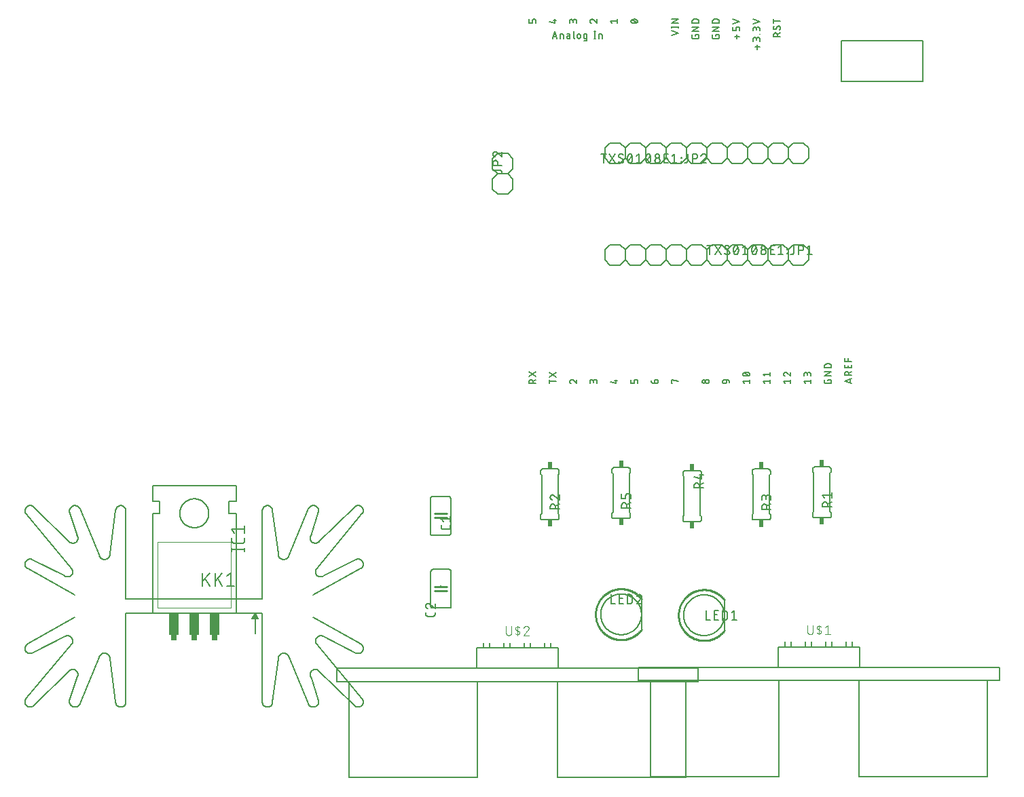
<source format=gbr>
G04 EAGLE Gerber RS-274X export*
G75*
%MOMM*%
%FSLAX34Y34*%
%LPD*%
%INSilkscreen Top*%
%IPPOS*%
%AMOC8*
5,1,8,0,0,1.08239X$1,22.5*%
G01*
%ADD10C,0.152400*%
%ADD11C,0.254000*%
%ADD12C,0.127000*%
%ADD13C,0.050800*%
%ADD14R,0.762000X0.635000*%
%ADD15R,1.270000X2.794000*%
%ADD16C,0.177800*%
%ADD17C,0.203200*%
%ADD18R,0.609600X0.863600*%
%ADD19C,0.101600*%


D10*
X574802Y278892D02*
X574802Y235712D01*
X549402Y235712D02*
X549402Y278892D01*
X551942Y233172D02*
X572262Y233172D01*
X572262Y281432D02*
X551942Y281432D01*
X574802Y235712D02*
X574800Y235612D01*
X574794Y235513D01*
X574784Y235413D01*
X574771Y235315D01*
X574753Y235216D01*
X574732Y235119D01*
X574707Y235023D01*
X574678Y234927D01*
X574645Y234833D01*
X574609Y234740D01*
X574569Y234649D01*
X574525Y234559D01*
X574478Y234471D01*
X574428Y234385D01*
X574374Y234301D01*
X574317Y234219D01*
X574257Y234140D01*
X574193Y234062D01*
X574127Y233988D01*
X574058Y233916D01*
X573986Y233847D01*
X573912Y233781D01*
X573834Y233717D01*
X573755Y233657D01*
X573673Y233600D01*
X573589Y233546D01*
X573503Y233496D01*
X573415Y233449D01*
X573325Y233405D01*
X573234Y233365D01*
X573141Y233329D01*
X573047Y233296D01*
X572951Y233267D01*
X572855Y233242D01*
X572758Y233221D01*
X572659Y233203D01*
X572561Y233190D01*
X572461Y233180D01*
X572362Y233174D01*
X572262Y233172D01*
X574802Y278892D02*
X574800Y278992D01*
X574794Y279091D01*
X574784Y279191D01*
X574771Y279289D01*
X574753Y279388D01*
X574732Y279485D01*
X574707Y279581D01*
X574678Y279677D01*
X574645Y279771D01*
X574609Y279864D01*
X574569Y279955D01*
X574525Y280045D01*
X574478Y280133D01*
X574428Y280219D01*
X574374Y280303D01*
X574317Y280385D01*
X574257Y280464D01*
X574193Y280542D01*
X574127Y280616D01*
X574058Y280688D01*
X573986Y280757D01*
X573912Y280823D01*
X573834Y280887D01*
X573755Y280947D01*
X573673Y281004D01*
X573589Y281058D01*
X573503Y281108D01*
X573415Y281155D01*
X573325Y281199D01*
X573234Y281239D01*
X573141Y281275D01*
X573047Y281308D01*
X572951Y281337D01*
X572855Y281362D01*
X572758Y281383D01*
X572659Y281401D01*
X572561Y281414D01*
X572461Y281424D01*
X572362Y281430D01*
X572262Y281432D01*
X549402Y235712D02*
X549404Y235612D01*
X549410Y235513D01*
X549420Y235413D01*
X549433Y235315D01*
X549451Y235216D01*
X549472Y235119D01*
X549497Y235023D01*
X549526Y234927D01*
X549559Y234833D01*
X549595Y234740D01*
X549635Y234649D01*
X549679Y234559D01*
X549726Y234471D01*
X549776Y234385D01*
X549830Y234301D01*
X549887Y234219D01*
X549947Y234140D01*
X550011Y234062D01*
X550077Y233988D01*
X550146Y233916D01*
X550218Y233847D01*
X550292Y233781D01*
X550370Y233717D01*
X550449Y233657D01*
X550531Y233600D01*
X550615Y233546D01*
X550701Y233496D01*
X550789Y233449D01*
X550879Y233405D01*
X550970Y233365D01*
X551063Y233329D01*
X551157Y233296D01*
X551253Y233267D01*
X551349Y233242D01*
X551446Y233221D01*
X551545Y233203D01*
X551643Y233190D01*
X551743Y233180D01*
X551842Y233174D01*
X551942Y233172D01*
X549402Y278892D02*
X549404Y278992D01*
X549410Y279091D01*
X549420Y279191D01*
X549433Y279289D01*
X549451Y279388D01*
X549472Y279485D01*
X549497Y279581D01*
X549526Y279677D01*
X549559Y279771D01*
X549595Y279864D01*
X549635Y279955D01*
X549679Y280045D01*
X549726Y280133D01*
X549776Y280219D01*
X549830Y280303D01*
X549887Y280385D01*
X549947Y280464D01*
X550011Y280542D01*
X550077Y280616D01*
X550146Y280688D01*
X550218Y280757D01*
X550292Y280823D01*
X550370Y280887D01*
X550449Y280947D01*
X550531Y281004D01*
X550615Y281058D01*
X550701Y281108D01*
X550789Y281155D01*
X550879Y281199D01*
X550970Y281239D01*
X551063Y281275D01*
X551157Y281308D01*
X551253Y281337D01*
X551349Y281362D01*
X551446Y281383D01*
X551545Y281401D01*
X551643Y281414D01*
X551743Y281424D01*
X551842Y281430D01*
X551942Y281432D01*
X562102Y254762D02*
X562102Y253492D01*
D11*
X562102Y254762D02*
X569722Y254762D01*
X562102Y254762D02*
X554482Y254762D01*
X562102Y259842D02*
X569722Y259842D01*
X562102Y259842D02*
X554482Y259842D01*
D10*
X562102Y259842D02*
X562102Y261112D01*
D12*
X574167Y245835D02*
X574167Y243295D01*
X574165Y243195D01*
X574159Y243096D01*
X574149Y242996D01*
X574136Y242898D01*
X574118Y242799D01*
X574097Y242702D01*
X574072Y242606D01*
X574043Y242510D01*
X574010Y242416D01*
X573974Y242323D01*
X573934Y242232D01*
X573890Y242142D01*
X573843Y242054D01*
X573793Y241968D01*
X573739Y241884D01*
X573682Y241802D01*
X573622Y241723D01*
X573558Y241645D01*
X573492Y241571D01*
X573423Y241499D01*
X573351Y241430D01*
X573277Y241364D01*
X573199Y241300D01*
X573120Y241240D01*
X573038Y241183D01*
X572954Y241129D01*
X572868Y241079D01*
X572780Y241032D01*
X572690Y240988D01*
X572599Y240948D01*
X572506Y240912D01*
X572412Y240879D01*
X572316Y240850D01*
X572220Y240825D01*
X572123Y240804D01*
X572024Y240786D01*
X571926Y240773D01*
X571826Y240763D01*
X571727Y240757D01*
X571627Y240755D01*
X565277Y240755D01*
X565177Y240757D01*
X565078Y240763D01*
X564978Y240773D01*
X564880Y240786D01*
X564781Y240804D01*
X564684Y240825D01*
X564588Y240850D01*
X564492Y240879D01*
X564398Y240912D01*
X564305Y240948D01*
X564214Y240988D01*
X564124Y241032D01*
X564036Y241079D01*
X563950Y241129D01*
X563866Y241183D01*
X563784Y241240D01*
X563705Y241300D01*
X563627Y241364D01*
X563553Y241430D01*
X563481Y241499D01*
X563412Y241571D01*
X563346Y241645D01*
X563282Y241723D01*
X563222Y241802D01*
X563165Y241884D01*
X563111Y241968D01*
X563061Y242054D01*
X563014Y242142D01*
X562970Y242232D01*
X562930Y242323D01*
X562894Y242416D01*
X562861Y242510D01*
X562832Y242606D01*
X562807Y242702D01*
X562786Y242799D01*
X562768Y242898D01*
X562755Y242996D01*
X562745Y243096D01*
X562739Y243195D01*
X562737Y243295D01*
X562737Y245835D01*
X565277Y250317D02*
X562737Y253492D01*
X574167Y253492D01*
X574167Y250317D02*
X574167Y256667D01*
D10*
X549910Y187960D02*
X549910Y144780D01*
X575310Y144780D02*
X575310Y187960D01*
X572770Y190500D02*
X552450Y190500D01*
X552450Y142240D02*
X572770Y142240D01*
X549910Y187960D02*
X549912Y188060D01*
X549918Y188159D01*
X549928Y188259D01*
X549941Y188357D01*
X549959Y188456D01*
X549980Y188553D01*
X550005Y188649D01*
X550034Y188745D01*
X550067Y188839D01*
X550103Y188932D01*
X550143Y189023D01*
X550187Y189113D01*
X550234Y189201D01*
X550284Y189287D01*
X550338Y189371D01*
X550395Y189453D01*
X550455Y189532D01*
X550519Y189610D01*
X550585Y189684D01*
X550654Y189756D01*
X550726Y189825D01*
X550800Y189891D01*
X550878Y189955D01*
X550957Y190015D01*
X551039Y190072D01*
X551123Y190126D01*
X551209Y190176D01*
X551297Y190223D01*
X551387Y190267D01*
X551478Y190307D01*
X551571Y190343D01*
X551665Y190376D01*
X551761Y190405D01*
X551857Y190430D01*
X551954Y190451D01*
X552053Y190469D01*
X552151Y190482D01*
X552251Y190492D01*
X552350Y190498D01*
X552450Y190500D01*
X549910Y144780D02*
X549912Y144680D01*
X549918Y144581D01*
X549928Y144481D01*
X549941Y144383D01*
X549959Y144284D01*
X549980Y144187D01*
X550005Y144091D01*
X550034Y143995D01*
X550067Y143901D01*
X550103Y143808D01*
X550143Y143717D01*
X550187Y143627D01*
X550234Y143539D01*
X550284Y143453D01*
X550338Y143369D01*
X550395Y143287D01*
X550455Y143208D01*
X550519Y143130D01*
X550585Y143056D01*
X550654Y142984D01*
X550726Y142915D01*
X550800Y142849D01*
X550878Y142785D01*
X550957Y142725D01*
X551039Y142668D01*
X551123Y142614D01*
X551209Y142564D01*
X551297Y142517D01*
X551387Y142473D01*
X551478Y142433D01*
X551571Y142397D01*
X551665Y142364D01*
X551761Y142335D01*
X551857Y142310D01*
X551954Y142289D01*
X552053Y142271D01*
X552151Y142258D01*
X552251Y142248D01*
X552350Y142242D01*
X552450Y142240D01*
X575310Y187960D02*
X575308Y188060D01*
X575302Y188159D01*
X575292Y188259D01*
X575279Y188357D01*
X575261Y188456D01*
X575240Y188553D01*
X575215Y188649D01*
X575186Y188745D01*
X575153Y188839D01*
X575117Y188932D01*
X575077Y189023D01*
X575033Y189113D01*
X574986Y189201D01*
X574936Y189287D01*
X574882Y189371D01*
X574825Y189453D01*
X574765Y189532D01*
X574701Y189610D01*
X574635Y189684D01*
X574566Y189756D01*
X574494Y189825D01*
X574420Y189891D01*
X574342Y189955D01*
X574263Y190015D01*
X574181Y190072D01*
X574097Y190126D01*
X574011Y190176D01*
X573923Y190223D01*
X573833Y190267D01*
X573742Y190307D01*
X573649Y190343D01*
X573555Y190376D01*
X573459Y190405D01*
X573363Y190430D01*
X573266Y190451D01*
X573167Y190469D01*
X573069Y190482D01*
X572969Y190492D01*
X572870Y190498D01*
X572770Y190500D01*
X575310Y144780D02*
X575308Y144680D01*
X575302Y144581D01*
X575292Y144481D01*
X575279Y144383D01*
X575261Y144284D01*
X575240Y144187D01*
X575215Y144091D01*
X575186Y143995D01*
X575153Y143901D01*
X575117Y143808D01*
X575077Y143717D01*
X575033Y143627D01*
X574986Y143539D01*
X574936Y143453D01*
X574882Y143369D01*
X574825Y143287D01*
X574765Y143208D01*
X574701Y143130D01*
X574635Y143056D01*
X574566Y142984D01*
X574494Y142915D01*
X574420Y142849D01*
X574342Y142785D01*
X574263Y142725D01*
X574181Y142668D01*
X574097Y142614D01*
X574011Y142564D01*
X573923Y142517D01*
X573833Y142473D01*
X573742Y142433D01*
X573649Y142397D01*
X573555Y142364D01*
X573459Y142335D01*
X573363Y142310D01*
X573266Y142289D01*
X573167Y142271D01*
X573069Y142258D01*
X572969Y142248D01*
X572870Y142242D01*
X572770Y142240D01*
X562610Y168910D02*
X562610Y170180D01*
D11*
X562610Y168910D02*
X554990Y168910D01*
X562610Y168910D02*
X570230Y168910D01*
X562610Y163830D02*
X554990Y163830D01*
X562610Y163830D02*
X570230Y163830D01*
D10*
X562610Y163830D02*
X562610Y162560D01*
D12*
X555117Y137033D02*
X555117Y134493D01*
X555115Y134393D01*
X555109Y134294D01*
X555099Y134194D01*
X555086Y134096D01*
X555068Y133997D01*
X555047Y133900D01*
X555022Y133804D01*
X554993Y133708D01*
X554960Y133614D01*
X554924Y133521D01*
X554884Y133430D01*
X554840Y133340D01*
X554793Y133252D01*
X554743Y133166D01*
X554689Y133082D01*
X554632Y133000D01*
X554572Y132921D01*
X554508Y132843D01*
X554442Y132769D01*
X554373Y132697D01*
X554301Y132628D01*
X554227Y132562D01*
X554149Y132498D01*
X554070Y132438D01*
X553988Y132381D01*
X553904Y132327D01*
X553818Y132277D01*
X553730Y132230D01*
X553640Y132186D01*
X553549Y132146D01*
X553456Y132110D01*
X553362Y132077D01*
X553266Y132048D01*
X553170Y132023D01*
X553073Y132002D01*
X552974Y131984D01*
X552876Y131971D01*
X552776Y131961D01*
X552677Y131955D01*
X552577Y131953D01*
X546227Y131953D01*
X546127Y131955D01*
X546028Y131961D01*
X545928Y131971D01*
X545830Y131984D01*
X545731Y132002D01*
X545634Y132023D01*
X545538Y132048D01*
X545442Y132077D01*
X545348Y132110D01*
X545255Y132146D01*
X545164Y132186D01*
X545074Y132230D01*
X544986Y132277D01*
X544900Y132327D01*
X544816Y132381D01*
X544734Y132438D01*
X544655Y132498D01*
X544577Y132562D01*
X544503Y132628D01*
X544431Y132697D01*
X544362Y132769D01*
X544296Y132843D01*
X544232Y132921D01*
X544172Y133000D01*
X544115Y133082D01*
X544061Y133166D01*
X544011Y133252D01*
X543964Y133340D01*
X543920Y133430D01*
X543880Y133521D01*
X543844Y133614D01*
X543811Y133708D01*
X543782Y133804D01*
X543757Y133900D01*
X543736Y133997D01*
X543718Y134096D01*
X543705Y134194D01*
X543695Y134294D01*
X543689Y134393D01*
X543687Y134493D01*
X543687Y137033D01*
X543687Y145008D02*
X543689Y145112D01*
X543695Y145217D01*
X543704Y145321D01*
X543717Y145424D01*
X543735Y145527D01*
X543755Y145629D01*
X543780Y145731D01*
X543808Y145831D01*
X543840Y145931D01*
X543876Y146029D01*
X543915Y146126D01*
X543957Y146221D01*
X544003Y146315D01*
X544053Y146407D01*
X544105Y146497D01*
X544161Y146585D01*
X544221Y146671D01*
X544283Y146755D01*
X544348Y146836D01*
X544416Y146915D01*
X544488Y146992D01*
X544561Y147065D01*
X544638Y147137D01*
X544717Y147205D01*
X544798Y147270D01*
X544882Y147332D01*
X544968Y147392D01*
X545056Y147448D01*
X545146Y147500D01*
X545238Y147550D01*
X545332Y147596D01*
X545427Y147638D01*
X545524Y147677D01*
X545622Y147713D01*
X545722Y147745D01*
X545822Y147773D01*
X545924Y147798D01*
X546026Y147818D01*
X546129Y147836D01*
X546232Y147849D01*
X546336Y147858D01*
X546441Y147864D01*
X546545Y147866D01*
X543687Y145008D02*
X543689Y144890D01*
X543695Y144771D01*
X543704Y144653D01*
X543717Y144536D01*
X543735Y144419D01*
X543755Y144302D01*
X543780Y144186D01*
X543808Y144071D01*
X543841Y143958D01*
X543876Y143845D01*
X543916Y143733D01*
X543958Y143623D01*
X544005Y143514D01*
X544055Y143406D01*
X544108Y143301D01*
X544165Y143197D01*
X544225Y143095D01*
X544288Y142995D01*
X544355Y142897D01*
X544424Y142801D01*
X544497Y142708D01*
X544573Y142617D01*
X544651Y142528D01*
X544733Y142442D01*
X544817Y142359D01*
X544903Y142278D01*
X544993Y142201D01*
X545084Y142126D01*
X545178Y142054D01*
X545275Y141985D01*
X545373Y141920D01*
X545474Y141857D01*
X545577Y141798D01*
X545681Y141742D01*
X545787Y141690D01*
X545895Y141641D01*
X546004Y141596D01*
X546115Y141554D01*
X546227Y141516D01*
X548767Y146913D02*
X548692Y146989D01*
X548613Y147064D01*
X548532Y147135D01*
X548448Y147204D01*
X548362Y147269D01*
X548274Y147331D01*
X548184Y147391D01*
X548092Y147447D01*
X547997Y147500D01*
X547901Y147549D01*
X547803Y147595D01*
X547704Y147638D01*
X547603Y147677D01*
X547501Y147712D01*
X547398Y147744D01*
X547294Y147772D01*
X547189Y147797D01*
X547082Y147818D01*
X546976Y147835D01*
X546869Y147848D01*
X546761Y147857D01*
X546653Y147863D01*
X546545Y147865D01*
X548767Y146913D02*
X555117Y141515D01*
X555117Y147865D01*
D10*
X307086Y136144D02*
X202946Y136144D01*
X202946Y294894D02*
X307086Y294894D01*
X307086Y260604D02*
X307086Y136144D01*
X307086Y260604D02*
X298196Y260604D01*
X298196Y275844D01*
X307086Y275844D01*
X307086Y294894D01*
X202946Y260604D02*
X202946Y136144D01*
X202946Y260604D02*
X211836Y260604D01*
X211836Y275844D01*
X202946Y275844D01*
X202946Y294894D01*
D13*
X209296Y142494D02*
X300736Y142494D01*
X300736Y225044D01*
X209296Y225044D01*
X209296Y142494D01*
D10*
X236982Y260604D02*
X236987Y261047D01*
X237004Y261489D01*
X237031Y261931D01*
X237069Y262372D01*
X237118Y262812D01*
X237177Y263250D01*
X237248Y263687D01*
X237329Y264122D01*
X237420Y264555D01*
X237522Y264986D01*
X237635Y265414D01*
X237759Y265839D01*
X237892Y266261D01*
X238036Y266679D01*
X238190Y267094D01*
X238355Y267505D01*
X238529Y267912D01*
X238713Y268315D01*
X238908Y268712D01*
X239111Y269105D01*
X239325Y269493D01*
X239548Y269875D01*
X239780Y270252D01*
X240021Y270623D01*
X240272Y270988D01*
X240531Y271347D01*
X240799Y271699D01*
X241076Y272045D01*
X241360Y272383D01*
X241654Y272715D01*
X241955Y273039D01*
X242264Y273356D01*
X242581Y273665D01*
X242905Y273966D01*
X243237Y274260D01*
X243575Y274544D01*
X243921Y274821D01*
X244273Y275089D01*
X244632Y275348D01*
X244997Y275599D01*
X245368Y275840D01*
X245745Y276072D01*
X246127Y276295D01*
X246515Y276509D01*
X246908Y276712D01*
X247305Y276907D01*
X247708Y277091D01*
X248115Y277265D01*
X248526Y277430D01*
X248941Y277584D01*
X249359Y277728D01*
X249781Y277861D01*
X250206Y277985D01*
X250634Y278098D01*
X251065Y278200D01*
X251498Y278291D01*
X251933Y278372D01*
X252370Y278443D01*
X252808Y278502D01*
X253248Y278551D01*
X253689Y278589D01*
X254131Y278616D01*
X254573Y278633D01*
X255016Y278638D01*
X255459Y278633D01*
X255901Y278616D01*
X256343Y278589D01*
X256784Y278551D01*
X257224Y278502D01*
X257662Y278443D01*
X258099Y278372D01*
X258534Y278291D01*
X258967Y278200D01*
X259398Y278098D01*
X259826Y277985D01*
X260251Y277861D01*
X260673Y277728D01*
X261091Y277584D01*
X261506Y277430D01*
X261917Y277265D01*
X262324Y277091D01*
X262727Y276907D01*
X263124Y276712D01*
X263517Y276509D01*
X263905Y276295D01*
X264287Y276072D01*
X264664Y275840D01*
X265035Y275599D01*
X265400Y275348D01*
X265759Y275089D01*
X266111Y274821D01*
X266457Y274544D01*
X266795Y274260D01*
X267127Y273966D01*
X267451Y273665D01*
X267768Y273356D01*
X268077Y273039D01*
X268378Y272715D01*
X268672Y272383D01*
X268956Y272045D01*
X269233Y271699D01*
X269501Y271347D01*
X269760Y270988D01*
X270011Y270623D01*
X270252Y270252D01*
X270484Y269875D01*
X270707Y269493D01*
X270921Y269105D01*
X271124Y268712D01*
X271319Y268315D01*
X271503Y267912D01*
X271677Y267505D01*
X271842Y267094D01*
X271996Y266679D01*
X272140Y266261D01*
X272273Y265839D01*
X272397Y265414D01*
X272510Y264986D01*
X272612Y264555D01*
X272703Y264122D01*
X272784Y263687D01*
X272855Y263250D01*
X272914Y262812D01*
X272963Y262372D01*
X273001Y261931D01*
X273028Y261489D01*
X273045Y261047D01*
X273050Y260604D01*
X273045Y260161D01*
X273028Y259719D01*
X273001Y259277D01*
X272963Y258836D01*
X272914Y258396D01*
X272855Y257958D01*
X272784Y257521D01*
X272703Y257086D01*
X272612Y256653D01*
X272510Y256222D01*
X272397Y255794D01*
X272273Y255369D01*
X272140Y254947D01*
X271996Y254529D01*
X271842Y254114D01*
X271677Y253703D01*
X271503Y253296D01*
X271319Y252893D01*
X271124Y252496D01*
X270921Y252103D01*
X270707Y251715D01*
X270484Y251333D01*
X270252Y250956D01*
X270011Y250585D01*
X269760Y250220D01*
X269501Y249861D01*
X269233Y249509D01*
X268956Y249163D01*
X268672Y248825D01*
X268378Y248493D01*
X268077Y248169D01*
X267768Y247852D01*
X267451Y247543D01*
X267127Y247242D01*
X266795Y246948D01*
X266457Y246664D01*
X266111Y246387D01*
X265759Y246119D01*
X265400Y245860D01*
X265035Y245609D01*
X264664Y245368D01*
X264287Y245136D01*
X263905Y244913D01*
X263517Y244699D01*
X263124Y244496D01*
X262727Y244301D01*
X262324Y244117D01*
X261917Y243943D01*
X261506Y243778D01*
X261091Y243624D01*
X260673Y243480D01*
X260251Y243347D01*
X259826Y243223D01*
X259398Y243110D01*
X258967Y243008D01*
X258534Y242917D01*
X258099Y242836D01*
X257662Y242765D01*
X257224Y242706D01*
X256784Y242657D01*
X256343Y242619D01*
X255901Y242592D01*
X255459Y242575D01*
X255016Y242570D01*
X254573Y242575D01*
X254131Y242592D01*
X253689Y242619D01*
X253248Y242657D01*
X252808Y242706D01*
X252370Y242765D01*
X251933Y242836D01*
X251498Y242917D01*
X251065Y243008D01*
X250634Y243110D01*
X250206Y243223D01*
X249781Y243347D01*
X249359Y243480D01*
X248941Y243624D01*
X248526Y243778D01*
X248115Y243943D01*
X247708Y244117D01*
X247305Y244301D01*
X246908Y244496D01*
X246515Y244699D01*
X246127Y244913D01*
X245745Y245136D01*
X245368Y245368D01*
X244997Y245609D01*
X244632Y245860D01*
X244273Y246119D01*
X243921Y246387D01*
X243575Y246664D01*
X243237Y246948D01*
X242905Y247242D01*
X242581Y247543D01*
X242264Y247852D01*
X241955Y248169D01*
X241654Y248493D01*
X241360Y248825D01*
X241076Y249163D01*
X240799Y249509D01*
X240531Y249861D01*
X240272Y250220D01*
X240021Y250585D01*
X239780Y250956D01*
X239548Y251333D01*
X239325Y251715D01*
X239111Y252103D01*
X238908Y252496D01*
X238713Y252893D01*
X238529Y253296D01*
X238355Y253703D01*
X238190Y254114D01*
X238036Y254529D01*
X237892Y254947D01*
X237759Y255369D01*
X237635Y255794D01*
X237522Y256222D01*
X237420Y256653D01*
X237329Y257086D01*
X237248Y257521D01*
X237177Y257958D01*
X237118Y258396D01*
X237069Y258836D01*
X237031Y259277D01*
X237004Y259719D01*
X236987Y260161D01*
X236982Y260604D01*
D14*
X280416Y105029D03*
X255016Y105029D03*
X229616Y105029D03*
D15*
X229616Y122174D03*
X255016Y122174D03*
X280416Y122174D03*
D16*
X301625Y215011D02*
X317627Y215011D01*
X317627Y213233D02*
X317627Y216789D01*
X301625Y216789D02*
X301625Y213233D01*
X317627Y226583D02*
X317627Y230139D01*
X317627Y226583D02*
X317625Y226467D01*
X317619Y226350D01*
X317610Y226234D01*
X317597Y226119D01*
X317580Y226004D01*
X317559Y225889D01*
X317534Y225776D01*
X317506Y225663D01*
X317474Y225551D01*
X317438Y225440D01*
X317399Y225330D01*
X317356Y225222D01*
X317310Y225115D01*
X317260Y225010D01*
X317207Y224907D01*
X317151Y224805D01*
X317091Y224705D01*
X317028Y224607D01*
X316961Y224512D01*
X316892Y224418D01*
X316820Y224327D01*
X316745Y224238D01*
X316666Y224152D01*
X316585Y224069D01*
X316502Y223988D01*
X316416Y223909D01*
X316327Y223834D01*
X316236Y223762D01*
X316142Y223693D01*
X316047Y223626D01*
X315949Y223563D01*
X315849Y223503D01*
X315747Y223447D01*
X315644Y223394D01*
X315539Y223344D01*
X315432Y223298D01*
X315324Y223255D01*
X315214Y223216D01*
X315103Y223180D01*
X314991Y223148D01*
X314878Y223120D01*
X314765Y223095D01*
X314650Y223074D01*
X314535Y223057D01*
X314420Y223044D01*
X314304Y223035D01*
X314187Y223029D01*
X314071Y223027D01*
X305181Y223027D01*
X305065Y223029D01*
X304948Y223035D01*
X304832Y223044D01*
X304717Y223057D01*
X304602Y223074D01*
X304487Y223095D01*
X304374Y223120D01*
X304261Y223148D01*
X304149Y223180D01*
X304038Y223216D01*
X303928Y223255D01*
X303820Y223298D01*
X303713Y223344D01*
X303608Y223394D01*
X303505Y223447D01*
X303403Y223503D01*
X303303Y223563D01*
X303205Y223626D01*
X303110Y223693D01*
X303016Y223762D01*
X302925Y223834D01*
X302836Y223909D01*
X302750Y223988D01*
X302667Y224069D01*
X302586Y224152D01*
X302507Y224238D01*
X302432Y224327D01*
X302360Y224418D01*
X302291Y224512D01*
X302224Y224607D01*
X302161Y224705D01*
X302101Y224805D01*
X302045Y224907D01*
X301992Y225010D01*
X301942Y225115D01*
X301896Y225222D01*
X301853Y225330D01*
X301814Y225440D01*
X301778Y225551D01*
X301746Y225663D01*
X301718Y225776D01*
X301693Y225889D01*
X301672Y226004D01*
X301655Y226119D01*
X301642Y226234D01*
X301633Y226350D01*
X301627Y226467D01*
X301625Y226583D01*
X301625Y230139D01*
X305181Y236097D02*
X301625Y240542D01*
X317627Y240542D01*
X317627Y236097D02*
X317627Y244987D01*
D10*
X626785Y665226D02*
X626785Y677926D01*
X633135Y684276D01*
X645835Y684276D01*
X652185Y677926D01*
X645835Y658876D02*
X633135Y658876D01*
X626785Y665226D01*
X645835Y658876D02*
X652185Y665226D01*
X652185Y677926D01*
X633135Y684276D02*
X626785Y690626D01*
X626785Y703326D01*
X633135Y709676D01*
X645835Y709676D01*
X652185Y703326D01*
X652185Y690626D01*
X645835Y684276D01*
D12*
X636310Y688721D02*
X627420Y688721D01*
X636310Y688721D02*
X636410Y688719D01*
X636509Y688713D01*
X636609Y688703D01*
X636707Y688690D01*
X636806Y688672D01*
X636903Y688651D01*
X636999Y688626D01*
X637095Y688597D01*
X637189Y688564D01*
X637282Y688528D01*
X637373Y688488D01*
X637463Y688444D01*
X637551Y688397D01*
X637637Y688347D01*
X637721Y688293D01*
X637803Y688236D01*
X637882Y688176D01*
X637960Y688112D01*
X638034Y688046D01*
X638106Y687977D01*
X638175Y687905D01*
X638241Y687831D01*
X638305Y687753D01*
X638365Y687674D01*
X638422Y687592D01*
X638476Y687508D01*
X638526Y687422D01*
X638573Y687334D01*
X638617Y687244D01*
X638657Y687153D01*
X638693Y687060D01*
X638726Y686966D01*
X638755Y686870D01*
X638780Y686774D01*
X638801Y686677D01*
X638819Y686578D01*
X638832Y686480D01*
X638842Y686380D01*
X638848Y686281D01*
X638850Y686181D01*
X638850Y684911D01*
X638850Y694701D02*
X627420Y694701D01*
X627420Y697876D01*
X627422Y697987D01*
X627428Y698097D01*
X627437Y698208D01*
X627451Y698318D01*
X627468Y698427D01*
X627489Y698536D01*
X627514Y698644D01*
X627543Y698751D01*
X627575Y698857D01*
X627611Y698962D01*
X627651Y699065D01*
X627694Y699167D01*
X627741Y699268D01*
X627792Y699367D01*
X627845Y699464D01*
X627902Y699558D01*
X627963Y699651D01*
X628026Y699742D01*
X628093Y699831D01*
X628163Y699917D01*
X628236Y700000D01*
X628311Y700082D01*
X628389Y700160D01*
X628471Y700235D01*
X628554Y700308D01*
X628640Y700378D01*
X628729Y700445D01*
X628820Y700508D01*
X628913Y700569D01*
X629008Y700626D01*
X629104Y700679D01*
X629203Y700730D01*
X629304Y700777D01*
X629406Y700820D01*
X629509Y700860D01*
X629614Y700896D01*
X629720Y700928D01*
X629827Y700957D01*
X629935Y700982D01*
X630044Y701003D01*
X630153Y701020D01*
X630263Y701034D01*
X630374Y701043D01*
X630484Y701049D01*
X630595Y701051D01*
X630706Y701049D01*
X630816Y701043D01*
X630927Y701034D01*
X631037Y701020D01*
X631146Y701003D01*
X631255Y700982D01*
X631363Y700957D01*
X631470Y700928D01*
X631576Y700896D01*
X631681Y700860D01*
X631784Y700820D01*
X631886Y700777D01*
X631987Y700730D01*
X632086Y700679D01*
X632183Y700626D01*
X632277Y700569D01*
X632370Y700508D01*
X632461Y700445D01*
X632550Y700378D01*
X632636Y700308D01*
X632719Y700235D01*
X632801Y700160D01*
X632879Y700082D01*
X632954Y700000D01*
X633027Y699917D01*
X633097Y699831D01*
X633164Y699742D01*
X633227Y699651D01*
X633288Y699558D01*
X633345Y699464D01*
X633398Y699367D01*
X633449Y699268D01*
X633496Y699167D01*
X633539Y699065D01*
X633579Y698962D01*
X633615Y698857D01*
X633647Y698751D01*
X633676Y698644D01*
X633701Y698536D01*
X633722Y698427D01*
X633739Y698318D01*
X633753Y698208D01*
X633762Y698097D01*
X633768Y697987D01*
X633770Y697876D01*
X633770Y694701D01*
X627419Y709052D02*
X627421Y709156D01*
X627427Y709261D01*
X627436Y709365D01*
X627449Y709468D01*
X627467Y709571D01*
X627487Y709673D01*
X627512Y709775D01*
X627540Y709875D01*
X627572Y709975D01*
X627608Y710073D01*
X627647Y710170D01*
X627689Y710265D01*
X627735Y710359D01*
X627785Y710451D01*
X627837Y710541D01*
X627893Y710629D01*
X627953Y710715D01*
X628015Y710799D01*
X628080Y710880D01*
X628148Y710959D01*
X628220Y711036D01*
X628293Y711109D01*
X628370Y711181D01*
X628449Y711249D01*
X628530Y711314D01*
X628614Y711376D01*
X628700Y711436D01*
X628788Y711492D01*
X628878Y711544D01*
X628970Y711594D01*
X629064Y711640D01*
X629159Y711682D01*
X629256Y711721D01*
X629354Y711757D01*
X629454Y711789D01*
X629554Y711817D01*
X629656Y711842D01*
X629758Y711862D01*
X629861Y711880D01*
X629964Y711893D01*
X630068Y711902D01*
X630173Y711908D01*
X630277Y711910D01*
X627420Y709052D02*
X627422Y708934D01*
X627428Y708815D01*
X627437Y708697D01*
X627450Y708580D01*
X627468Y708463D01*
X627488Y708346D01*
X627513Y708230D01*
X627541Y708115D01*
X627574Y708002D01*
X627609Y707889D01*
X627649Y707777D01*
X627691Y707667D01*
X627738Y707558D01*
X627788Y707450D01*
X627841Y707345D01*
X627898Y707241D01*
X627958Y707139D01*
X628021Y707039D01*
X628088Y706941D01*
X628157Y706845D01*
X628230Y706752D01*
X628306Y706661D01*
X628384Y706572D01*
X628466Y706486D01*
X628550Y706403D01*
X628636Y706322D01*
X628726Y706245D01*
X628817Y706170D01*
X628911Y706098D01*
X629008Y706029D01*
X629106Y705964D01*
X629207Y705901D01*
X629310Y705842D01*
X629414Y705786D01*
X629520Y705734D01*
X629628Y705685D01*
X629737Y705640D01*
X629848Y705598D01*
X629960Y705560D01*
X632499Y710958D02*
X632424Y711034D01*
X632345Y711109D01*
X632264Y711180D01*
X632180Y711249D01*
X632094Y711314D01*
X632006Y711376D01*
X631916Y711436D01*
X631824Y711492D01*
X631729Y711545D01*
X631633Y711594D01*
X631535Y711640D01*
X631436Y711683D01*
X631335Y711722D01*
X631233Y711757D01*
X631130Y711789D01*
X631026Y711817D01*
X630921Y711842D01*
X630814Y711863D01*
X630708Y711880D01*
X630601Y711893D01*
X630493Y711902D01*
X630385Y711908D01*
X630277Y711910D01*
X632500Y710957D02*
X638850Y705560D01*
X638850Y711910D01*
X1061466Y799846D02*
X1061466Y850646D01*
X1061466Y799846D02*
X1163066Y799846D01*
X1163066Y850646D01*
X1061466Y850646D01*
D17*
X915924Y152400D02*
X915924Y114300D01*
D11*
X915450Y113684D01*
X914961Y113079D01*
X914457Y112487D01*
X913939Y111907D01*
X913407Y111340D01*
X912861Y110786D01*
X912302Y110246D01*
X911729Y109720D01*
X911144Y109207D01*
X910547Y108710D01*
X909938Y108227D01*
X909317Y107759D01*
X908684Y107306D01*
X908041Y106869D01*
X907387Y106448D01*
X906723Y106044D01*
X906050Y105655D01*
X905367Y105283D01*
X904675Y104928D01*
X903975Y104590D01*
X903267Y104269D01*
X902551Y103966D01*
X901827Y103680D01*
X901098Y103412D01*
X900361Y103162D01*
X899619Y102931D01*
X898871Y102717D01*
X898119Y102522D01*
X897361Y102345D01*
X896600Y102187D01*
X895835Y102047D01*
X895067Y101927D01*
X894296Y101825D01*
X893523Y101742D01*
X892748Y101678D01*
X891972Y101633D01*
X891195Y101607D01*
X890417Y101600D01*
X889640Y101612D01*
X888863Y101643D01*
X888087Y101694D01*
X887312Y101763D01*
X886540Y101851D01*
X885770Y101958D01*
X885002Y102084D01*
X884238Y102228D01*
X883478Y102392D01*
X882722Y102574D01*
X881971Y102774D01*
X881224Y102992D01*
X880484Y103229D01*
X879749Y103484D01*
X879021Y103757D01*
X878300Y104048D01*
X877586Y104356D01*
X876880Y104681D01*
X876182Y105024D01*
X875492Y105384D01*
X874812Y105760D01*
X874141Y106153D01*
X873480Y106563D01*
X872829Y106988D01*
X872189Y107429D01*
X871560Y107886D01*
X870942Y108358D01*
X870336Y108845D01*
X869742Y109347D01*
X869160Y109863D01*
X868591Y110393D01*
X868036Y110937D01*
X867493Y111495D01*
X866965Y112065D01*
X866451Y112648D01*
X865951Y113244D01*
X865466Y113852D01*
X864996Y114471D01*
X864542Y115102D01*
X864103Y115744D01*
X863679Y116396D01*
X863272Y117059D01*
X862881Y117731D01*
X862507Y118413D01*
X862150Y119103D01*
X861810Y119802D01*
X861486Y120510D01*
X861181Y121224D01*
X860892Y121947D01*
X860622Y122676D01*
X860370Y123411D01*
X860135Y124153D01*
X859919Y124900D01*
X859721Y125652D01*
X859542Y126408D01*
X859381Y127169D01*
X859239Y127933D01*
X859116Y128701D01*
X859012Y129472D01*
X858926Y130245D01*
X858860Y131019D01*
X858812Y131795D01*
X858784Y132572D01*
X858774Y133350D01*
X858784Y134128D01*
X858812Y134905D01*
X858860Y135681D01*
X858926Y136455D01*
X859012Y137228D01*
X859116Y137999D01*
X859239Y138767D01*
X859381Y139531D01*
X859542Y140292D01*
X859721Y141048D01*
X859919Y141800D01*
X860135Y142547D01*
X860370Y143289D01*
X860622Y144024D01*
X860892Y144753D01*
X861181Y145476D01*
X861486Y146190D01*
X861810Y146898D01*
X862150Y147597D01*
X862507Y148287D01*
X862881Y148969D01*
X863272Y149641D01*
X863679Y150304D01*
X864103Y150956D01*
X864542Y151598D01*
X864996Y152229D01*
X865466Y152848D01*
X865951Y153456D01*
X866451Y154052D01*
X866965Y154635D01*
X867493Y155205D01*
X868036Y155763D01*
X868591Y156307D01*
X869160Y156837D01*
X869742Y157353D01*
X870336Y157855D01*
X870942Y158342D01*
X871560Y158814D01*
X872189Y159271D01*
X872829Y159712D01*
X873480Y160137D01*
X874141Y160547D01*
X874812Y160940D01*
X875492Y161316D01*
X876182Y161676D01*
X876880Y162019D01*
X877586Y162344D01*
X878300Y162652D01*
X879021Y162943D01*
X879749Y163216D01*
X880484Y163471D01*
X881224Y163708D01*
X881971Y163926D01*
X882722Y164126D01*
X883478Y164308D01*
X884238Y164472D01*
X885002Y164616D01*
X885770Y164742D01*
X886540Y164849D01*
X887312Y164937D01*
X888087Y165006D01*
X888863Y165057D01*
X889640Y165088D01*
X890417Y165100D01*
X891195Y165093D01*
X891972Y165067D01*
X892748Y165022D01*
X893523Y164958D01*
X894296Y164875D01*
X895067Y164773D01*
X895835Y164653D01*
X896600Y164513D01*
X897361Y164355D01*
X898119Y164178D01*
X898871Y163983D01*
X899619Y163769D01*
X900361Y163538D01*
X901098Y163288D01*
X901827Y163020D01*
X902551Y162734D01*
X903267Y162431D01*
X903975Y162110D01*
X904675Y161772D01*
X905367Y161417D01*
X906050Y161045D01*
X906723Y160656D01*
X907387Y160252D01*
X908041Y159831D01*
X908684Y159394D01*
X909317Y158941D01*
X909938Y158473D01*
X910547Y157990D01*
X911144Y157493D01*
X911729Y156980D01*
X912302Y156454D01*
X912861Y155914D01*
X913407Y155360D01*
X913939Y154793D01*
X914457Y154213D01*
X914961Y153621D01*
X915450Y153016D01*
X915924Y152400D01*
D10*
X865124Y133350D02*
X865132Y133973D01*
X865155Y134596D01*
X865193Y135219D01*
X865246Y135840D01*
X865315Y136459D01*
X865399Y137077D01*
X865498Y137692D01*
X865612Y138305D01*
X865741Y138915D01*
X865885Y139522D01*
X866044Y140125D01*
X866218Y140723D01*
X866406Y141318D01*
X866609Y141907D01*
X866826Y142491D01*
X867057Y143070D01*
X867303Y143643D01*
X867563Y144210D01*
X867836Y144770D01*
X868123Y145323D01*
X868424Y145870D01*
X868738Y146408D01*
X869065Y146939D01*
X869405Y147461D01*
X869757Y147976D01*
X870123Y148481D01*
X870500Y148977D01*
X870890Y149464D01*
X871291Y149941D01*
X871704Y150408D01*
X872128Y150864D01*
X872563Y151311D01*
X873010Y151746D01*
X873466Y152170D01*
X873933Y152583D01*
X874410Y152984D01*
X874897Y153374D01*
X875393Y153751D01*
X875898Y154117D01*
X876413Y154469D01*
X876935Y154809D01*
X877466Y155136D01*
X878004Y155450D01*
X878551Y155751D01*
X879104Y156038D01*
X879664Y156311D01*
X880231Y156571D01*
X880804Y156817D01*
X881383Y157048D01*
X881967Y157265D01*
X882556Y157468D01*
X883151Y157656D01*
X883749Y157830D01*
X884352Y157989D01*
X884959Y158133D01*
X885569Y158262D01*
X886182Y158376D01*
X886797Y158475D01*
X887415Y158559D01*
X888034Y158628D01*
X888655Y158681D01*
X889278Y158719D01*
X889901Y158742D01*
X890524Y158750D01*
X891147Y158742D01*
X891770Y158719D01*
X892393Y158681D01*
X893014Y158628D01*
X893633Y158559D01*
X894251Y158475D01*
X894866Y158376D01*
X895479Y158262D01*
X896089Y158133D01*
X896696Y157989D01*
X897299Y157830D01*
X897897Y157656D01*
X898492Y157468D01*
X899081Y157265D01*
X899665Y157048D01*
X900244Y156817D01*
X900817Y156571D01*
X901384Y156311D01*
X901944Y156038D01*
X902497Y155751D01*
X903044Y155450D01*
X903582Y155136D01*
X904113Y154809D01*
X904635Y154469D01*
X905150Y154117D01*
X905655Y153751D01*
X906151Y153374D01*
X906638Y152984D01*
X907115Y152583D01*
X907582Y152170D01*
X908038Y151746D01*
X908485Y151311D01*
X908920Y150864D01*
X909344Y150408D01*
X909757Y149941D01*
X910158Y149464D01*
X910548Y148977D01*
X910925Y148481D01*
X911291Y147976D01*
X911643Y147461D01*
X911983Y146939D01*
X912310Y146408D01*
X912624Y145870D01*
X912925Y145323D01*
X913212Y144770D01*
X913485Y144210D01*
X913745Y143643D01*
X913991Y143070D01*
X914222Y142491D01*
X914439Y141907D01*
X914642Y141318D01*
X914830Y140723D01*
X915004Y140125D01*
X915163Y139522D01*
X915307Y138915D01*
X915436Y138305D01*
X915550Y137692D01*
X915649Y137077D01*
X915733Y136459D01*
X915802Y135840D01*
X915855Y135219D01*
X915893Y134596D01*
X915916Y133973D01*
X915924Y133350D01*
X915916Y132727D01*
X915893Y132104D01*
X915855Y131481D01*
X915802Y130860D01*
X915733Y130241D01*
X915649Y129623D01*
X915550Y129008D01*
X915436Y128395D01*
X915307Y127785D01*
X915163Y127178D01*
X915004Y126575D01*
X914830Y125977D01*
X914642Y125382D01*
X914439Y124793D01*
X914222Y124209D01*
X913991Y123630D01*
X913745Y123057D01*
X913485Y122490D01*
X913212Y121930D01*
X912925Y121377D01*
X912624Y120830D01*
X912310Y120292D01*
X911983Y119761D01*
X911643Y119239D01*
X911291Y118724D01*
X910925Y118219D01*
X910548Y117723D01*
X910158Y117236D01*
X909757Y116759D01*
X909344Y116292D01*
X908920Y115836D01*
X908485Y115389D01*
X908038Y114954D01*
X907582Y114530D01*
X907115Y114117D01*
X906638Y113716D01*
X906151Y113326D01*
X905655Y112949D01*
X905150Y112583D01*
X904635Y112231D01*
X904113Y111891D01*
X903582Y111564D01*
X903044Y111250D01*
X902497Y110949D01*
X901944Y110662D01*
X901384Y110389D01*
X900817Y110129D01*
X900244Y109883D01*
X899665Y109652D01*
X899081Y109435D01*
X898492Y109232D01*
X897897Y109044D01*
X897299Y108870D01*
X896696Y108711D01*
X896089Y108567D01*
X895479Y108438D01*
X894866Y108324D01*
X894251Y108225D01*
X893633Y108141D01*
X893014Y108072D01*
X892393Y108019D01*
X891770Y107981D01*
X891147Y107958D01*
X890524Y107950D01*
X889901Y107958D01*
X889278Y107981D01*
X888655Y108019D01*
X888034Y108072D01*
X887415Y108141D01*
X886797Y108225D01*
X886182Y108324D01*
X885569Y108438D01*
X884959Y108567D01*
X884352Y108711D01*
X883749Y108870D01*
X883151Y109044D01*
X882556Y109232D01*
X881967Y109435D01*
X881383Y109652D01*
X880804Y109883D01*
X880231Y110129D01*
X879664Y110389D01*
X879104Y110662D01*
X878551Y110949D01*
X878004Y111250D01*
X877466Y111564D01*
X876935Y111891D01*
X876413Y112231D01*
X875898Y112583D01*
X875393Y112949D01*
X874897Y113326D01*
X874410Y113716D01*
X873933Y114117D01*
X873466Y114530D01*
X873010Y114954D01*
X872563Y115389D01*
X872128Y115836D01*
X871704Y116292D01*
X871291Y116759D01*
X870890Y117236D01*
X870500Y117723D01*
X870123Y118219D01*
X869757Y118724D01*
X869405Y119239D01*
X869065Y119761D01*
X868738Y120292D01*
X868424Y120830D01*
X868123Y121377D01*
X867836Y121930D01*
X867563Y122490D01*
X867303Y123057D01*
X867057Y123630D01*
X866826Y124209D01*
X866609Y124793D01*
X866406Y125382D01*
X866218Y125977D01*
X866044Y126575D01*
X865885Y127178D01*
X865741Y127785D01*
X865612Y128395D01*
X865498Y129008D01*
X865399Y129623D01*
X865315Y130241D01*
X865246Y130860D01*
X865193Y131481D01*
X865155Y132104D01*
X865132Y132727D01*
X865124Y133350D01*
D12*
X893445Y138811D02*
X893445Y127381D01*
X898525Y127381D01*
X903351Y127381D02*
X908431Y127381D01*
X903351Y127381D02*
X903351Y138811D01*
X908431Y138811D01*
X907161Y133731D02*
X903351Y133731D01*
X913232Y138811D02*
X913232Y127381D01*
X913232Y138811D02*
X916407Y138811D01*
X916518Y138809D01*
X916628Y138803D01*
X916739Y138794D01*
X916849Y138780D01*
X916958Y138763D01*
X917067Y138742D01*
X917175Y138717D01*
X917282Y138688D01*
X917388Y138656D01*
X917493Y138620D01*
X917596Y138580D01*
X917698Y138537D01*
X917799Y138490D01*
X917898Y138439D01*
X917995Y138386D01*
X918089Y138329D01*
X918182Y138268D01*
X918273Y138205D01*
X918362Y138138D01*
X918448Y138068D01*
X918531Y137995D01*
X918613Y137920D01*
X918691Y137842D01*
X918766Y137760D01*
X918839Y137677D01*
X918909Y137591D01*
X918976Y137502D01*
X919039Y137411D01*
X919100Y137318D01*
X919157Y137224D01*
X919210Y137127D01*
X919261Y137028D01*
X919308Y136927D01*
X919351Y136825D01*
X919391Y136722D01*
X919427Y136617D01*
X919459Y136511D01*
X919488Y136404D01*
X919513Y136296D01*
X919534Y136187D01*
X919551Y136078D01*
X919565Y135968D01*
X919574Y135857D01*
X919580Y135747D01*
X919582Y135636D01*
X919582Y130556D01*
X919580Y130445D01*
X919574Y130335D01*
X919565Y130224D01*
X919551Y130114D01*
X919534Y130005D01*
X919513Y129896D01*
X919488Y129788D01*
X919459Y129681D01*
X919427Y129575D01*
X919391Y129470D01*
X919351Y129367D01*
X919308Y129265D01*
X919261Y129164D01*
X919210Y129065D01*
X919157Y128968D01*
X919100Y128874D01*
X919039Y128781D01*
X918976Y128690D01*
X918909Y128601D01*
X918839Y128515D01*
X918766Y128432D01*
X918691Y128350D01*
X918613Y128272D01*
X918531Y128197D01*
X918448Y128124D01*
X918362Y128054D01*
X918273Y127987D01*
X918182Y127924D01*
X918089Y127863D01*
X917995Y127806D01*
X917898Y127753D01*
X917799Y127702D01*
X917698Y127655D01*
X917596Y127612D01*
X917493Y127572D01*
X917388Y127536D01*
X917282Y127504D01*
X917175Y127475D01*
X917067Y127450D01*
X916958Y127429D01*
X916849Y127412D01*
X916739Y127398D01*
X916628Y127389D01*
X916518Y127383D01*
X916407Y127381D01*
X913232Y127381D01*
X925043Y136271D02*
X928218Y138811D01*
X928218Y127381D01*
X925043Y127381D02*
X931393Y127381D01*
D17*
X812546Y115316D02*
X812546Y153416D01*
D11*
X812072Y154032D01*
X811583Y154637D01*
X811079Y155229D01*
X810561Y155809D01*
X810029Y156376D01*
X809483Y156930D01*
X808924Y157470D01*
X808351Y157996D01*
X807766Y158509D01*
X807169Y159006D01*
X806560Y159489D01*
X805939Y159957D01*
X805306Y160410D01*
X804663Y160847D01*
X804009Y161268D01*
X803345Y161672D01*
X802672Y162061D01*
X801989Y162433D01*
X801297Y162788D01*
X800597Y163126D01*
X799889Y163447D01*
X799173Y163750D01*
X798449Y164036D01*
X797720Y164304D01*
X796983Y164554D01*
X796241Y164785D01*
X795493Y164999D01*
X794741Y165194D01*
X793983Y165371D01*
X793222Y165529D01*
X792457Y165669D01*
X791689Y165789D01*
X790918Y165891D01*
X790145Y165974D01*
X789370Y166038D01*
X788594Y166083D01*
X787817Y166109D01*
X787039Y166116D01*
X786262Y166104D01*
X785485Y166073D01*
X784709Y166022D01*
X783934Y165953D01*
X783162Y165865D01*
X782392Y165758D01*
X781624Y165632D01*
X780860Y165488D01*
X780100Y165324D01*
X779344Y165142D01*
X778593Y164942D01*
X777846Y164724D01*
X777106Y164487D01*
X776371Y164232D01*
X775643Y163959D01*
X774922Y163668D01*
X774208Y163360D01*
X773502Y163035D01*
X772804Y162692D01*
X772114Y162332D01*
X771434Y161956D01*
X770763Y161563D01*
X770102Y161153D01*
X769451Y160728D01*
X768811Y160287D01*
X768182Y159830D01*
X767564Y159358D01*
X766958Y158871D01*
X766364Y158369D01*
X765782Y157853D01*
X765213Y157323D01*
X764658Y156779D01*
X764115Y156221D01*
X763587Y155651D01*
X763073Y155068D01*
X762573Y154472D01*
X762088Y153864D01*
X761618Y153245D01*
X761164Y152614D01*
X760725Y151972D01*
X760301Y151320D01*
X759894Y150657D01*
X759503Y149985D01*
X759129Y149303D01*
X758772Y148613D01*
X758432Y147914D01*
X758108Y147206D01*
X757803Y146492D01*
X757514Y145769D01*
X757244Y145040D01*
X756992Y144305D01*
X756757Y143563D01*
X756541Y142816D01*
X756343Y142064D01*
X756164Y141308D01*
X756003Y140547D01*
X755861Y139783D01*
X755738Y139015D01*
X755634Y138244D01*
X755548Y137471D01*
X755482Y136697D01*
X755434Y135921D01*
X755406Y135144D01*
X755396Y134366D01*
X755406Y133588D01*
X755434Y132811D01*
X755482Y132035D01*
X755548Y131261D01*
X755634Y130488D01*
X755738Y129717D01*
X755861Y128949D01*
X756003Y128185D01*
X756164Y127424D01*
X756343Y126668D01*
X756541Y125916D01*
X756757Y125169D01*
X756992Y124427D01*
X757244Y123692D01*
X757514Y122963D01*
X757803Y122240D01*
X758108Y121526D01*
X758432Y120818D01*
X758772Y120119D01*
X759129Y119429D01*
X759503Y118747D01*
X759894Y118075D01*
X760301Y117412D01*
X760725Y116760D01*
X761164Y116118D01*
X761618Y115487D01*
X762088Y114868D01*
X762573Y114260D01*
X763073Y113664D01*
X763587Y113081D01*
X764115Y112511D01*
X764658Y111953D01*
X765213Y111409D01*
X765782Y110879D01*
X766364Y110363D01*
X766958Y109861D01*
X767564Y109374D01*
X768182Y108902D01*
X768811Y108445D01*
X769451Y108004D01*
X770102Y107579D01*
X770763Y107169D01*
X771434Y106776D01*
X772114Y106400D01*
X772804Y106040D01*
X773502Y105697D01*
X774208Y105372D01*
X774922Y105064D01*
X775643Y104773D01*
X776371Y104500D01*
X777106Y104245D01*
X777846Y104008D01*
X778593Y103790D01*
X779344Y103590D01*
X780100Y103408D01*
X780860Y103244D01*
X781624Y103100D01*
X782392Y102974D01*
X783162Y102867D01*
X783934Y102779D01*
X784709Y102710D01*
X785485Y102659D01*
X786262Y102628D01*
X787039Y102616D01*
X787817Y102623D01*
X788594Y102649D01*
X789370Y102694D01*
X790145Y102758D01*
X790918Y102841D01*
X791689Y102943D01*
X792457Y103063D01*
X793222Y103203D01*
X793983Y103361D01*
X794741Y103538D01*
X795493Y103733D01*
X796241Y103947D01*
X796983Y104178D01*
X797720Y104428D01*
X798449Y104696D01*
X799173Y104982D01*
X799889Y105285D01*
X800597Y105606D01*
X801297Y105944D01*
X801989Y106299D01*
X802672Y106671D01*
X803345Y107060D01*
X804009Y107464D01*
X804663Y107885D01*
X805306Y108322D01*
X805939Y108775D01*
X806560Y109243D01*
X807169Y109726D01*
X807766Y110223D01*
X808351Y110736D01*
X808924Y111262D01*
X809483Y111802D01*
X810029Y112356D01*
X810561Y112923D01*
X811079Y113503D01*
X811583Y114095D01*
X812072Y114700D01*
X812546Y115316D01*
D10*
X761746Y134366D02*
X761754Y134989D01*
X761777Y135612D01*
X761815Y136235D01*
X761868Y136856D01*
X761937Y137475D01*
X762021Y138093D01*
X762120Y138708D01*
X762234Y139321D01*
X762363Y139931D01*
X762507Y140538D01*
X762666Y141141D01*
X762840Y141739D01*
X763028Y142334D01*
X763231Y142923D01*
X763448Y143507D01*
X763679Y144086D01*
X763925Y144659D01*
X764185Y145226D01*
X764458Y145786D01*
X764745Y146339D01*
X765046Y146886D01*
X765360Y147424D01*
X765687Y147955D01*
X766027Y148477D01*
X766379Y148992D01*
X766745Y149497D01*
X767122Y149993D01*
X767512Y150480D01*
X767913Y150957D01*
X768326Y151424D01*
X768750Y151880D01*
X769185Y152327D01*
X769632Y152762D01*
X770088Y153186D01*
X770555Y153599D01*
X771032Y154000D01*
X771519Y154390D01*
X772015Y154767D01*
X772520Y155133D01*
X773035Y155485D01*
X773557Y155825D01*
X774088Y156152D01*
X774626Y156466D01*
X775173Y156767D01*
X775726Y157054D01*
X776286Y157327D01*
X776853Y157587D01*
X777426Y157833D01*
X778005Y158064D01*
X778589Y158281D01*
X779178Y158484D01*
X779773Y158672D01*
X780371Y158846D01*
X780974Y159005D01*
X781581Y159149D01*
X782191Y159278D01*
X782804Y159392D01*
X783419Y159491D01*
X784037Y159575D01*
X784656Y159644D01*
X785277Y159697D01*
X785900Y159735D01*
X786523Y159758D01*
X787146Y159766D01*
X787769Y159758D01*
X788392Y159735D01*
X789015Y159697D01*
X789636Y159644D01*
X790255Y159575D01*
X790873Y159491D01*
X791488Y159392D01*
X792101Y159278D01*
X792711Y159149D01*
X793318Y159005D01*
X793921Y158846D01*
X794519Y158672D01*
X795114Y158484D01*
X795703Y158281D01*
X796287Y158064D01*
X796866Y157833D01*
X797439Y157587D01*
X798006Y157327D01*
X798566Y157054D01*
X799119Y156767D01*
X799666Y156466D01*
X800204Y156152D01*
X800735Y155825D01*
X801257Y155485D01*
X801772Y155133D01*
X802277Y154767D01*
X802773Y154390D01*
X803260Y154000D01*
X803737Y153599D01*
X804204Y153186D01*
X804660Y152762D01*
X805107Y152327D01*
X805542Y151880D01*
X805966Y151424D01*
X806379Y150957D01*
X806780Y150480D01*
X807170Y149993D01*
X807547Y149497D01*
X807913Y148992D01*
X808265Y148477D01*
X808605Y147955D01*
X808932Y147424D01*
X809246Y146886D01*
X809547Y146339D01*
X809834Y145786D01*
X810107Y145226D01*
X810367Y144659D01*
X810613Y144086D01*
X810844Y143507D01*
X811061Y142923D01*
X811264Y142334D01*
X811452Y141739D01*
X811626Y141141D01*
X811785Y140538D01*
X811929Y139931D01*
X812058Y139321D01*
X812172Y138708D01*
X812271Y138093D01*
X812355Y137475D01*
X812424Y136856D01*
X812477Y136235D01*
X812515Y135612D01*
X812538Y134989D01*
X812546Y134366D01*
X812538Y133743D01*
X812515Y133120D01*
X812477Y132497D01*
X812424Y131876D01*
X812355Y131257D01*
X812271Y130639D01*
X812172Y130024D01*
X812058Y129411D01*
X811929Y128801D01*
X811785Y128194D01*
X811626Y127591D01*
X811452Y126993D01*
X811264Y126398D01*
X811061Y125809D01*
X810844Y125225D01*
X810613Y124646D01*
X810367Y124073D01*
X810107Y123506D01*
X809834Y122946D01*
X809547Y122393D01*
X809246Y121846D01*
X808932Y121308D01*
X808605Y120777D01*
X808265Y120255D01*
X807913Y119740D01*
X807547Y119235D01*
X807170Y118739D01*
X806780Y118252D01*
X806379Y117775D01*
X805966Y117308D01*
X805542Y116852D01*
X805107Y116405D01*
X804660Y115970D01*
X804204Y115546D01*
X803737Y115133D01*
X803260Y114732D01*
X802773Y114342D01*
X802277Y113965D01*
X801772Y113599D01*
X801257Y113247D01*
X800735Y112907D01*
X800204Y112580D01*
X799666Y112266D01*
X799119Y111965D01*
X798566Y111678D01*
X798006Y111405D01*
X797439Y111145D01*
X796866Y110899D01*
X796287Y110668D01*
X795703Y110451D01*
X795114Y110248D01*
X794519Y110060D01*
X793921Y109886D01*
X793318Y109727D01*
X792711Y109583D01*
X792101Y109454D01*
X791488Y109340D01*
X790873Y109241D01*
X790255Y109157D01*
X789636Y109088D01*
X789015Y109035D01*
X788392Y108997D01*
X787769Y108974D01*
X787146Y108966D01*
X786523Y108974D01*
X785900Y108997D01*
X785277Y109035D01*
X784656Y109088D01*
X784037Y109157D01*
X783419Y109241D01*
X782804Y109340D01*
X782191Y109454D01*
X781581Y109583D01*
X780974Y109727D01*
X780371Y109886D01*
X779773Y110060D01*
X779178Y110248D01*
X778589Y110451D01*
X778005Y110668D01*
X777426Y110899D01*
X776853Y111145D01*
X776286Y111405D01*
X775726Y111678D01*
X775173Y111965D01*
X774626Y112266D01*
X774088Y112580D01*
X773557Y112907D01*
X773035Y113247D01*
X772520Y113599D01*
X772015Y113965D01*
X771519Y114342D01*
X771032Y114732D01*
X770555Y115133D01*
X770088Y115546D01*
X769632Y115970D01*
X769185Y116405D01*
X768750Y116852D01*
X768326Y117308D01*
X767913Y117775D01*
X767512Y118252D01*
X767122Y118739D01*
X766745Y119235D01*
X766379Y119740D01*
X766027Y120255D01*
X765687Y120777D01*
X765360Y121308D01*
X765046Y121846D01*
X764745Y122393D01*
X764458Y122946D01*
X764185Y123506D01*
X763925Y124073D01*
X763679Y124646D01*
X763448Y125225D01*
X763231Y125809D01*
X763028Y126398D01*
X762840Y126993D01*
X762666Y127591D01*
X762507Y128194D01*
X762363Y128801D01*
X762234Y129411D01*
X762120Y130024D01*
X762021Y130639D01*
X761937Y131257D01*
X761868Y131876D01*
X761815Y132497D01*
X761777Y133120D01*
X761754Y133743D01*
X761746Y134366D01*
D12*
X775081Y147701D02*
X775081Y159131D01*
X775081Y147701D02*
X780161Y147701D01*
X784987Y147701D02*
X790067Y147701D01*
X784987Y147701D02*
X784987Y159131D01*
X790067Y159131D01*
X788797Y154051D02*
X784987Y154051D01*
X794868Y159131D02*
X794868Y147701D01*
X794868Y159131D02*
X798043Y159131D01*
X798154Y159129D01*
X798264Y159123D01*
X798375Y159114D01*
X798485Y159100D01*
X798594Y159083D01*
X798703Y159062D01*
X798811Y159037D01*
X798918Y159008D01*
X799024Y158976D01*
X799129Y158940D01*
X799232Y158900D01*
X799334Y158857D01*
X799435Y158810D01*
X799534Y158759D01*
X799631Y158706D01*
X799725Y158649D01*
X799818Y158588D01*
X799909Y158525D01*
X799998Y158458D01*
X800084Y158388D01*
X800167Y158315D01*
X800249Y158240D01*
X800327Y158162D01*
X800402Y158080D01*
X800475Y157997D01*
X800545Y157911D01*
X800612Y157822D01*
X800675Y157731D01*
X800736Y157638D01*
X800793Y157544D01*
X800846Y157447D01*
X800897Y157348D01*
X800944Y157247D01*
X800987Y157145D01*
X801027Y157042D01*
X801063Y156937D01*
X801095Y156831D01*
X801124Y156724D01*
X801149Y156616D01*
X801170Y156507D01*
X801187Y156398D01*
X801201Y156288D01*
X801210Y156177D01*
X801216Y156067D01*
X801218Y155956D01*
X801218Y150876D01*
X801216Y150765D01*
X801210Y150655D01*
X801201Y150544D01*
X801187Y150434D01*
X801170Y150325D01*
X801149Y150216D01*
X801124Y150108D01*
X801095Y150001D01*
X801063Y149895D01*
X801027Y149790D01*
X800987Y149687D01*
X800944Y149585D01*
X800897Y149484D01*
X800846Y149385D01*
X800793Y149288D01*
X800736Y149194D01*
X800675Y149101D01*
X800612Y149010D01*
X800545Y148921D01*
X800475Y148835D01*
X800402Y148752D01*
X800327Y148670D01*
X800249Y148592D01*
X800167Y148517D01*
X800084Y148444D01*
X799998Y148374D01*
X799909Y148307D01*
X799818Y148244D01*
X799725Y148183D01*
X799631Y148126D01*
X799534Y148073D01*
X799435Y148022D01*
X799334Y147975D01*
X799232Y147932D01*
X799129Y147892D01*
X799024Y147856D01*
X798918Y147824D01*
X798811Y147795D01*
X798703Y147770D01*
X798594Y147749D01*
X798485Y147732D01*
X798375Y147718D01*
X798264Y147709D01*
X798154Y147703D01*
X798043Y147701D01*
X794868Y147701D01*
X810171Y159132D02*
X810275Y159130D01*
X810380Y159124D01*
X810484Y159115D01*
X810587Y159102D01*
X810690Y159084D01*
X810792Y159064D01*
X810894Y159039D01*
X810994Y159011D01*
X811094Y158979D01*
X811192Y158943D01*
X811289Y158904D01*
X811384Y158862D01*
X811478Y158816D01*
X811570Y158766D01*
X811660Y158714D01*
X811748Y158658D01*
X811834Y158598D01*
X811918Y158536D01*
X811999Y158471D01*
X812078Y158403D01*
X812155Y158331D01*
X812228Y158258D01*
X812300Y158181D01*
X812368Y158102D01*
X812433Y158021D01*
X812495Y157937D01*
X812555Y157851D01*
X812611Y157763D01*
X812663Y157673D01*
X812713Y157581D01*
X812759Y157487D01*
X812801Y157392D01*
X812840Y157295D01*
X812876Y157197D01*
X812908Y157097D01*
X812936Y156997D01*
X812961Y156895D01*
X812981Y156793D01*
X812999Y156690D01*
X813012Y156587D01*
X813021Y156483D01*
X813027Y156378D01*
X813029Y156274D01*
X810171Y159131D02*
X810053Y159129D01*
X809934Y159123D01*
X809816Y159114D01*
X809699Y159101D01*
X809582Y159083D01*
X809465Y159063D01*
X809349Y159038D01*
X809234Y159010D01*
X809121Y158977D01*
X809008Y158942D01*
X808896Y158902D01*
X808786Y158860D01*
X808677Y158813D01*
X808569Y158763D01*
X808464Y158710D01*
X808360Y158653D01*
X808258Y158593D01*
X808158Y158530D01*
X808060Y158463D01*
X807964Y158394D01*
X807871Y158321D01*
X807780Y158245D01*
X807691Y158167D01*
X807605Y158085D01*
X807522Y158001D01*
X807441Y157915D01*
X807364Y157825D01*
X807289Y157734D01*
X807217Y157640D01*
X807148Y157543D01*
X807083Y157445D01*
X807020Y157344D01*
X806961Y157241D01*
X806905Y157137D01*
X806853Y157031D01*
X806804Y156923D01*
X806759Y156814D01*
X806717Y156703D01*
X806679Y156591D01*
X812076Y154052D02*
X812152Y154127D01*
X812227Y154206D01*
X812298Y154287D01*
X812367Y154371D01*
X812432Y154457D01*
X812494Y154545D01*
X812554Y154635D01*
X812610Y154727D01*
X812663Y154822D01*
X812712Y154918D01*
X812758Y155016D01*
X812801Y155115D01*
X812840Y155216D01*
X812875Y155318D01*
X812907Y155421D01*
X812935Y155525D01*
X812960Y155630D01*
X812981Y155737D01*
X812998Y155843D01*
X813011Y155950D01*
X813020Y156058D01*
X813026Y156166D01*
X813028Y156274D01*
X812076Y154051D02*
X806679Y147701D01*
X813029Y147701D01*
D10*
X1046480Y318516D02*
X1046580Y318514D01*
X1046679Y318508D01*
X1046779Y318498D01*
X1046877Y318485D01*
X1046976Y318467D01*
X1047073Y318446D01*
X1047169Y318421D01*
X1047265Y318392D01*
X1047359Y318359D01*
X1047452Y318323D01*
X1047543Y318283D01*
X1047633Y318239D01*
X1047721Y318192D01*
X1047807Y318142D01*
X1047891Y318088D01*
X1047973Y318031D01*
X1048052Y317971D01*
X1048130Y317907D01*
X1048204Y317841D01*
X1048276Y317772D01*
X1048345Y317700D01*
X1048411Y317626D01*
X1048475Y317548D01*
X1048535Y317469D01*
X1048592Y317387D01*
X1048646Y317303D01*
X1048696Y317217D01*
X1048743Y317129D01*
X1048787Y317039D01*
X1048827Y316948D01*
X1048863Y316855D01*
X1048896Y316761D01*
X1048925Y316665D01*
X1048950Y316569D01*
X1048971Y316472D01*
X1048989Y316373D01*
X1049002Y316275D01*
X1049012Y316175D01*
X1049018Y316076D01*
X1049020Y315976D01*
X1028700Y318516D02*
X1028600Y318514D01*
X1028501Y318508D01*
X1028401Y318498D01*
X1028303Y318485D01*
X1028204Y318467D01*
X1028107Y318446D01*
X1028011Y318421D01*
X1027915Y318392D01*
X1027821Y318359D01*
X1027728Y318323D01*
X1027637Y318283D01*
X1027547Y318239D01*
X1027459Y318192D01*
X1027373Y318142D01*
X1027289Y318088D01*
X1027207Y318031D01*
X1027128Y317971D01*
X1027050Y317907D01*
X1026976Y317841D01*
X1026904Y317772D01*
X1026835Y317700D01*
X1026769Y317626D01*
X1026705Y317548D01*
X1026645Y317469D01*
X1026588Y317387D01*
X1026534Y317303D01*
X1026484Y317217D01*
X1026437Y317129D01*
X1026393Y317039D01*
X1026353Y316948D01*
X1026317Y316855D01*
X1026284Y316761D01*
X1026255Y316665D01*
X1026230Y316569D01*
X1026209Y316472D01*
X1026191Y316373D01*
X1026178Y316275D01*
X1026168Y316175D01*
X1026162Y316076D01*
X1026160Y315976D01*
X1026160Y257556D02*
X1026162Y257456D01*
X1026168Y257357D01*
X1026178Y257257D01*
X1026191Y257159D01*
X1026209Y257060D01*
X1026230Y256963D01*
X1026255Y256867D01*
X1026284Y256771D01*
X1026317Y256677D01*
X1026353Y256584D01*
X1026393Y256493D01*
X1026437Y256403D01*
X1026484Y256315D01*
X1026534Y256229D01*
X1026588Y256145D01*
X1026645Y256063D01*
X1026705Y255984D01*
X1026769Y255906D01*
X1026835Y255832D01*
X1026904Y255760D01*
X1026976Y255691D01*
X1027050Y255625D01*
X1027128Y255561D01*
X1027207Y255501D01*
X1027289Y255444D01*
X1027373Y255390D01*
X1027459Y255340D01*
X1027547Y255293D01*
X1027637Y255249D01*
X1027728Y255209D01*
X1027821Y255173D01*
X1027915Y255140D01*
X1028011Y255111D01*
X1028107Y255086D01*
X1028204Y255065D01*
X1028303Y255047D01*
X1028401Y255034D01*
X1028501Y255024D01*
X1028600Y255018D01*
X1028700Y255016D01*
X1046480Y255016D02*
X1046580Y255018D01*
X1046679Y255024D01*
X1046779Y255034D01*
X1046877Y255047D01*
X1046976Y255065D01*
X1047073Y255086D01*
X1047169Y255111D01*
X1047265Y255140D01*
X1047359Y255173D01*
X1047452Y255209D01*
X1047543Y255249D01*
X1047633Y255293D01*
X1047721Y255340D01*
X1047807Y255390D01*
X1047891Y255444D01*
X1047973Y255501D01*
X1048052Y255561D01*
X1048130Y255625D01*
X1048204Y255691D01*
X1048276Y255760D01*
X1048345Y255832D01*
X1048411Y255906D01*
X1048475Y255984D01*
X1048535Y256063D01*
X1048592Y256145D01*
X1048646Y256229D01*
X1048696Y256315D01*
X1048743Y256403D01*
X1048787Y256493D01*
X1048827Y256584D01*
X1048863Y256677D01*
X1048896Y256771D01*
X1048925Y256867D01*
X1048950Y256963D01*
X1048971Y257060D01*
X1048989Y257159D01*
X1049002Y257257D01*
X1049012Y257357D01*
X1049018Y257456D01*
X1049020Y257556D01*
X1046480Y318516D02*
X1028700Y318516D01*
X1049020Y315976D02*
X1049020Y312166D01*
X1047750Y310896D01*
X1026160Y312166D02*
X1026160Y315976D01*
X1026160Y312166D02*
X1027430Y310896D01*
X1047750Y262636D02*
X1049020Y261366D01*
X1047750Y262636D02*
X1047750Y310896D01*
X1027430Y262636D02*
X1026160Y261366D01*
X1027430Y262636D02*
X1027430Y310896D01*
X1049020Y261366D02*
X1049020Y257556D01*
X1026160Y257556D02*
X1026160Y261366D01*
X1028700Y255016D02*
X1046480Y255016D01*
D18*
X1037590Y250698D03*
X1037590Y322834D03*
D12*
X1038225Y268434D02*
X1049655Y268434D01*
X1038225Y268434D02*
X1038225Y271609D01*
X1038227Y271720D01*
X1038233Y271830D01*
X1038242Y271941D01*
X1038256Y272051D01*
X1038273Y272160D01*
X1038294Y272269D01*
X1038319Y272377D01*
X1038348Y272484D01*
X1038380Y272590D01*
X1038416Y272695D01*
X1038456Y272798D01*
X1038499Y272900D01*
X1038546Y273001D01*
X1038597Y273100D01*
X1038650Y273197D01*
X1038707Y273291D01*
X1038768Y273384D01*
X1038831Y273475D01*
X1038898Y273564D01*
X1038968Y273650D01*
X1039041Y273733D01*
X1039116Y273815D01*
X1039194Y273893D01*
X1039276Y273968D01*
X1039359Y274041D01*
X1039445Y274111D01*
X1039534Y274178D01*
X1039625Y274241D01*
X1039718Y274302D01*
X1039813Y274359D01*
X1039909Y274412D01*
X1040008Y274463D01*
X1040109Y274510D01*
X1040211Y274553D01*
X1040314Y274593D01*
X1040419Y274629D01*
X1040525Y274661D01*
X1040632Y274690D01*
X1040740Y274715D01*
X1040849Y274736D01*
X1040958Y274753D01*
X1041068Y274767D01*
X1041179Y274776D01*
X1041289Y274782D01*
X1041400Y274784D01*
X1041511Y274782D01*
X1041621Y274776D01*
X1041732Y274767D01*
X1041842Y274753D01*
X1041951Y274736D01*
X1042060Y274715D01*
X1042168Y274690D01*
X1042275Y274661D01*
X1042381Y274629D01*
X1042486Y274593D01*
X1042589Y274553D01*
X1042691Y274510D01*
X1042792Y274463D01*
X1042891Y274412D01*
X1042988Y274359D01*
X1043082Y274302D01*
X1043175Y274241D01*
X1043266Y274178D01*
X1043355Y274111D01*
X1043441Y274041D01*
X1043524Y273968D01*
X1043606Y273893D01*
X1043684Y273815D01*
X1043759Y273733D01*
X1043832Y273650D01*
X1043902Y273564D01*
X1043969Y273475D01*
X1044032Y273384D01*
X1044093Y273291D01*
X1044150Y273197D01*
X1044203Y273100D01*
X1044254Y273001D01*
X1044301Y272900D01*
X1044344Y272798D01*
X1044384Y272695D01*
X1044420Y272590D01*
X1044452Y272484D01*
X1044481Y272377D01*
X1044506Y272269D01*
X1044527Y272160D01*
X1044544Y272051D01*
X1044558Y271941D01*
X1044567Y271830D01*
X1044573Y271720D01*
X1044575Y271609D01*
X1044575Y268434D01*
X1044575Y272244D02*
X1049655Y274784D01*
X1040765Y279781D02*
X1038225Y282956D01*
X1049655Y282956D01*
X1049655Y279781D02*
X1049655Y286131D01*
D10*
X709676Y313436D02*
X709674Y313536D01*
X709668Y313635D01*
X709658Y313735D01*
X709645Y313833D01*
X709627Y313932D01*
X709606Y314029D01*
X709581Y314125D01*
X709552Y314221D01*
X709519Y314315D01*
X709483Y314408D01*
X709443Y314499D01*
X709399Y314589D01*
X709352Y314677D01*
X709302Y314763D01*
X709248Y314847D01*
X709191Y314929D01*
X709131Y315008D01*
X709067Y315086D01*
X709001Y315160D01*
X708932Y315232D01*
X708860Y315301D01*
X708786Y315367D01*
X708708Y315431D01*
X708629Y315491D01*
X708547Y315548D01*
X708463Y315602D01*
X708377Y315652D01*
X708289Y315699D01*
X708199Y315743D01*
X708108Y315783D01*
X708015Y315819D01*
X707921Y315852D01*
X707825Y315881D01*
X707729Y315906D01*
X707632Y315927D01*
X707533Y315945D01*
X707435Y315958D01*
X707335Y315968D01*
X707236Y315974D01*
X707136Y315976D01*
X689356Y315976D02*
X689256Y315974D01*
X689157Y315968D01*
X689057Y315958D01*
X688959Y315945D01*
X688860Y315927D01*
X688763Y315906D01*
X688667Y315881D01*
X688571Y315852D01*
X688477Y315819D01*
X688384Y315783D01*
X688293Y315743D01*
X688203Y315699D01*
X688115Y315652D01*
X688029Y315602D01*
X687945Y315548D01*
X687863Y315491D01*
X687784Y315431D01*
X687706Y315367D01*
X687632Y315301D01*
X687560Y315232D01*
X687491Y315160D01*
X687425Y315086D01*
X687361Y315008D01*
X687301Y314929D01*
X687244Y314847D01*
X687190Y314763D01*
X687140Y314677D01*
X687093Y314589D01*
X687049Y314499D01*
X687009Y314408D01*
X686973Y314315D01*
X686940Y314221D01*
X686911Y314125D01*
X686886Y314029D01*
X686865Y313932D01*
X686847Y313833D01*
X686834Y313735D01*
X686824Y313635D01*
X686818Y313536D01*
X686816Y313436D01*
X686816Y255016D02*
X686818Y254916D01*
X686824Y254817D01*
X686834Y254717D01*
X686847Y254619D01*
X686865Y254520D01*
X686886Y254423D01*
X686911Y254327D01*
X686940Y254231D01*
X686973Y254137D01*
X687009Y254044D01*
X687049Y253953D01*
X687093Y253863D01*
X687140Y253775D01*
X687190Y253689D01*
X687244Y253605D01*
X687301Y253523D01*
X687361Y253444D01*
X687425Y253366D01*
X687491Y253292D01*
X687560Y253220D01*
X687632Y253151D01*
X687706Y253085D01*
X687784Y253021D01*
X687863Y252961D01*
X687945Y252904D01*
X688029Y252850D01*
X688115Y252800D01*
X688203Y252753D01*
X688293Y252709D01*
X688384Y252669D01*
X688477Y252633D01*
X688571Y252600D01*
X688667Y252571D01*
X688763Y252546D01*
X688860Y252525D01*
X688959Y252507D01*
X689057Y252494D01*
X689157Y252484D01*
X689256Y252478D01*
X689356Y252476D01*
X707136Y252476D02*
X707236Y252478D01*
X707335Y252484D01*
X707435Y252494D01*
X707533Y252507D01*
X707632Y252525D01*
X707729Y252546D01*
X707825Y252571D01*
X707921Y252600D01*
X708015Y252633D01*
X708108Y252669D01*
X708199Y252709D01*
X708289Y252753D01*
X708377Y252800D01*
X708463Y252850D01*
X708547Y252904D01*
X708629Y252961D01*
X708708Y253021D01*
X708786Y253085D01*
X708860Y253151D01*
X708932Y253220D01*
X709001Y253292D01*
X709067Y253366D01*
X709131Y253444D01*
X709191Y253523D01*
X709248Y253605D01*
X709302Y253689D01*
X709352Y253775D01*
X709399Y253863D01*
X709443Y253953D01*
X709483Y254044D01*
X709519Y254137D01*
X709552Y254231D01*
X709581Y254327D01*
X709606Y254423D01*
X709627Y254520D01*
X709645Y254619D01*
X709658Y254717D01*
X709668Y254817D01*
X709674Y254916D01*
X709676Y255016D01*
X707136Y315976D02*
X689356Y315976D01*
X709676Y313436D02*
X709676Y309626D01*
X708406Y308356D01*
X686816Y309626D02*
X686816Y313436D01*
X686816Y309626D02*
X688086Y308356D01*
X708406Y260096D02*
X709676Y258826D01*
X708406Y260096D02*
X708406Y308356D01*
X688086Y260096D02*
X686816Y258826D01*
X688086Y260096D02*
X688086Y308356D01*
X709676Y258826D02*
X709676Y255016D01*
X686816Y255016D02*
X686816Y258826D01*
X689356Y252476D02*
X707136Y252476D01*
D18*
X698246Y248158D03*
X698246Y320294D03*
D12*
X698881Y265894D02*
X710311Y265894D01*
X698881Y265894D02*
X698881Y269069D01*
X698883Y269180D01*
X698889Y269290D01*
X698898Y269401D01*
X698912Y269511D01*
X698929Y269620D01*
X698950Y269729D01*
X698975Y269837D01*
X699004Y269944D01*
X699036Y270050D01*
X699072Y270155D01*
X699112Y270258D01*
X699155Y270360D01*
X699202Y270461D01*
X699253Y270560D01*
X699306Y270657D01*
X699363Y270751D01*
X699424Y270844D01*
X699487Y270935D01*
X699554Y271024D01*
X699624Y271110D01*
X699697Y271193D01*
X699772Y271275D01*
X699850Y271353D01*
X699932Y271428D01*
X700015Y271501D01*
X700101Y271571D01*
X700190Y271638D01*
X700281Y271701D01*
X700374Y271762D01*
X700469Y271819D01*
X700565Y271872D01*
X700664Y271923D01*
X700765Y271970D01*
X700867Y272013D01*
X700970Y272053D01*
X701075Y272089D01*
X701181Y272121D01*
X701288Y272150D01*
X701396Y272175D01*
X701505Y272196D01*
X701614Y272213D01*
X701724Y272227D01*
X701835Y272236D01*
X701945Y272242D01*
X702056Y272244D01*
X702167Y272242D01*
X702277Y272236D01*
X702388Y272227D01*
X702498Y272213D01*
X702607Y272196D01*
X702716Y272175D01*
X702824Y272150D01*
X702931Y272121D01*
X703037Y272089D01*
X703142Y272053D01*
X703245Y272013D01*
X703347Y271970D01*
X703448Y271923D01*
X703547Y271872D01*
X703644Y271819D01*
X703738Y271762D01*
X703831Y271701D01*
X703922Y271638D01*
X704011Y271571D01*
X704097Y271501D01*
X704180Y271428D01*
X704262Y271353D01*
X704340Y271275D01*
X704415Y271193D01*
X704488Y271110D01*
X704558Y271024D01*
X704625Y270935D01*
X704688Y270844D01*
X704749Y270751D01*
X704806Y270657D01*
X704859Y270560D01*
X704910Y270461D01*
X704957Y270360D01*
X705000Y270258D01*
X705040Y270155D01*
X705076Y270050D01*
X705108Y269944D01*
X705137Y269837D01*
X705162Y269729D01*
X705183Y269620D01*
X705200Y269511D01*
X705214Y269401D01*
X705223Y269290D01*
X705229Y269180D01*
X705231Y269069D01*
X705231Y265894D01*
X705231Y269704D02*
X710311Y272244D01*
X701739Y283592D02*
X701635Y283590D01*
X701530Y283584D01*
X701426Y283575D01*
X701323Y283562D01*
X701220Y283544D01*
X701118Y283524D01*
X701016Y283499D01*
X700916Y283471D01*
X700816Y283439D01*
X700718Y283403D01*
X700621Y283364D01*
X700526Y283322D01*
X700432Y283276D01*
X700340Y283226D01*
X700250Y283174D01*
X700162Y283118D01*
X700076Y283058D01*
X699992Y282996D01*
X699911Y282931D01*
X699832Y282863D01*
X699755Y282791D01*
X699682Y282718D01*
X699610Y282641D01*
X699542Y282562D01*
X699477Y282481D01*
X699415Y282397D01*
X699355Y282311D01*
X699299Y282223D01*
X699247Y282133D01*
X699197Y282041D01*
X699151Y281947D01*
X699109Y281852D01*
X699070Y281755D01*
X699034Y281657D01*
X699002Y281557D01*
X698974Y281457D01*
X698949Y281355D01*
X698929Y281253D01*
X698911Y281150D01*
X698898Y281047D01*
X698889Y280943D01*
X698883Y280838D01*
X698881Y280734D01*
X698883Y280616D01*
X698889Y280497D01*
X698898Y280379D01*
X698911Y280262D01*
X698929Y280145D01*
X698949Y280028D01*
X698974Y279912D01*
X699002Y279797D01*
X699035Y279684D01*
X699070Y279571D01*
X699110Y279459D01*
X699152Y279349D01*
X699199Y279240D01*
X699249Y279132D01*
X699302Y279027D01*
X699359Y278923D01*
X699419Y278821D01*
X699482Y278721D01*
X699549Y278623D01*
X699618Y278527D01*
X699691Y278434D01*
X699767Y278343D01*
X699845Y278254D01*
X699927Y278168D01*
X700011Y278085D01*
X700097Y278004D01*
X700187Y277927D01*
X700278Y277852D01*
X700372Y277780D01*
X700469Y277711D01*
X700567Y277646D01*
X700668Y277583D01*
X700771Y277524D01*
X700875Y277468D01*
X700981Y277416D01*
X701089Y277367D01*
X701198Y277322D01*
X701309Y277280D01*
X701421Y277242D01*
X703961Y282639D02*
X703886Y282715D01*
X703807Y282790D01*
X703726Y282861D01*
X703642Y282930D01*
X703556Y282995D01*
X703468Y283057D01*
X703378Y283117D01*
X703286Y283173D01*
X703191Y283226D01*
X703095Y283275D01*
X702997Y283321D01*
X702898Y283364D01*
X702797Y283403D01*
X702695Y283438D01*
X702592Y283470D01*
X702488Y283498D01*
X702383Y283523D01*
X702276Y283544D01*
X702170Y283561D01*
X702063Y283574D01*
X701955Y283583D01*
X701847Y283589D01*
X701739Y283591D01*
X703961Y282639D02*
X710311Y277241D01*
X710311Y283591D01*
D10*
X970788Y315722D02*
X970888Y315720D01*
X970987Y315714D01*
X971087Y315704D01*
X971185Y315691D01*
X971284Y315673D01*
X971381Y315652D01*
X971477Y315627D01*
X971573Y315598D01*
X971667Y315565D01*
X971760Y315529D01*
X971851Y315489D01*
X971941Y315445D01*
X972029Y315398D01*
X972115Y315348D01*
X972199Y315294D01*
X972281Y315237D01*
X972360Y315177D01*
X972438Y315113D01*
X972512Y315047D01*
X972584Y314978D01*
X972653Y314906D01*
X972719Y314832D01*
X972783Y314754D01*
X972843Y314675D01*
X972900Y314593D01*
X972954Y314509D01*
X973004Y314423D01*
X973051Y314335D01*
X973095Y314245D01*
X973135Y314154D01*
X973171Y314061D01*
X973204Y313967D01*
X973233Y313871D01*
X973258Y313775D01*
X973279Y313678D01*
X973297Y313579D01*
X973310Y313481D01*
X973320Y313381D01*
X973326Y313282D01*
X973328Y313182D01*
X953008Y315722D02*
X952908Y315720D01*
X952809Y315714D01*
X952709Y315704D01*
X952611Y315691D01*
X952512Y315673D01*
X952415Y315652D01*
X952319Y315627D01*
X952223Y315598D01*
X952129Y315565D01*
X952036Y315529D01*
X951945Y315489D01*
X951855Y315445D01*
X951767Y315398D01*
X951681Y315348D01*
X951597Y315294D01*
X951515Y315237D01*
X951436Y315177D01*
X951358Y315113D01*
X951284Y315047D01*
X951212Y314978D01*
X951143Y314906D01*
X951077Y314832D01*
X951013Y314754D01*
X950953Y314675D01*
X950896Y314593D01*
X950842Y314509D01*
X950792Y314423D01*
X950745Y314335D01*
X950701Y314245D01*
X950661Y314154D01*
X950625Y314061D01*
X950592Y313967D01*
X950563Y313871D01*
X950538Y313775D01*
X950517Y313678D01*
X950499Y313579D01*
X950486Y313481D01*
X950476Y313381D01*
X950470Y313282D01*
X950468Y313182D01*
X950468Y254762D02*
X950470Y254662D01*
X950476Y254563D01*
X950486Y254463D01*
X950499Y254365D01*
X950517Y254266D01*
X950538Y254169D01*
X950563Y254073D01*
X950592Y253977D01*
X950625Y253883D01*
X950661Y253790D01*
X950701Y253699D01*
X950745Y253609D01*
X950792Y253521D01*
X950842Y253435D01*
X950896Y253351D01*
X950953Y253269D01*
X951013Y253190D01*
X951077Y253112D01*
X951143Y253038D01*
X951212Y252966D01*
X951284Y252897D01*
X951358Y252831D01*
X951436Y252767D01*
X951515Y252707D01*
X951597Y252650D01*
X951681Y252596D01*
X951767Y252546D01*
X951855Y252499D01*
X951945Y252455D01*
X952036Y252415D01*
X952129Y252379D01*
X952223Y252346D01*
X952319Y252317D01*
X952415Y252292D01*
X952512Y252271D01*
X952611Y252253D01*
X952709Y252240D01*
X952809Y252230D01*
X952908Y252224D01*
X953008Y252222D01*
X970788Y252222D02*
X970888Y252224D01*
X970987Y252230D01*
X971087Y252240D01*
X971185Y252253D01*
X971284Y252271D01*
X971381Y252292D01*
X971477Y252317D01*
X971573Y252346D01*
X971667Y252379D01*
X971760Y252415D01*
X971851Y252455D01*
X971941Y252499D01*
X972029Y252546D01*
X972115Y252596D01*
X972199Y252650D01*
X972281Y252707D01*
X972360Y252767D01*
X972438Y252831D01*
X972512Y252897D01*
X972584Y252966D01*
X972653Y253038D01*
X972719Y253112D01*
X972783Y253190D01*
X972843Y253269D01*
X972900Y253351D01*
X972954Y253435D01*
X973004Y253521D01*
X973051Y253609D01*
X973095Y253699D01*
X973135Y253790D01*
X973171Y253883D01*
X973204Y253977D01*
X973233Y254073D01*
X973258Y254169D01*
X973279Y254266D01*
X973297Y254365D01*
X973310Y254463D01*
X973320Y254563D01*
X973326Y254662D01*
X973328Y254762D01*
X970788Y315722D02*
X953008Y315722D01*
X973328Y313182D02*
X973328Y309372D01*
X972058Y308102D01*
X950468Y309372D02*
X950468Y313182D01*
X950468Y309372D02*
X951738Y308102D01*
X972058Y259842D02*
X973328Y258572D01*
X972058Y259842D02*
X972058Y308102D01*
X951738Y259842D02*
X950468Y258572D01*
X951738Y259842D02*
X951738Y308102D01*
X973328Y258572D02*
X973328Y254762D01*
X950468Y254762D02*
X950468Y258572D01*
X953008Y252222D02*
X970788Y252222D01*
D18*
X961898Y247904D03*
X961898Y320040D03*
D12*
X962533Y265640D02*
X973963Y265640D01*
X962533Y265640D02*
X962533Y268815D01*
X962535Y268926D01*
X962541Y269036D01*
X962550Y269147D01*
X962564Y269257D01*
X962581Y269366D01*
X962602Y269475D01*
X962627Y269583D01*
X962656Y269690D01*
X962688Y269796D01*
X962724Y269901D01*
X962764Y270004D01*
X962807Y270106D01*
X962854Y270207D01*
X962905Y270306D01*
X962958Y270403D01*
X963015Y270497D01*
X963076Y270590D01*
X963139Y270681D01*
X963206Y270770D01*
X963276Y270856D01*
X963349Y270939D01*
X963424Y271021D01*
X963502Y271099D01*
X963584Y271174D01*
X963667Y271247D01*
X963753Y271317D01*
X963842Y271384D01*
X963933Y271447D01*
X964026Y271508D01*
X964121Y271565D01*
X964217Y271618D01*
X964316Y271669D01*
X964417Y271716D01*
X964519Y271759D01*
X964622Y271799D01*
X964727Y271835D01*
X964833Y271867D01*
X964940Y271896D01*
X965048Y271921D01*
X965157Y271942D01*
X965266Y271959D01*
X965376Y271973D01*
X965487Y271982D01*
X965597Y271988D01*
X965708Y271990D01*
X965819Y271988D01*
X965929Y271982D01*
X966040Y271973D01*
X966150Y271959D01*
X966259Y271942D01*
X966368Y271921D01*
X966476Y271896D01*
X966583Y271867D01*
X966689Y271835D01*
X966794Y271799D01*
X966897Y271759D01*
X966999Y271716D01*
X967100Y271669D01*
X967199Y271618D01*
X967296Y271565D01*
X967390Y271508D01*
X967483Y271447D01*
X967574Y271384D01*
X967663Y271317D01*
X967749Y271247D01*
X967832Y271174D01*
X967914Y271099D01*
X967992Y271021D01*
X968067Y270939D01*
X968140Y270856D01*
X968210Y270770D01*
X968277Y270681D01*
X968340Y270590D01*
X968401Y270497D01*
X968458Y270403D01*
X968511Y270306D01*
X968562Y270207D01*
X968609Y270106D01*
X968652Y270004D01*
X968692Y269901D01*
X968728Y269796D01*
X968760Y269690D01*
X968789Y269583D01*
X968814Y269475D01*
X968835Y269366D01*
X968852Y269257D01*
X968866Y269147D01*
X968875Y269036D01*
X968881Y268926D01*
X968883Y268815D01*
X968883Y265640D01*
X968883Y269450D02*
X973963Y271990D01*
X973963Y276987D02*
X973963Y280162D01*
X973961Y280273D01*
X973955Y280383D01*
X973946Y280494D01*
X973932Y280604D01*
X973915Y280713D01*
X973894Y280822D01*
X973869Y280930D01*
X973840Y281037D01*
X973808Y281143D01*
X973772Y281248D01*
X973732Y281351D01*
X973689Y281453D01*
X973642Y281554D01*
X973591Y281653D01*
X973538Y281750D01*
X973481Y281844D01*
X973420Y281937D01*
X973357Y282028D01*
X973290Y282117D01*
X973220Y282203D01*
X973147Y282286D01*
X973072Y282368D01*
X972994Y282446D01*
X972912Y282521D01*
X972829Y282594D01*
X972743Y282664D01*
X972654Y282731D01*
X972563Y282794D01*
X972470Y282855D01*
X972376Y282912D01*
X972279Y282965D01*
X972180Y283016D01*
X972079Y283063D01*
X971977Y283106D01*
X971874Y283146D01*
X971769Y283182D01*
X971663Y283214D01*
X971556Y283243D01*
X971448Y283268D01*
X971339Y283289D01*
X971230Y283306D01*
X971120Y283320D01*
X971009Y283329D01*
X970899Y283335D01*
X970788Y283337D01*
X970677Y283335D01*
X970567Y283329D01*
X970456Y283320D01*
X970346Y283306D01*
X970237Y283289D01*
X970128Y283268D01*
X970020Y283243D01*
X969913Y283214D01*
X969807Y283182D01*
X969702Y283146D01*
X969599Y283106D01*
X969497Y283063D01*
X969396Y283016D01*
X969297Y282965D01*
X969201Y282912D01*
X969106Y282855D01*
X969013Y282794D01*
X968922Y282731D01*
X968833Y282664D01*
X968747Y282594D01*
X968664Y282521D01*
X968582Y282446D01*
X968504Y282368D01*
X968429Y282286D01*
X968356Y282203D01*
X968286Y282117D01*
X968219Y282028D01*
X968156Y281937D01*
X968095Y281844D01*
X968038Y281750D01*
X967985Y281653D01*
X967934Y281554D01*
X967887Y281453D01*
X967844Y281351D01*
X967804Y281248D01*
X967768Y281143D01*
X967736Y281037D01*
X967707Y280930D01*
X967682Y280822D01*
X967661Y280713D01*
X967644Y280604D01*
X967630Y280494D01*
X967621Y280383D01*
X967615Y280273D01*
X967613Y280162D01*
X962533Y280797D02*
X962533Y276987D01*
X962533Y280797D02*
X962535Y280897D01*
X962541Y280996D01*
X962551Y281096D01*
X962564Y281194D01*
X962582Y281293D01*
X962603Y281390D01*
X962628Y281486D01*
X962657Y281582D01*
X962690Y281676D01*
X962726Y281769D01*
X962766Y281860D01*
X962810Y281950D01*
X962857Y282038D01*
X962907Y282124D01*
X962961Y282208D01*
X963018Y282290D01*
X963078Y282369D01*
X963142Y282447D01*
X963208Y282521D01*
X963277Y282593D01*
X963349Y282662D01*
X963423Y282728D01*
X963501Y282792D01*
X963580Y282852D01*
X963662Y282909D01*
X963746Y282963D01*
X963832Y283013D01*
X963920Y283060D01*
X964010Y283104D01*
X964101Y283144D01*
X964194Y283180D01*
X964288Y283213D01*
X964384Y283242D01*
X964480Y283267D01*
X964577Y283288D01*
X964676Y283306D01*
X964774Y283319D01*
X964874Y283329D01*
X964973Y283335D01*
X965073Y283337D01*
X965173Y283335D01*
X965272Y283329D01*
X965372Y283319D01*
X965470Y283306D01*
X965569Y283288D01*
X965666Y283267D01*
X965762Y283242D01*
X965858Y283213D01*
X965952Y283180D01*
X966045Y283144D01*
X966136Y283104D01*
X966226Y283060D01*
X966314Y283013D01*
X966400Y282963D01*
X966484Y282909D01*
X966566Y282852D01*
X966645Y282792D01*
X966723Y282728D01*
X966797Y282662D01*
X966869Y282593D01*
X966938Y282521D01*
X967004Y282447D01*
X967068Y282369D01*
X967128Y282290D01*
X967185Y282208D01*
X967239Y282124D01*
X967289Y282038D01*
X967336Y281950D01*
X967380Y281860D01*
X967420Y281769D01*
X967456Y281676D01*
X967489Y281582D01*
X967518Y281486D01*
X967543Y281390D01*
X967564Y281293D01*
X967582Y281194D01*
X967595Y281096D01*
X967605Y280996D01*
X967611Y280897D01*
X967613Y280797D01*
X967613Y278257D01*
D10*
X887222Y311150D02*
X887220Y311250D01*
X887214Y311349D01*
X887204Y311449D01*
X887191Y311547D01*
X887173Y311646D01*
X887152Y311743D01*
X887127Y311839D01*
X887098Y311935D01*
X887065Y312029D01*
X887029Y312122D01*
X886989Y312213D01*
X886945Y312303D01*
X886898Y312391D01*
X886848Y312477D01*
X886794Y312561D01*
X886737Y312643D01*
X886677Y312722D01*
X886613Y312800D01*
X886547Y312874D01*
X886478Y312946D01*
X886406Y313015D01*
X886332Y313081D01*
X886254Y313145D01*
X886175Y313205D01*
X886093Y313262D01*
X886009Y313316D01*
X885923Y313366D01*
X885835Y313413D01*
X885745Y313457D01*
X885654Y313497D01*
X885561Y313533D01*
X885467Y313566D01*
X885371Y313595D01*
X885275Y313620D01*
X885178Y313641D01*
X885079Y313659D01*
X884981Y313672D01*
X884881Y313682D01*
X884782Y313688D01*
X884682Y313690D01*
X866902Y313690D02*
X866802Y313688D01*
X866703Y313682D01*
X866603Y313672D01*
X866505Y313659D01*
X866406Y313641D01*
X866309Y313620D01*
X866213Y313595D01*
X866117Y313566D01*
X866023Y313533D01*
X865930Y313497D01*
X865839Y313457D01*
X865749Y313413D01*
X865661Y313366D01*
X865575Y313316D01*
X865491Y313262D01*
X865409Y313205D01*
X865330Y313145D01*
X865252Y313081D01*
X865178Y313015D01*
X865106Y312946D01*
X865037Y312874D01*
X864971Y312800D01*
X864907Y312722D01*
X864847Y312643D01*
X864790Y312561D01*
X864736Y312477D01*
X864686Y312391D01*
X864639Y312303D01*
X864595Y312213D01*
X864555Y312122D01*
X864519Y312029D01*
X864486Y311935D01*
X864457Y311839D01*
X864432Y311743D01*
X864411Y311646D01*
X864393Y311547D01*
X864380Y311449D01*
X864370Y311349D01*
X864364Y311250D01*
X864362Y311150D01*
X864362Y252730D02*
X864364Y252630D01*
X864370Y252531D01*
X864380Y252431D01*
X864393Y252333D01*
X864411Y252234D01*
X864432Y252137D01*
X864457Y252041D01*
X864486Y251945D01*
X864519Y251851D01*
X864555Y251758D01*
X864595Y251667D01*
X864639Y251577D01*
X864686Y251489D01*
X864736Y251403D01*
X864790Y251319D01*
X864847Y251237D01*
X864907Y251158D01*
X864971Y251080D01*
X865037Y251006D01*
X865106Y250934D01*
X865178Y250865D01*
X865252Y250799D01*
X865330Y250735D01*
X865409Y250675D01*
X865491Y250618D01*
X865575Y250564D01*
X865661Y250514D01*
X865749Y250467D01*
X865839Y250423D01*
X865930Y250383D01*
X866023Y250347D01*
X866117Y250314D01*
X866213Y250285D01*
X866309Y250260D01*
X866406Y250239D01*
X866505Y250221D01*
X866603Y250208D01*
X866703Y250198D01*
X866802Y250192D01*
X866902Y250190D01*
X884682Y250190D02*
X884782Y250192D01*
X884881Y250198D01*
X884981Y250208D01*
X885079Y250221D01*
X885178Y250239D01*
X885275Y250260D01*
X885371Y250285D01*
X885467Y250314D01*
X885561Y250347D01*
X885654Y250383D01*
X885745Y250423D01*
X885835Y250467D01*
X885923Y250514D01*
X886009Y250564D01*
X886093Y250618D01*
X886175Y250675D01*
X886254Y250735D01*
X886332Y250799D01*
X886406Y250865D01*
X886478Y250934D01*
X886547Y251006D01*
X886613Y251080D01*
X886677Y251158D01*
X886737Y251237D01*
X886794Y251319D01*
X886848Y251403D01*
X886898Y251489D01*
X886945Y251577D01*
X886989Y251667D01*
X887029Y251758D01*
X887065Y251851D01*
X887098Y251945D01*
X887127Y252041D01*
X887152Y252137D01*
X887173Y252234D01*
X887191Y252333D01*
X887204Y252431D01*
X887214Y252531D01*
X887220Y252630D01*
X887222Y252730D01*
X884682Y313690D02*
X866902Y313690D01*
X887222Y311150D02*
X887222Y307340D01*
X885952Y306070D01*
X864362Y307340D02*
X864362Y311150D01*
X864362Y307340D02*
X865632Y306070D01*
X885952Y257810D02*
X887222Y256540D01*
X885952Y257810D02*
X885952Y306070D01*
X865632Y257810D02*
X864362Y256540D01*
X865632Y257810D02*
X865632Y306070D01*
X887222Y256540D02*
X887222Y252730D01*
X864362Y252730D02*
X864362Y256540D01*
X866902Y250190D02*
X884682Y250190D01*
D18*
X875792Y245872D03*
X875792Y318008D03*
D12*
X878205Y292310D02*
X889635Y292310D01*
X878205Y292310D02*
X878205Y295485D01*
X878207Y295596D01*
X878213Y295706D01*
X878222Y295817D01*
X878236Y295927D01*
X878253Y296036D01*
X878274Y296145D01*
X878299Y296253D01*
X878328Y296360D01*
X878360Y296466D01*
X878396Y296571D01*
X878436Y296674D01*
X878479Y296776D01*
X878526Y296877D01*
X878577Y296976D01*
X878630Y297073D01*
X878687Y297167D01*
X878748Y297260D01*
X878811Y297351D01*
X878878Y297440D01*
X878948Y297526D01*
X879021Y297609D01*
X879096Y297691D01*
X879174Y297769D01*
X879256Y297844D01*
X879339Y297917D01*
X879425Y297987D01*
X879514Y298054D01*
X879605Y298117D01*
X879698Y298178D01*
X879793Y298235D01*
X879889Y298288D01*
X879988Y298339D01*
X880089Y298386D01*
X880191Y298429D01*
X880294Y298469D01*
X880399Y298505D01*
X880505Y298537D01*
X880612Y298566D01*
X880720Y298591D01*
X880829Y298612D01*
X880938Y298629D01*
X881048Y298643D01*
X881159Y298652D01*
X881269Y298658D01*
X881380Y298660D01*
X881491Y298658D01*
X881601Y298652D01*
X881712Y298643D01*
X881822Y298629D01*
X881931Y298612D01*
X882040Y298591D01*
X882148Y298566D01*
X882255Y298537D01*
X882361Y298505D01*
X882466Y298469D01*
X882569Y298429D01*
X882671Y298386D01*
X882772Y298339D01*
X882871Y298288D01*
X882968Y298235D01*
X883062Y298178D01*
X883155Y298117D01*
X883246Y298054D01*
X883335Y297987D01*
X883421Y297917D01*
X883504Y297844D01*
X883586Y297769D01*
X883664Y297691D01*
X883739Y297609D01*
X883812Y297526D01*
X883882Y297440D01*
X883949Y297351D01*
X884012Y297260D01*
X884073Y297167D01*
X884130Y297073D01*
X884183Y296976D01*
X884234Y296877D01*
X884281Y296776D01*
X884324Y296674D01*
X884364Y296571D01*
X884400Y296466D01*
X884432Y296360D01*
X884461Y296253D01*
X884486Y296145D01*
X884507Y296036D01*
X884524Y295927D01*
X884538Y295817D01*
X884547Y295706D01*
X884553Y295596D01*
X884555Y295485D01*
X884555Y292310D01*
X884555Y296120D02*
X889635Y298660D01*
X887095Y303657D02*
X878205Y306197D01*
X887095Y303657D02*
X887095Y310007D01*
X884555Y308102D02*
X889635Y308102D01*
D10*
X798576Y314960D02*
X798574Y315060D01*
X798568Y315159D01*
X798558Y315259D01*
X798545Y315357D01*
X798527Y315456D01*
X798506Y315553D01*
X798481Y315649D01*
X798452Y315745D01*
X798419Y315839D01*
X798383Y315932D01*
X798343Y316023D01*
X798299Y316113D01*
X798252Y316201D01*
X798202Y316287D01*
X798148Y316371D01*
X798091Y316453D01*
X798031Y316532D01*
X797967Y316610D01*
X797901Y316684D01*
X797832Y316756D01*
X797760Y316825D01*
X797686Y316891D01*
X797608Y316955D01*
X797529Y317015D01*
X797447Y317072D01*
X797363Y317126D01*
X797277Y317176D01*
X797189Y317223D01*
X797099Y317267D01*
X797008Y317307D01*
X796915Y317343D01*
X796821Y317376D01*
X796725Y317405D01*
X796629Y317430D01*
X796532Y317451D01*
X796433Y317469D01*
X796335Y317482D01*
X796235Y317492D01*
X796136Y317498D01*
X796036Y317500D01*
X778256Y317500D02*
X778156Y317498D01*
X778057Y317492D01*
X777957Y317482D01*
X777859Y317469D01*
X777760Y317451D01*
X777663Y317430D01*
X777567Y317405D01*
X777471Y317376D01*
X777377Y317343D01*
X777284Y317307D01*
X777193Y317267D01*
X777103Y317223D01*
X777015Y317176D01*
X776929Y317126D01*
X776845Y317072D01*
X776763Y317015D01*
X776684Y316955D01*
X776606Y316891D01*
X776532Y316825D01*
X776460Y316756D01*
X776391Y316684D01*
X776325Y316610D01*
X776261Y316532D01*
X776201Y316453D01*
X776144Y316371D01*
X776090Y316287D01*
X776040Y316201D01*
X775993Y316113D01*
X775949Y316023D01*
X775909Y315932D01*
X775873Y315839D01*
X775840Y315745D01*
X775811Y315649D01*
X775786Y315553D01*
X775765Y315456D01*
X775747Y315357D01*
X775734Y315259D01*
X775724Y315159D01*
X775718Y315060D01*
X775716Y314960D01*
X775716Y256540D02*
X775718Y256440D01*
X775724Y256341D01*
X775734Y256241D01*
X775747Y256143D01*
X775765Y256044D01*
X775786Y255947D01*
X775811Y255851D01*
X775840Y255755D01*
X775873Y255661D01*
X775909Y255568D01*
X775949Y255477D01*
X775993Y255387D01*
X776040Y255299D01*
X776090Y255213D01*
X776144Y255129D01*
X776201Y255047D01*
X776261Y254968D01*
X776325Y254890D01*
X776391Y254816D01*
X776460Y254744D01*
X776532Y254675D01*
X776606Y254609D01*
X776684Y254545D01*
X776763Y254485D01*
X776845Y254428D01*
X776929Y254374D01*
X777015Y254324D01*
X777103Y254277D01*
X777193Y254233D01*
X777284Y254193D01*
X777377Y254157D01*
X777471Y254124D01*
X777567Y254095D01*
X777663Y254070D01*
X777760Y254049D01*
X777859Y254031D01*
X777957Y254018D01*
X778057Y254008D01*
X778156Y254002D01*
X778256Y254000D01*
X796036Y254000D02*
X796136Y254002D01*
X796235Y254008D01*
X796335Y254018D01*
X796433Y254031D01*
X796532Y254049D01*
X796629Y254070D01*
X796725Y254095D01*
X796821Y254124D01*
X796915Y254157D01*
X797008Y254193D01*
X797099Y254233D01*
X797189Y254277D01*
X797277Y254324D01*
X797363Y254374D01*
X797447Y254428D01*
X797529Y254485D01*
X797608Y254545D01*
X797686Y254609D01*
X797760Y254675D01*
X797832Y254744D01*
X797901Y254816D01*
X797967Y254890D01*
X798031Y254968D01*
X798091Y255047D01*
X798148Y255129D01*
X798202Y255213D01*
X798252Y255299D01*
X798299Y255387D01*
X798343Y255477D01*
X798383Y255568D01*
X798419Y255661D01*
X798452Y255755D01*
X798481Y255851D01*
X798506Y255947D01*
X798527Y256044D01*
X798545Y256143D01*
X798558Y256241D01*
X798568Y256341D01*
X798574Y256440D01*
X798576Y256540D01*
X796036Y317500D02*
X778256Y317500D01*
X798576Y314960D02*
X798576Y311150D01*
X797306Y309880D01*
X775716Y311150D02*
X775716Y314960D01*
X775716Y311150D02*
X776986Y309880D01*
X797306Y261620D02*
X798576Y260350D01*
X797306Y261620D02*
X797306Y309880D01*
X776986Y261620D02*
X775716Y260350D01*
X776986Y261620D02*
X776986Y309880D01*
X798576Y260350D02*
X798576Y256540D01*
X775716Y256540D02*
X775716Y260350D01*
X778256Y254000D02*
X796036Y254000D01*
D18*
X787146Y249682D03*
X787146Y321818D03*
D12*
X787781Y267418D02*
X799211Y267418D01*
X787781Y267418D02*
X787781Y270593D01*
X787783Y270704D01*
X787789Y270814D01*
X787798Y270925D01*
X787812Y271035D01*
X787829Y271144D01*
X787850Y271253D01*
X787875Y271361D01*
X787904Y271468D01*
X787936Y271574D01*
X787972Y271679D01*
X788012Y271782D01*
X788055Y271884D01*
X788102Y271985D01*
X788153Y272084D01*
X788206Y272181D01*
X788263Y272275D01*
X788324Y272368D01*
X788387Y272459D01*
X788454Y272548D01*
X788524Y272634D01*
X788597Y272717D01*
X788672Y272799D01*
X788750Y272877D01*
X788832Y272952D01*
X788915Y273025D01*
X789001Y273095D01*
X789090Y273162D01*
X789181Y273225D01*
X789274Y273286D01*
X789369Y273343D01*
X789465Y273396D01*
X789564Y273447D01*
X789665Y273494D01*
X789767Y273537D01*
X789870Y273577D01*
X789975Y273613D01*
X790081Y273645D01*
X790188Y273674D01*
X790296Y273699D01*
X790405Y273720D01*
X790514Y273737D01*
X790624Y273751D01*
X790735Y273760D01*
X790845Y273766D01*
X790956Y273768D01*
X791067Y273766D01*
X791177Y273760D01*
X791288Y273751D01*
X791398Y273737D01*
X791507Y273720D01*
X791616Y273699D01*
X791724Y273674D01*
X791831Y273645D01*
X791937Y273613D01*
X792042Y273577D01*
X792145Y273537D01*
X792247Y273494D01*
X792348Y273447D01*
X792447Y273396D01*
X792544Y273343D01*
X792638Y273286D01*
X792731Y273225D01*
X792822Y273162D01*
X792911Y273095D01*
X792997Y273025D01*
X793080Y272952D01*
X793162Y272877D01*
X793240Y272799D01*
X793315Y272717D01*
X793388Y272634D01*
X793458Y272548D01*
X793525Y272459D01*
X793588Y272368D01*
X793649Y272275D01*
X793706Y272181D01*
X793759Y272084D01*
X793810Y271985D01*
X793857Y271884D01*
X793900Y271782D01*
X793940Y271679D01*
X793976Y271574D01*
X794008Y271468D01*
X794037Y271361D01*
X794062Y271253D01*
X794083Y271144D01*
X794100Y271035D01*
X794114Y270925D01*
X794123Y270814D01*
X794129Y270704D01*
X794131Y270593D01*
X794131Y267418D01*
X794131Y271228D02*
X799211Y273768D01*
X799211Y278765D02*
X799211Y282575D01*
X799209Y282675D01*
X799203Y282774D01*
X799193Y282874D01*
X799180Y282972D01*
X799162Y283071D01*
X799141Y283168D01*
X799116Y283264D01*
X799087Y283360D01*
X799054Y283454D01*
X799018Y283547D01*
X798978Y283638D01*
X798934Y283728D01*
X798887Y283816D01*
X798837Y283902D01*
X798783Y283986D01*
X798726Y284068D01*
X798666Y284147D01*
X798602Y284225D01*
X798536Y284299D01*
X798467Y284371D01*
X798395Y284440D01*
X798321Y284506D01*
X798243Y284570D01*
X798164Y284630D01*
X798082Y284687D01*
X797998Y284741D01*
X797912Y284791D01*
X797824Y284838D01*
X797734Y284882D01*
X797643Y284922D01*
X797550Y284958D01*
X797456Y284991D01*
X797360Y285020D01*
X797264Y285045D01*
X797167Y285066D01*
X797068Y285084D01*
X796970Y285097D01*
X796870Y285107D01*
X796771Y285113D01*
X796671Y285115D01*
X795401Y285115D01*
X795301Y285113D01*
X795202Y285107D01*
X795102Y285097D01*
X795004Y285084D01*
X794905Y285066D01*
X794808Y285045D01*
X794712Y285020D01*
X794616Y284991D01*
X794522Y284958D01*
X794429Y284922D01*
X794338Y284882D01*
X794248Y284838D01*
X794160Y284791D01*
X794074Y284741D01*
X793990Y284687D01*
X793908Y284630D01*
X793829Y284570D01*
X793751Y284506D01*
X793677Y284440D01*
X793605Y284371D01*
X793536Y284299D01*
X793470Y284225D01*
X793406Y284147D01*
X793346Y284068D01*
X793289Y283986D01*
X793235Y283902D01*
X793185Y283816D01*
X793138Y283728D01*
X793094Y283638D01*
X793054Y283547D01*
X793018Y283454D01*
X792985Y283360D01*
X792956Y283264D01*
X792931Y283168D01*
X792910Y283071D01*
X792892Y282972D01*
X792879Y282874D01*
X792869Y282774D01*
X792863Y282675D01*
X792861Y282575D01*
X792861Y278765D01*
X787781Y278765D01*
X787781Y285115D01*
D10*
X970026Y589280D02*
X976376Y595630D01*
X989076Y595630D01*
X995426Y589280D01*
X995426Y576580D01*
X989076Y570230D01*
X976376Y570230D01*
X970026Y576580D01*
X938276Y595630D02*
X925576Y595630D01*
X938276Y595630D02*
X944626Y589280D01*
X944626Y576580D01*
X938276Y570230D01*
X944626Y589280D02*
X950976Y595630D01*
X963676Y595630D01*
X970026Y589280D01*
X970026Y576580D01*
X963676Y570230D01*
X950976Y570230D01*
X944626Y576580D01*
X900176Y595630D02*
X893826Y589280D01*
X900176Y595630D02*
X912876Y595630D01*
X919226Y589280D01*
X919226Y576580D01*
X912876Y570230D01*
X900176Y570230D01*
X893826Y576580D01*
X919226Y589280D02*
X925576Y595630D01*
X919226Y576580D02*
X925576Y570230D01*
X938276Y570230D01*
X862076Y595630D02*
X849376Y595630D01*
X862076Y595630D02*
X868426Y589280D01*
X868426Y576580D01*
X862076Y570230D01*
X868426Y589280D02*
X874776Y595630D01*
X887476Y595630D01*
X893826Y589280D01*
X893826Y576580D01*
X887476Y570230D01*
X874776Y570230D01*
X868426Y576580D01*
X823976Y595630D02*
X817626Y589280D01*
X823976Y595630D02*
X836676Y595630D01*
X843026Y589280D01*
X843026Y576580D01*
X836676Y570230D01*
X823976Y570230D01*
X817626Y576580D01*
X843026Y589280D02*
X849376Y595630D01*
X843026Y576580D02*
X849376Y570230D01*
X862076Y570230D01*
X785876Y595630D02*
X773176Y595630D01*
X785876Y595630D02*
X792226Y589280D01*
X792226Y576580D01*
X785876Y570230D01*
X792226Y589280D02*
X798576Y595630D01*
X811276Y595630D01*
X817626Y589280D01*
X817626Y576580D01*
X811276Y570230D01*
X798576Y570230D01*
X792226Y576580D01*
X766826Y576580D02*
X766826Y589280D01*
X773176Y595630D01*
X766826Y576580D02*
X773176Y570230D01*
X785876Y570230D01*
X1001776Y595630D02*
X1014476Y595630D01*
X1020826Y589280D01*
X1020826Y576580D01*
X1014476Y570230D01*
X995426Y589280D02*
X1001776Y595630D01*
X995426Y576580D02*
X1001776Y570230D01*
X1014476Y570230D01*
D12*
X897636Y583565D02*
X897636Y594995D01*
X894461Y594995D02*
X900811Y594995D01*
X912114Y594995D02*
X904494Y583565D01*
X912114Y583565D02*
X904494Y594995D01*
X919988Y583565D02*
X920088Y583567D01*
X920187Y583573D01*
X920287Y583583D01*
X920385Y583596D01*
X920484Y583614D01*
X920581Y583635D01*
X920677Y583660D01*
X920773Y583689D01*
X920867Y583722D01*
X920960Y583758D01*
X921051Y583798D01*
X921141Y583842D01*
X921229Y583889D01*
X921315Y583939D01*
X921399Y583993D01*
X921481Y584050D01*
X921560Y584110D01*
X921638Y584174D01*
X921712Y584240D01*
X921784Y584309D01*
X921853Y584381D01*
X921919Y584455D01*
X921983Y584533D01*
X922043Y584612D01*
X922100Y584694D01*
X922154Y584778D01*
X922204Y584864D01*
X922251Y584952D01*
X922295Y585042D01*
X922335Y585133D01*
X922371Y585226D01*
X922404Y585320D01*
X922433Y585416D01*
X922458Y585512D01*
X922479Y585609D01*
X922497Y585708D01*
X922510Y585806D01*
X922520Y585906D01*
X922526Y586005D01*
X922528Y586105D01*
X919988Y583565D02*
X919847Y583567D01*
X919706Y583572D01*
X919565Y583582D01*
X919424Y583595D01*
X919284Y583611D01*
X919144Y583632D01*
X919005Y583656D01*
X918866Y583684D01*
X918729Y583715D01*
X918592Y583750D01*
X918456Y583788D01*
X918321Y583830D01*
X918188Y583876D01*
X918055Y583925D01*
X917924Y583978D01*
X917795Y584034D01*
X917666Y584093D01*
X917540Y584156D01*
X917415Y584222D01*
X917292Y584291D01*
X917171Y584364D01*
X917052Y584440D01*
X916934Y584519D01*
X916819Y584600D01*
X916707Y584685D01*
X916596Y584773D01*
X916488Y584864D01*
X916382Y584957D01*
X916279Y585054D01*
X916178Y585153D01*
X916496Y592455D02*
X916498Y592555D01*
X916504Y592654D01*
X916514Y592754D01*
X916527Y592852D01*
X916545Y592951D01*
X916566Y593048D01*
X916591Y593144D01*
X916620Y593240D01*
X916653Y593334D01*
X916689Y593427D01*
X916729Y593518D01*
X916773Y593608D01*
X916820Y593696D01*
X916870Y593782D01*
X916924Y593866D01*
X916981Y593948D01*
X917041Y594027D01*
X917105Y594105D01*
X917171Y594179D01*
X917240Y594251D01*
X917312Y594320D01*
X917386Y594386D01*
X917464Y594450D01*
X917543Y594510D01*
X917625Y594567D01*
X917709Y594621D01*
X917795Y594671D01*
X917883Y594718D01*
X917973Y594762D01*
X918064Y594802D01*
X918157Y594838D01*
X918251Y594871D01*
X918347Y594900D01*
X918443Y594925D01*
X918540Y594946D01*
X918639Y594964D01*
X918737Y594977D01*
X918837Y594987D01*
X918936Y594993D01*
X919036Y594995D01*
X919036Y594996D02*
X919169Y594994D01*
X919302Y594989D01*
X919435Y594979D01*
X919568Y594966D01*
X919700Y594949D01*
X919832Y594929D01*
X919963Y594905D01*
X920093Y594877D01*
X920223Y594846D01*
X920351Y594811D01*
X920479Y594772D01*
X920605Y594730D01*
X920730Y594684D01*
X920854Y594635D01*
X920977Y594583D01*
X921098Y594527D01*
X921217Y594467D01*
X921335Y594405D01*
X921450Y594339D01*
X921564Y594270D01*
X921676Y594197D01*
X921786Y594122D01*
X921894Y594043D01*
X917765Y590232D02*
X917681Y590284D01*
X917598Y590339D01*
X917518Y590398D01*
X917440Y590459D01*
X917365Y590523D01*
X917292Y590591D01*
X917221Y590661D01*
X917154Y590733D01*
X917089Y590808D01*
X917027Y590886D01*
X916968Y590966D01*
X916912Y591048D01*
X916860Y591132D01*
X916811Y591218D01*
X916765Y591306D01*
X916722Y591396D01*
X916683Y591487D01*
X916648Y591580D01*
X916616Y591674D01*
X916588Y591769D01*
X916563Y591865D01*
X916543Y591962D01*
X916525Y592060D01*
X916512Y592158D01*
X916503Y592257D01*
X916497Y592356D01*
X916495Y592455D01*
X921258Y588328D02*
X921342Y588276D01*
X921425Y588221D01*
X921505Y588162D01*
X921583Y588101D01*
X921658Y588037D01*
X921731Y587969D01*
X921802Y587899D01*
X921869Y587827D01*
X921934Y587752D01*
X921996Y587674D01*
X922055Y587594D01*
X922111Y587512D01*
X922163Y587428D01*
X922212Y587342D01*
X922258Y587254D01*
X922301Y587164D01*
X922340Y587073D01*
X922375Y586980D01*
X922407Y586886D01*
X922435Y586791D01*
X922460Y586695D01*
X922480Y586598D01*
X922498Y586500D01*
X922511Y586402D01*
X922520Y586303D01*
X922526Y586204D01*
X922528Y586105D01*
X921258Y588328D02*
X917766Y590233D01*
X927227Y589280D02*
X927230Y589505D01*
X927238Y589730D01*
X927251Y589954D01*
X927270Y590178D01*
X927294Y590402D01*
X927323Y590625D01*
X927358Y590847D01*
X927398Y591068D01*
X927444Y591288D01*
X927494Y591507D01*
X927550Y591725D01*
X927611Y591942D01*
X927677Y592157D01*
X927748Y592370D01*
X927825Y592581D01*
X927906Y592791D01*
X927992Y592999D01*
X928083Y593204D01*
X928179Y593407D01*
X928179Y593408D02*
X928211Y593496D01*
X928247Y593583D01*
X928286Y593669D01*
X928329Y593753D01*
X928375Y593835D01*
X928424Y593915D01*
X928476Y593993D01*
X928532Y594069D01*
X928590Y594143D01*
X928652Y594214D01*
X928716Y594283D01*
X928783Y594349D01*
X928852Y594412D01*
X928924Y594473D01*
X928998Y594531D01*
X929075Y594585D01*
X929153Y594637D01*
X929234Y594685D01*
X929316Y594730D01*
X929401Y594772D01*
X929487Y594810D01*
X929574Y594845D01*
X929662Y594877D01*
X929752Y594904D01*
X929843Y594929D01*
X929935Y594949D01*
X930027Y594966D01*
X930121Y594979D01*
X930214Y594988D01*
X930308Y594994D01*
X930402Y594996D01*
X930496Y594994D01*
X930590Y594988D01*
X930683Y594979D01*
X930777Y594966D01*
X930869Y594949D01*
X930961Y594929D01*
X931052Y594904D01*
X931142Y594877D01*
X931230Y594845D01*
X931317Y594810D01*
X931403Y594772D01*
X931488Y594730D01*
X931570Y594685D01*
X931651Y594637D01*
X931729Y594585D01*
X931806Y594531D01*
X931880Y594473D01*
X931952Y594412D01*
X932021Y594349D01*
X932088Y594283D01*
X932152Y594214D01*
X932214Y594143D01*
X932272Y594069D01*
X932328Y593993D01*
X932380Y593915D01*
X932429Y593835D01*
X932475Y593753D01*
X932518Y593669D01*
X932557Y593583D01*
X932593Y593496D01*
X932625Y593408D01*
X932625Y593407D02*
X932721Y593204D01*
X932812Y592999D01*
X932898Y592791D01*
X932979Y592581D01*
X933056Y592370D01*
X933127Y592157D01*
X933193Y591942D01*
X933254Y591725D01*
X933310Y591507D01*
X933360Y591288D01*
X933406Y591068D01*
X933446Y590847D01*
X933481Y590625D01*
X933510Y590402D01*
X933534Y590178D01*
X933553Y589954D01*
X933566Y589730D01*
X933574Y589505D01*
X933577Y589280D01*
X927227Y589280D02*
X927230Y589055D01*
X927238Y588830D01*
X927251Y588606D01*
X927270Y588382D01*
X927294Y588158D01*
X927323Y587935D01*
X927358Y587713D01*
X927398Y587492D01*
X927444Y587272D01*
X927494Y587053D01*
X927550Y586835D01*
X927611Y586618D01*
X927677Y586403D01*
X927748Y586190D01*
X927825Y585979D01*
X927906Y585769D01*
X927992Y585561D01*
X928083Y585356D01*
X928179Y585153D01*
X928211Y585065D01*
X928247Y584978D01*
X928286Y584892D01*
X928329Y584808D01*
X928375Y584726D01*
X928424Y584646D01*
X928476Y584568D01*
X928532Y584492D01*
X928590Y584418D01*
X928652Y584347D01*
X928716Y584278D01*
X928783Y584212D01*
X928852Y584149D01*
X928924Y584088D01*
X928998Y584030D01*
X929075Y583976D01*
X929153Y583924D01*
X929234Y583876D01*
X929316Y583831D01*
X929401Y583789D01*
X929487Y583751D01*
X929574Y583716D01*
X929662Y583684D01*
X929752Y583657D01*
X929843Y583632D01*
X929935Y583612D01*
X930027Y583595D01*
X930121Y583582D01*
X930214Y583573D01*
X930308Y583567D01*
X930402Y583565D01*
X932625Y585153D02*
X932721Y585356D01*
X932812Y585561D01*
X932898Y585769D01*
X932979Y585979D01*
X933056Y586190D01*
X933127Y586403D01*
X933193Y586618D01*
X933254Y586835D01*
X933310Y587053D01*
X933360Y587272D01*
X933406Y587492D01*
X933446Y587713D01*
X933481Y587935D01*
X933510Y588158D01*
X933534Y588382D01*
X933553Y588606D01*
X933566Y588830D01*
X933574Y589055D01*
X933577Y589280D01*
X932625Y585153D02*
X932593Y585065D01*
X932557Y584978D01*
X932518Y584892D01*
X932475Y584808D01*
X932429Y584726D01*
X932380Y584646D01*
X932328Y584568D01*
X932272Y584492D01*
X932214Y584418D01*
X932152Y584347D01*
X932088Y584278D01*
X932021Y584212D01*
X931952Y584149D01*
X931880Y584088D01*
X931806Y584030D01*
X931729Y583976D01*
X931651Y583924D01*
X931570Y583876D01*
X931488Y583831D01*
X931403Y583789D01*
X931317Y583751D01*
X931230Y583716D01*
X931142Y583684D01*
X931052Y583657D01*
X930961Y583632D01*
X930869Y583612D01*
X930777Y583595D01*
X930683Y583582D01*
X930590Y583573D01*
X930496Y583567D01*
X930402Y583565D01*
X927862Y586105D02*
X932942Y592455D01*
X938657Y592455D02*
X941832Y594995D01*
X941832Y583565D01*
X938657Y583565D02*
X945007Y583565D01*
X950087Y589280D02*
X950090Y589505D01*
X950098Y589730D01*
X950111Y589954D01*
X950130Y590178D01*
X950154Y590402D01*
X950183Y590625D01*
X950218Y590847D01*
X950258Y591068D01*
X950304Y591288D01*
X950354Y591507D01*
X950410Y591725D01*
X950471Y591942D01*
X950537Y592157D01*
X950608Y592370D01*
X950685Y592581D01*
X950766Y592791D01*
X950852Y592999D01*
X950943Y593204D01*
X951039Y593407D01*
X951039Y593408D02*
X951071Y593496D01*
X951107Y593583D01*
X951146Y593669D01*
X951189Y593753D01*
X951235Y593835D01*
X951284Y593915D01*
X951336Y593993D01*
X951392Y594069D01*
X951450Y594143D01*
X951512Y594214D01*
X951576Y594283D01*
X951643Y594349D01*
X951712Y594412D01*
X951784Y594473D01*
X951858Y594531D01*
X951935Y594585D01*
X952013Y594637D01*
X952094Y594685D01*
X952176Y594730D01*
X952261Y594772D01*
X952347Y594810D01*
X952434Y594845D01*
X952522Y594877D01*
X952612Y594904D01*
X952703Y594929D01*
X952795Y594949D01*
X952887Y594966D01*
X952981Y594979D01*
X953074Y594988D01*
X953168Y594994D01*
X953262Y594996D01*
X953356Y594994D01*
X953450Y594988D01*
X953543Y594979D01*
X953637Y594966D01*
X953729Y594949D01*
X953821Y594929D01*
X953912Y594904D01*
X954002Y594877D01*
X954090Y594845D01*
X954177Y594810D01*
X954263Y594772D01*
X954348Y594730D01*
X954430Y594685D01*
X954511Y594637D01*
X954589Y594585D01*
X954666Y594531D01*
X954740Y594473D01*
X954812Y594412D01*
X954881Y594349D01*
X954948Y594283D01*
X955012Y594214D01*
X955074Y594143D01*
X955132Y594069D01*
X955188Y593993D01*
X955240Y593915D01*
X955289Y593835D01*
X955335Y593753D01*
X955378Y593669D01*
X955417Y593583D01*
X955453Y593496D01*
X955485Y593408D01*
X955485Y593407D02*
X955581Y593204D01*
X955672Y592999D01*
X955758Y592791D01*
X955839Y592581D01*
X955916Y592370D01*
X955987Y592157D01*
X956053Y591942D01*
X956114Y591725D01*
X956170Y591507D01*
X956220Y591288D01*
X956266Y591068D01*
X956306Y590847D01*
X956341Y590625D01*
X956370Y590402D01*
X956394Y590178D01*
X956413Y589954D01*
X956426Y589730D01*
X956434Y589505D01*
X956437Y589280D01*
X950087Y589280D02*
X950090Y589055D01*
X950098Y588830D01*
X950111Y588606D01*
X950130Y588382D01*
X950154Y588158D01*
X950183Y587935D01*
X950218Y587713D01*
X950258Y587492D01*
X950304Y587272D01*
X950354Y587053D01*
X950410Y586835D01*
X950471Y586618D01*
X950537Y586403D01*
X950608Y586190D01*
X950685Y585979D01*
X950766Y585769D01*
X950852Y585561D01*
X950943Y585356D01*
X951039Y585153D01*
X951071Y585065D01*
X951107Y584978D01*
X951146Y584892D01*
X951189Y584808D01*
X951235Y584726D01*
X951284Y584646D01*
X951336Y584568D01*
X951392Y584492D01*
X951450Y584418D01*
X951512Y584347D01*
X951576Y584278D01*
X951643Y584212D01*
X951712Y584149D01*
X951784Y584088D01*
X951858Y584030D01*
X951935Y583976D01*
X952013Y583924D01*
X952094Y583876D01*
X952176Y583831D01*
X952261Y583789D01*
X952347Y583751D01*
X952434Y583716D01*
X952522Y583684D01*
X952612Y583657D01*
X952703Y583632D01*
X952795Y583612D01*
X952887Y583595D01*
X952981Y583582D01*
X953074Y583573D01*
X953168Y583567D01*
X953262Y583565D01*
X955485Y585153D02*
X955581Y585356D01*
X955672Y585561D01*
X955758Y585769D01*
X955839Y585979D01*
X955916Y586190D01*
X955987Y586403D01*
X956053Y586618D01*
X956114Y586835D01*
X956170Y587053D01*
X956220Y587272D01*
X956266Y587492D01*
X956306Y587713D01*
X956341Y587935D01*
X956370Y588158D01*
X956394Y588382D01*
X956413Y588606D01*
X956426Y588830D01*
X956434Y589055D01*
X956437Y589280D01*
X955485Y585153D02*
X955453Y585065D01*
X955417Y584978D01*
X955378Y584892D01*
X955335Y584808D01*
X955289Y584726D01*
X955240Y584646D01*
X955188Y584568D01*
X955132Y584492D01*
X955074Y584418D01*
X955012Y584347D01*
X954948Y584278D01*
X954881Y584212D01*
X954812Y584149D01*
X954740Y584088D01*
X954666Y584030D01*
X954589Y583976D01*
X954511Y583924D01*
X954430Y583876D01*
X954348Y583831D01*
X954263Y583789D01*
X954177Y583751D01*
X954090Y583716D01*
X954002Y583684D01*
X953912Y583657D01*
X953821Y583632D01*
X953729Y583612D01*
X953637Y583595D01*
X953543Y583582D01*
X953450Y583573D01*
X953356Y583567D01*
X953262Y583565D01*
X950722Y586105D02*
X955802Y592455D01*
X961517Y586740D02*
X961519Y586851D01*
X961525Y586961D01*
X961534Y587072D01*
X961548Y587182D01*
X961565Y587291D01*
X961586Y587400D01*
X961611Y587508D01*
X961640Y587615D01*
X961672Y587721D01*
X961708Y587826D01*
X961748Y587929D01*
X961791Y588031D01*
X961838Y588132D01*
X961889Y588231D01*
X961942Y588328D01*
X961999Y588422D01*
X962060Y588515D01*
X962123Y588606D01*
X962190Y588695D01*
X962260Y588781D01*
X962333Y588864D01*
X962408Y588946D01*
X962486Y589024D01*
X962568Y589099D01*
X962651Y589172D01*
X962737Y589242D01*
X962826Y589309D01*
X962917Y589372D01*
X963010Y589433D01*
X963105Y589490D01*
X963201Y589543D01*
X963300Y589594D01*
X963401Y589641D01*
X963503Y589684D01*
X963606Y589724D01*
X963711Y589760D01*
X963817Y589792D01*
X963924Y589821D01*
X964032Y589846D01*
X964141Y589867D01*
X964250Y589884D01*
X964360Y589898D01*
X964471Y589907D01*
X964581Y589913D01*
X964692Y589915D01*
X964803Y589913D01*
X964913Y589907D01*
X965024Y589898D01*
X965134Y589884D01*
X965243Y589867D01*
X965352Y589846D01*
X965460Y589821D01*
X965567Y589792D01*
X965673Y589760D01*
X965778Y589724D01*
X965881Y589684D01*
X965983Y589641D01*
X966084Y589594D01*
X966183Y589543D01*
X966280Y589490D01*
X966374Y589433D01*
X966467Y589372D01*
X966558Y589309D01*
X966647Y589242D01*
X966733Y589172D01*
X966816Y589099D01*
X966898Y589024D01*
X966976Y588946D01*
X967051Y588864D01*
X967124Y588781D01*
X967194Y588695D01*
X967261Y588606D01*
X967324Y588515D01*
X967385Y588422D01*
X967442Y588328D01*
X967495Y588231D01*
X967546Y588132D01*
X967593Y588031D01*
X967636Y587929D01*
X967676Y587826D01*
X967712Y587721D01*
X967744Y587615D01*
X967773Y587508D01*
X967798Y587400D01*
X967819Y587291D01*
X967836Y587182D01*
X967850Y587072D01*
X967859Y586961D01*
X967865Y586851D01*
X967867Y586740D01*
X967865Y586629D01*
X967859Y586519D01*
X967850Y586408D01*
X967836Y586298D01*
X967819Y586189D01*
X967798Y586080D01*
X967773Y585972D01*
X967744Y585865D01*
X967712Y585759D01*
X967676Y585654D01*
X967636Y585551D01*
X967593Y585449D01*
X967546Y585348D01*
X967495Y585249D01*
X967442Y585153D01*
X967385Y585058D01*
X967324Y584965D01*
X967261Y584874D01*
X967194Y584785D01*
X967124Y584699D01*
X967051Y584616D01*
X966976Y584534D01*
X966898Y584456D01*
X966816Y584381D01*
X966733Y584308D01*
X966647Y584238D01*
X966558Y584171D01*
X966467Y584108D01*
X966374Y584047D01*
X966280Y583990D01*
X966183Y583937D01*
X966084Y583886D01*
X965983Y583839D01*
X965881Y583796D01*
X965778Y583756D01*
X965673Y583720D01*
X965567Y583688D01*
X965460Y583659D01*
X965352Y583634D01*
X965243Y583613D01*
X965134Y583596D01*
X965024Y583582D01*
X964913Y583573D01*
X964803Y583567D01*
X964692Y583565D01*
X964581Y583567D01*
X964471Y583573D01*
X964360Y583582D01*
X964250Y583596D01*
X964141Y583613D01*
X964032Y583634D01*
X963924Y583659D01*
X963817Y583688D01*
X963711Y583720D01*
X963606Y583756D01*
X963503Y583796D01*
X963401Y583839D01*
X963300Y583886D01*
X963201Y583937D01*
X963105Y583990D01*
X963010Y584047D01*
X962917Y584108D01*
X962826Y584171D01*
X962737Y584238D01*
X962651Y584308D01*
X962568Y584381D01*
X962486Y584456D01*
X962408Y584534D01*
X962333Y584616D01*
X962260Y584699D01*
X962190Y584785D01*
X962123Y584874D01*
X962060Y584965D01*
X961999Y585058D01*
X961942Y585153D01*
X961889Y585249D01*
X961838Y585348D01*
X961791Y585449D01*
X961748Y585551D01*
X961708Y585654D01*
X961672Y585759D01*
X961640Y585865D01*
X961611Y585972D01*
X961586Y586080D01*
X961565Y586189D01*
X961548Y586298D01*
X961534Y586408D01*
X961525Y586519D01*
X961519Y586629D01*
X961517Y586740D01*
X962152Y592455D02*
X962154Y592555D01*
X962160Y592654D01*
X962170Y592754D01*
X962183Y592852D01*
X962201Y592951D01*
X962222Y593048D01*
X962247Y593144D01*
X962276Y593240D01*
X962309Y593334D01*
X962345Y593427D01*
X962385Y593518D01*
X962429Y593608D01*
X962476Y593696D01*
X962526Y593782D01*
X962580Y593866D01*
X962637Y593948D01*
X962697Y594027D01*
X962761Y594105D01*
X962827Y594179D01*
X962896Y594251D01*
X962968Y594320D01*
X963042Y594386D01*
X963120Y594450D01*
X963199Y594510D01*
X963281Y594567D01*
X963365Y594621D01*
X963451Y594671D01*
X963539Y594718D01*
X963629Y594762D01*
X963720Y594802D01*
X963813Y594838D01*
X963907Y594871D01*
X964003Y594900D01*
X964099Y594925D01*
X964196Y594946D01*
X964295Y594964D01*
X964393Y594977D01*
X964493Y594987D01*
X964592Y594993D01*
X964692Y594995D01*
X964792Y594993D01*
X964891Y594987D01*
X964991Y594977D01*
X965089Y594964D01*
X965188Y594946D01*
X965285Y594925D01*
X965381Y594900D01*
X965477Y594871D01*
X965571Y594838D01*
X965664Y594802D01*
X965755Y594762D01*
X965845Y594718D01*
X965933Y594671D01*
X966019Y594621D01*
X966103Y594567D01*
X966185Y594510D01*
X966264Y594450D01*
X966342Y594386D01*
X966416Y594320D01*
X966488Y594251D01*
X966557Y594179D01*
X966623Y594105D01*
X966687Y594027D01*
X966747Y593948D01*
X966804Y593866D01*
X966858Y593782D01*
X966908Y593696D01*
X966955Y593608D01*
X966999Y593518D01*
X967039Y593427D01*
X967075Y593334D01*
X967108Y593240D01*
X967137Y593144D01*
X967162Y593048D01*
X967183Y592951D01*
X967201Y592852D01*
X967214Y592754D01*
X967224Y592654D01*
X967230Y592555D01*
X967232Y592455D01*
X967230Y592355D01*
X967224Y592256D01*
X967214Y592156D01*
X967201Y592058D01*
X967183Y591959D01*
X967162Y591862D01*
X967137Y591766D01*
X967108Y591670D01*
X967075Y591576D01*
X967039Y591483D01*
X966999Y591392D01*
X966955Y591302D01*
X966908Y591214D01*
X966858Y591128D01*
X966804Y591044D01*
X966747Y590962D01*
X966687Y590883D01*
X966623Y590805D01*
X966557Y590731D01*
X966488Y590659D01*
X966416Y590590D01*
X966342Y590524D01*
X966264Y590460D01*
X966185Y590400D01*
X966103Y590343D01*
X966019Y590289D01*
X965933Y590239D01*
X965845Y590192D01*
X965755Y590148D01*
X965664Y590108D01*
X965571Y590072D01*
X965477Y590039D01*
X965381Y590010D01*
X965285Y589985D01*
X965188Y589964D01*
X965089Y589946D01*
X964991Y589933D01*
X964891Y589923D01*
X964792Y589917D01*
X964692Y589915D01*
X964592Y589917D01*
X964493Y589923D01*
X964393Y589933D01*
X964295Y589946D01*
X964196Y589964D01*
X964099Y589985D01*
X964003Y590010D01*
X963907Y590039D01*
X963813Y590072D01*
X963720Y590108D01*
X963629Y590148D01*
X963539Y590192D01*
X963451Y590239D01*
X963365Y590289D01*
X963281Y590343D01*
X963199Y590400D01*
X963120Y590460D01*
X963042Y590524D01*
X962968Y590590D01*
X962896Y590659D01*
X962827Y590731D01*
X962761Y590805D01*
X962697Y590883D01*
X962637Y590962D01*
X962580Y591044D01*
X962526Y591128D01*
X962476Y591214D01*
X962429Y591302D01*
X962385Y591392D01*
X962345Y591483D01*
X962309Y591576D01*
X962276Y591670D01*
X962247Y591766D01*
X962222Y591862D01*
X962201Y591959D01*
X962183Y592058D01*
X962170Y592156D01*
X962160Y592256D01*
X962154Y592355D01*
X962152Y592455D01*
X973353Y583565D02*
X978433Y583565D01*
X973353Y583565D02*
X973353Y594995D01*
X978433Y594995D01*
X977163Y589915D02*
X973353Y589915D01*
X982853Y592455D02*
X986028Y594995D01*
X986028Y583565D01*
X982853Y583565D02*
X989203Y583565D01*
X994092Y584518D02*
X994092Y585153D01*
X994727Y585153D01*
X994727Y584518D01*
X994092Y584518D01*
X994092Y589598D02*
X994092Y590233D01*
X994727Y590233D01*
X994727Y589598D01*
X994092Y589598D01*
X1002209Y586105D02*
X1002209Y594995D01*
X1002209Y586105D02*
X1002207Y586005D01*
X1002201Y585906D01*
X1002191Y585806D01*
X1002178Y585708D01*
X1002160Y585609D01*
X1002139Y585512D01*
X1002114Y585416D01*
X1002085Y585320D01*
X1002052Y585226D01*
X1002016Y585133D01*
X1001976Y585042D01*
X1001932Y584952D01*
X1001885Y584864D01*
X1001835Y584778D01*
X1001781Y584694D01*
X1001724Y584612D01*
X1001664Y584533D01*
X1001600Y584455D01*
X1001534Y584381D01*
X1001465Y584309D01*
X1001393Y584240D01*
X1001319Y584174D01*
X1001241Y584110D01*
X1001162Y584050D01*
X1001080Y583993D01*
X1000996Y583939D01*
X1000910Y583889D01*
X1000822Y583842D01*
X1000732Y583798D01*
X1000641Y583758D01*
X1000548Y583722D01*
X1000454Y583689D01*
X1000358Y583660D01*
X1000262Y583635D01*
X1000165Y583614D01*
X1000066Y583596D01*
X999968Y583583D01*
X999868Y583573D01*
X999769Y583567D01*
X999669Y583565D01*
X998399Y583565D01*
X1008189Y583565D02*
X1008189Y594995D01*
X1011364Y594995D01*
X1011475Y594993D01*
X1011585Y594987D01*
X1011696Y594978D01*
X1011806Y594964D01*
X1011915Y594947D01*
X1012024Y594926D01*
X1012132Y594901D01*
X1012239Y594872D01*
X1012345Y594840D01*
X1012450Y594804D01*
X1012553Y594764D01*
X1012655Y594721D01*
X1012756Y594674D01*
X1012855Y594623D01*
X1012952Y594570D01*
X1013046Y594513D01*
X1013139Y594452D01*
X1013230Y594389D01*
X1013319Y594322D01*
X1013405Y594252D01*
X1013488Y594179D01*
X1013570Y594104D01*
X1013648Y594026D01*
X1013723Y593944D01*
X1013796Y593861D01*
X1013866Y593775D01*
X1013933Y593686D01*
X1013996Y593595D01*
X1014057Y593502D01*
X1014114Y593407D01*
X1014167Y593311D01*
X1014218Y593212D01*
X1014265Y593111D01*
X1014308Y593009D01*
X1014348Y592906D01*
X1014384Y592801D01*
X1014416Y592695D01*
X1014445Y592588D01*
X1014470Y592480D01*
X1014491Y592371D01*
X1014508Y592262D01*
X1014522Y592152D01*
X1014531Y592041D01*
X1014537Y591931D01*
X1014539Y591820D01*
X1014537Y591709D01*
X1014531Y591599D01*
X1014522Y591488D01*
X1014508Y591378D01*
X1014491Y591269D01*
X1014470Y591160D01*
X1014445Y591052D01*
X1014416Y590945D01*
X1014384Y590839D01*
X1014348Y590734D01*
X1014308Y590631D01*
X1014265Y590529D01*
X1014218Y590428D01*
X1014167Y590329D01*
X1014114Y590233D01*
X1014057Y590138D01*
X1013996Y590045D01*
X1013933Y589954D01*
X1013866Y589865D01*
X1013796Y589779D01*
X1013723Y589696D01*
X1013648Y589614D01*
X1013570Y589536D01*
X1013488Y589461D01*
X1013405Y589388D01*
X1013319Y589318D01*
X1013230Y589251D01*
X1013139Y589188D01*
X1013046Y589127D01*
X1012952Y589070D01*
X1012855Y589017D01*
X1012756Y588966D01*
X1012655Y588919D01*
X1012553Y588876D01*
X1012450Y588836D01*
X1012345Y588800D01*
X1012239Y588768D01*
X1012132Y588739D01*
X1012024Y588714D01*
X1011915Y588693D01*
X1011806Y588676D01*
X1011696Y588662D01*
X1011585Y588653D01*
X1011475Y588647D01*
X1011364Y588645D01*
X1008189Y588645D01*
X1019048Y592455D02*
X1022223Y594995D01*
X1022223Y583565D01*
X1019048Y583565D02*
X1025398Y583565D01*
D10*
X817626Y703580D02*
X811276Y697230D01*
X798576Y697230D01*
X792226Y703580D01*
X792226Y716280D01*
X798576Y722630D01*
X811276Y722630D01*
X817626Y716280D01*
X849376Y697230D02*
X862076Y697230D01*
X849376Y697230D02*
X843026Y703580D01*
X843026Y716280D01*
X849376Y722630D01*
X843026Y703580D02*
X836676Y697230D01*
X823976Y697230D01*
X817626Y703580D01*
X817626Y716280D01*
X823976Y722630D01*
X836676Y722630D01*
X843026Y716280D01*
X887476Y697230D02*
X893826Y703580D01*
X887476Y697230D02*
X874776Y697230D01*
X868426Y703580D01*
X868426Y716280D01*
X874776Y722630D01*
X887476Y722630D01*
X893826Y716280D01*
X868426Y703580D02*
X862076Y697230D01*
X868426Y716280D02*
X862076Y722630D01*
X849376Y722630D01*
X925576Y697230D02*
X938276Y697230D01*
X925576Y697230D02*
X919226Y703580D01*
X919226Y716280D01*
X925576Y722630D01*
X919226Y703580D02*
X912876Y697230D01*
X900176Y697230D01*
X893826Y703580D01*
X893826Y716280D01*
X900176Y722630D01*
X912876Y722630D01*
X919226Y716280D01*
X963676Y697230D02*
X970026Y703580D01*
X963676Y697230D02*
X950976Y697230D01*
X944626Y703580D01*
X944626Y716280D01*
X950976Y722630D01*
X963676Y722630D01*
X970026Y716280D01*
X944626Y703580D02*
X938276Y697230D01*
X944626Y716280D02*
X938276Y722630D01*
X925576Y722630D01*
X1001776Y697230D02*
X1014476Y697230D01*
X1001776Y697230D02*
X995426Y703580D01*
X995426Y716280D01*
X1001776Y722630D01*
X995426Y703580D02*
X989076Y697230D01*
X976376Y697230D01*
X970026Y703580D01*
X970026Y716280D01*
X976376Y722630D01*
X989076Y722630D01*
X995426Y716280D01*
X1020826Y716280D02*
X1020826Y703580D01*
X1014476Y697230D01*
X1020826Y716280D02*
X1014476Y722630D01*
X1001776Y722630D01*
X785876Y697230D02*
X773176Y697230D01*
X766826Y703580D01*
X766826Y716280D01*
X773176Y722630D01*
X792226Y703580D02*
X785876Y697230D01*
X792226Y716280D02*
X785876Y722630D01*
X773176Y722630D01*
D12*
X765429Y709295D02*
X765429Y697865D01*
X762254Y709295D02*
X768604Y709295D01*
X779907Y709295D02*
X772287Y697865D01*
X779907Y697865D02*
X772287Y709295D01*
X787781Y697865D02*
X787881Y697867D01*
X787980Y697873D01*
X788080Y697883D01*
X788178Y697896D01*
X788277Y697914D01*
X788374Y697935D01*
X788470Y697960D01*
X788566Y697989D01*
X788660Y698022D01*
X788753Y698058D01*
X788844Y698098D01*
X788934Y698142D01*
X789022Y698189D01*
X789108Y698239D01*
X789192Y698293D01*
X789274Y698350D01*
X789353Y698410D01*
X789431Y698474D01*
X789505Y698540D01*
X789577Y698609D01*
X789646Y698681D01*
X789712Y698755D01*
X789776Y698833D01*
X789836Y698912D01*
X789893Y698994D01*
X789947Y699078D01*
X789997Y699164D01*
X790044Y699252D01*
X790088Y699342D01*
X790128Y699433D01*
X790164Y699526D01*
X790197Y699620D01*
X790226Y699716D01*
X790251Y699812D01*
X790272Y699909D01*
X790290Y700008D01*
X790303Y700106D01*
X790313Y700206D01*
X790319Y700305D01*
X790321Y700405D01*
X787781Y697865D02*
X787640Y697867D01*
X787499Y697872D01*
X787358Y697882D01*
X787217Y697895D01*
X787077Y697911D01*
X786937Y697932D01*
X786798Y697956D01*
X786659Y697984D01*
X786522Y698015D01*
X786385Y698050D01*
X786249Y698088D01*
X786114Y698130D01*
X785981Y698176D01*
X785848Y698225D01*
X785717Y698278D01*
X785588Y698334D01*
X785459Y698393D01*
X785333Y698456D01*
X785208Y698522D01*
X785085Y698591D01*
X784964Y698664D01*
X784845Y698740D01*
X784727Y698819D01*
X784612Y698900D01*
X784500Y698985D01*
X784389Y699073D01*
X784281Y699164D01*
X784175Y699257D01*
X784072Y699354D01*
X783971Y699453D01*
X784289Y706755D02*
X784291Y706855D01*
X784297Y706954D01*
X784307Y707054D01*
X784320Y707152D01*
X784338Y707251D01*
X784359Y707348D01*
X784384Y707444D01*
X784413Y707540D01*
X784446Y707634D01*
X784482Y707727D01*
X784522Y707818D01*
X784566Y707908D01*
X784613Y707996D01*
X784663Y708082D01*
X784717Y708166D01*
X784774Y708248D01*
X784834Y708327D01*
X784898Y708405D01*
X784964Y708479D01*
X785033Y708551D01*
X785105Y708620D01*
X785179Y708686D01*
X785257Y708750D01*
X785336Y708810D01*
X785418Y708867D01*
X785502Y708921D01*
X785588Y708971D01*
X785676Y709018D01*
X785766Y709062D01*
X785857Y709102D01*
X785950Y709138D01*
X786044Y709171D01*
X786140Y709200D01*
X786236Y709225D01*
X786333Y709246D01*
X786432Y709264D01*
X786530Y709277D01*
X786630Y709287D01*
X786729Y709293D01*
X786829Y709295D01*
X786829Y709296D02*
X786962Y709294D01*
X787095Y709289D01*
X787228Y709279D01*
X787361Y709266D01*
X787493Y709249D01*
X787625Y709229D01*
X787756Y709205D01*
X787886Y709177D01*
X788016Y709146D01*
X788144Y709111D01*
X788272Y709072D01*
X788398Y709030D01*
X788523Y708984D01*
X788647Y708935D01*
X788770Y708883D01*
X788891Y708827D01*
X789010Y708767D01*
X789128Y708705D01*
X789243Y708639D01*
X789357Y708570D01*
X789469Y708497D01*
X789579Y708422D01*
X789687Y708343D01*
X785558Y704532D02*
X785474Y704584D01*
X785391Y704639D01*
X785311Y704698D01*
X785233Y704759D01*
X785158Y704823D01*
X785085Y704891D01*
X785014Y704961D01*
X784947Y705033D01*
X784882Y705108D01*
X784820Y705186D01*
X784761Y705266D01*
X784705Y705348D01*
X784653Y705432D01*
X784604Y705518D01*
X784558Y705606D01*
X784515Y705696D01*
X784476Y705787D01*
X784441Y705880D01*
X784409Y705974D01*
X784381Y706069D01*
X784356Y706165D01*
X784336Y706262D01*
X784318Y706360D01*
X784305Y706458D01*
X784296Y706557D01*
X784290Y706656D01*
X784288Y706755D01*
X789051Y702628D02*
X789135Y702576D01*
X789218Y702521D01*
X789298Y702462D01*
X789376Y702401D01*
X789451Y702337D01*
X789524Y702269D01*
X789595Y702199D01*
X789662Y702127D01*
X789727Y702052D01*
X789789Y701974D01*
X789848Y701894D01*
X789904Y701812D01*
X789956Y701728D01*
X790005Y701642D01*
X790051Y701554D01*
X790094Y701464D01*
X790133Y701373D01*
X790168Y701280D01*
X790200Y701186D01*
X790228Y701091D01*
X790253Y700995D01*
X790273Y700898D01*
X790291Y700800D01*
X790304Y700702D01*
X790313Y700603D01*
X790319Y700504D01*
X790321Y700405D01*
X789051Y702628D02*
X785559Y704533D01*
X795020Y703580D02*
X795023Y703805D01*
X795031Y704030D01*
X795044Y704254D01*
X795063Y704478D01*
X795087Y704702D01*
X795116Y704925D01*
X795151Y705147D01*
X795191Y705368D01*
X795237Y705588D01*
X795287Y705807D01*
X795343Y706025D01*
X795404Y706242D01*
X795470Y706457D01*
X795541Y706670D01*
X795618Y706881D01*
X795699Y707091D01*
X795785Y707299D01*
X795876Y707504D01*
X795972Y707707D01*
X795972Y707708D02*
X796004Y707796D01*
X796040Y707883D01*
X796079Y707969D01*
X796122Y708053D01*
X796168Y708135D01*
X796217Y708215D01*
X796269Y708293D01*
X796325Y708369D01*
X796383Y708443D01*
X796445Y708514D01*
X796509Y708583D01*
X796576Y708649D01*
X796645Y708712D01*
X796717Y708773D01*
X796791Y708831D01*
X796868Y708885D01*
X796946Y708937D01*
X797027Y708985D01*
X797109Y709030D01*
X797194Y709072D01*
X797280Y709110D01*
X797367Y709145D01*
X797455Y709177D01*
X797545Y709204D01*
X797636Y709229D01*
X797728Y709249D01*
X797820Y709266D01*
X797914Y709279D01*
X798007Y709288D01*
X798101Y709294D01*
X798195Y709296D01*
X798289Y709294D01*
X798383Y709288D01*
X798476Y709279D01*
X798570Y709266D01*
X798662Y709249D01*
X798754Y709229D01*
X798845Y709204D01*
X798935Y709177D01*
X799023Y709145D01*
X799110Y709110D01*
X799196Y709072D01*
X799281Y709030D01*
X799363Y708985D01*
X799444Y708937D01*
X799522Y708885D01*
X799599Y708831D01*
X799673Y708773D01*
X799745Y708712D01*
X799814Y708649D01*
X799881Y708583D01*
X799945Y708514D01*
X800007Y708443D01*
X800065Y708369D01*
X800121Y708293D01*
X800173Y708215D01*
X800222Y708135D01*
X800268Y708053D01*
X800311Y707969D01*
X800350Y707883D01*
X800386Y707796D01*
X800418Y707708D01*
X800418Y707707D02*
X800514Y707504D01*
X800605Y707299D01*
X800691Y707091D01*
X800772Y706881D01*
X800849Y706670D01*
X800920Y706457D01*
X800986Y706242D01*
X801047Y706025D01*
X801103Y705807D01*
X801153Y705588D01*
X801199Y705368D01*
X801239Y705147D01*
X801274Y704925D01*
X801303Y704702D01*
X801327Y704478D01*
X801346Y704254D01*
X801359Y704030D01*
X801367Y703805D01*
X801370Y703580D01*
X795020Y703580D02*
X795023Y703355D01*
X795031Y703130D01*
X795044Y702906D01*
X795063Y702682D01*
X795087Y702458D01*
X795116Y702235D01*
X795151Y702013D01*
X795191Y701792D01*
X795237Y701572D01*
X795287Y701353D01*
X795343Y701135D01*
X795404Y700918D01*
X795470Y700703D01*
X795541Y700490D01*
X795618Y700279D01*
X795699Y700069D01*
X795785Y699861D01*
X795876Y699656D01*
X795972Y699453D01*
X796004Y699365D01*
X796040Y699278D01*
X796079Y699192D01*
X796122Y699108D01*
X796168Y699026D01*
X796217Y698946D01*
X796269Y698868D01*
X796325Y698792D01*
X796383Y698718D01*
X796445Y698647D01*
X796509Y698578D01*
X796576Y698512D01*
X796645Y698449D01*
X796717Y698388D01*
X796791Y698330D01*
X796868Y698276D01*
X796946Y698224D01*
X797027Y698176D01*
X797109Y698131D01*
X797194Y698089D01*
X797280Y698051D01*
X797367Y698016D01*
X797455Y697984D01*
X797545Y697957D01*
X797636Y697932D01*
X797728Y697912D01*
X797820Y697895D01*
X797914Y697882D01*
X798007Y697873D01*
X798101Y697867D01*
X798195Y697865D01*
X800418Y699453D02*
X800514Y699656D01*
X800605Y699861D01*
X800691Y700069D01*
X800772Y700279D01*
X800849Y700490D01*
X800920Y700703D01*
X800986Y700918D01*
X801047Y701135D01*
X801103Y701353D01*
X801153Y701572D01*
X801199Y701792D01*
X801239Y702013D01*
X801274Y702235D01*
X801303Y702458D01*
X801327Y702682D01*
X801346Y702906D01*
X801359Y703130D01*
X801367Y703355D01*
X801370Y703580D01*
X800418Y699453D02*
X800386Y699365D01*
X800350Y699278D01*
X800311Y699192D01*
X800268Y699108D01*
X800222Y699026D01*
X800173Y698946D01*
X800121Y698868D01*
X800065Y698792D01*
X800007Y698718D01*
X799945Y698647D01*
X799881Y698578D01*
X799814Y698512D01*
X799745Y698449D01*
X799673Y698388D01*
X799599Y698330D01*
X799522Y698276D01*
X799444Y698224D01*
X799363Y698176D01*
X799281Y698131D01*
X799196Y698089D01*
X799110Y698051D01*
X799023Y698016D01*
X798935Y697984D01*
X798845Y697957D01*
X798754Y697932D01*
X798662Y697912D01*
X798570Y697895D01*
X798476Y697882D01*
X798383Y697873D01*
X798289Y697867D01*
X798195Y697865D01*
X795655Y700405D02*
X800735Y706755D01*
X806450Y706755D02*
X809625Y709295D01*
X809625Y697865D01*
X806450Y697865D02*
X812800Y697865D01*
X817880Y703580D02*
X817883Y703805D01*
X817891Y704030D01*
X817904Y704254D01*
X817923Y704478D01*
X817947Y704702D01*
X817976Y704925D01*
X818011Y705147D01*
X818051Y705368D01*
X818097Y705588D01*
X818147Y705807D01*
X818203Y706025D01*
X818264Y706242D01*
X818330Y706457D01*
X818401Y706670D01*
X818478Y706881D01*
X818559Y707091D01*
X818645Y707299D01*
X818736Y707504D01*
X818832Y707707D01*
X818832Y707708D02*
X818864Y707796D01*
X818900Y707883D01*
X818939Y707969D01*
X818982Y708053D01*
X819028Y708135D01*
X819077Y708215D01*
X819129Y708293D01*
X819185Y708369D01*
X819243Y708443D01*
X819305Y708514D01*
X819369Y708583D01*
X819436Y708649D01*
X819505Y708712D01*
X819577Y708773D01*
X819651Y708831D01*
X819728Y708885D01*
X819806Y708937D01*
X819887Y708985D01*
X819969Y709030D01*
X820054Y709072D01*
X820140Y709110D01*
X820227Y709145D01*
X820315Y709177D01*
X820405Y709204D01*
X820496Y709229D01*
X820588Y709249D01*
X820680Y709266D01*
X820774Y709279D01*
X820867Y709288D01*
X820961Y709294D01*
X821055Y709296D01*
X821149Y709294D01*
X821243Y709288D01*
X821336Y709279D01*
X821430Y709266D01*
X821522Y709249D01*
X821614Y709229D01*
X821705Y709204D01*
X821795Y709177D01*
X821883Y709145D01*
X821970Y709110D01*
X822056Y709072D01*
X822141Y709030D01*
X822223Y708985D01*
X822304Y708937D01*
X822382Y708885D01*
X822459Y708831D01*
X822533Y708773D01*
X822605Y708712D01*
X822674Y708649D01*
X822741Y708583D01*
X822805Y708514D01*
X822867Y708443D01*
X822925Y708369D01*
X822981Y708293D01*
X823033Y708215D01*
X823082Y708135D01*
X823128Y708053D01*
X823171Y707969D01*
X823210Y707883D01*
X823246Y707796D01*
X823278Y707708D01*
X823278Y707707D02*
X823374Y707504D01*
X823465Y707299D01*
X823551Y707091D01*
X823632Y706881D01*
X823709Y706670D01*
X823780Y706457D01*
X823846Y706242D01*
X823907Y706025D01*
X823963Y705807D01*
X824013Y705588D01*
X824059Y705368D01*
X824099Y705147D01*
X824134Y704925D01*
X824163Y704702D01*
X824187Y704478D01*
X824206Y704254D01*
X824219Y704030D01*
X824227Y703805D01*
X824230Y703580D01*
X817880Y703580D02*
X817883Y703355D01*
X817891Y703130D01*
X817904Y702906D01*
X817923Y702682D01*
X817947Y702458D01*
X817976Y702235D01*
X818011Y702013D01*
X818051Y701792D01*
X818097Y701572D01*
X818147Y701353D01*
X818203Y701135D01*
X818264Y700918D01*
X818330Y700703D01*
X818401Y700490D01*
X818478Y700279D01*
X818559Y700069D01*
X818645Y699861D01*
X818736Y699656D01*
X818832Y699453D01*
X818864Y699365D01*
X818900Y699278D01*
X818939Y699192D01*
X818982Y699108D01*
X819028Y699026D01*
X819077Y698946D01*
X819129Y698868D01*
X819185Y698792D01*
X819243Y698718D01*
X819305Y698647D01*
X819369Y698578D01*
X819436Y698512D01*
X819505Y698449D01*
X819577Y698388D01*
X819651Y698330D01*
X819728Y698276D01*
X819806Y698224D01*
X819887Y698176D01*
X819969Y698131D01*
X820054Y698089D01*
X820140Y698051D01*
X820227Y698016D01*
X820315Y697984D01*
X820405Y697957D01*
X820496Y697932D01*
X820588Y697912D01*
X820680Y697895D01*
X820774Y697882D01*
X820867Y697873D01*
X820961Y697867D01*
X821055Y697865D01*
X823278Y699453D02*
X823374Y699656D01*
X823465Y699861D01*
X823551Y700069D01*
X823632Y700279D01*
X823709Y700490D01*
X823780Y700703D01*
X823846Y700918D01*
X823907Y701135D01*
X823963Y701353D01*
X824013Y701572D01*
X824059Y701792D01*
X824099Y702013D01*
X824134Y702235D01*
X824163Y702458D01*
X824187Y702682D01*
X824206Y702906D01*
X824219Y703130D01*
X824227Y703355D01*
X824230Y703580D01*
X823278Y699453D02*
X823246Y699365D01*
X823210Y699278D01*
X823171Y699192D01*
X823128Y699108D01*
X823082Y699026D01*
X823033Y698946D01*
X822981Y698868D01*
X822925Y698792D01*
X822867Y698718D01*
X822805Y698647D01*
X822741Y698578D01*
X822674Y698512D01*
X822605Y698449D01*
X822533Y698388D01*
X822459Y698330D01*
X822382Y698276D01*
X822304Y698224D01*
X822223Y698176D01*
X822141Y698131D01*
X822056Y698089D01*
X821970Y698051D01*
X821883Y698016D01*
X821795Y697984D01*
X821705Y697957D01*
X821614Y697932D01*
X821522Y697912D01*
X821430Y697895D01*
X821336Y697882D01*
X821243Y697873D01*
X821149Y697867D01*
X821055Y697865D01*
X818515Y700405D02*
X823595Y706755D01*
X829310Y701040D02*
X829312Y701151D01*
X829318Y701261D01*
X829327Y701372D01*
X829341Y701482D01*
X829358Y701591D01*
X829379Y701700D01*
X829404Y701808D01*
X829433Y701915D01*
X829465Y702021D01*
X829501Y702126D01*
X829541Y702229D01*
X829584Y702331D01*
X829631Y702432D01*
X829682Y702531D01*
X829735Y702628D01*
X829792Y702722D01*
X829853Y702815D01*
X829916Y702906D01*
X829983Y702995D01*
X830053Y703081D01*
X830126Y703164D01*
X830201Y703246D01*
X830279Y703324D01*
X830361Y703399D01*
X830444Y703472D01*
X830530Y703542D01*
X830619Y703609D01*
X830710Y703672D01*
X830803Y703733D01*
X830898Y703790D01*
X830994Y703843D01*
X831093Y703894D01*
X831194Y703941D01*
X831296Y703984D01*
X831399Y704024D01*
X831504Y704060D01*
X831610Y704092D01*
X831717Y704121D01*
X831825Y704146D01*
X831934Y704167D01*
X832043Y704184D01*
X832153Y704198D01*
X832264Y704207D01*
X832374Y704213D01*
X832485Y704215D01*
X832596Y704213D01*
X832706Y704207D01*
X832817Y704198D01*
X832927Y704184D01*
X833036Y704167D01*
X833145Y704146D01*
X833253Y704121D01*
X833360Y704092D01*
X833466Y704060D01*
X833571Y704024D01*
X833674Y703984D01*
X833776Y703941D01*
X833877Y703894D01*
X833976Y703843D01*
X834073Y703790D01*
X834167Y703733D01*
X834260Y703672D01*
X834351Y703609D01*
X834440Y703542D01*
X834526Y703472D01*
X834609Y703399D01*
X834691Y703324D01*
X834769Y703246D01*
X834844Y703164D01*
X834917Y703081D01*
X834987Y702995D01*
X835054Y702906D01*
X835117Y702815D01*
X835178Y702722D01*
X835235Y702628D01*
X835288Y702531D01*
X835339Y702432D01*
X835386Y702331D01*
X835429Y702229D01*
X835469Y702126D01*
X835505Y702021D01*
X835537Y701915D01*
X835566Y701808D01*
X835591Y701700D01*
X835612Y701591D01*
X835629Y701482D01*
X835643Y701372D01*
X835652Y701261D01*
X835658Y701151D01*
X835660Y701040D01*
X835658Y700929D01*
X835652Y700819D01*
X835643Y700708D01*
X835629Y700598D01*
X835612Y700489D01*
X835591Y700380D01*
X835566Y700272D01*
X835537Y700165D01*
X835505Y700059D01*
X835469Y699954D01*
X835429Y699851D01*
X835386Y699749D01*
X835339Y699648D01*
X835288Y699549D01*
X835235Y699453D01*
X835178Y699358D01*
X835117Y699265D01*
X835054Y699174D01*
X834987Y699085D01*
X834917Y698999D01*
X834844Y698916D01*
X834769Y698834D01*
X834691Y698756D01*
X834609Y698681D01*
X834526Y698608D01*
X834440Y698538D01*
X834351Y698471D01*
X834260Y698408D01*
X834167Y698347D01*
X834073Y698290D01*
X833976Y698237D01*
X833877Y698186D01*
X833776Y698139D01*
X833674Y698096D01*
X833571Y698056D01*
X833466Y698020D01*
X833360Y697988D01*
X833253Y697959D01*
X833145Y697934D01*
X833036Y697913D01*
X832927Y697896D01*
X832817Y697882D01*
X832706Y697873D01*
X832596Y697867D01*
X832485Y697865D01*
X832374Y697867D01*
X832264Y697873D01*
X832153Y697882D01*
X832043Y697896D01*
X831934Y697913D01*
X831825Y697934D01*
X831717Y697959D01*
X831610Y697988D01*
X831504Y698020D01*
X831399Y698056D01*
X831296Y698096D01*
X831194Y698139D01*
X831093Y698186D01*
X830994Y698237D01*
X830898Y698290D01*
X830803Y698347D01*
X830710Y698408D01*
X830619Y698471D01*
X830530Y698538D01*
X830444Y698608D01*
X830361Y698681D01*
X830279Y698756D01*
X830201Y698834D01*
X830126Y698916D01*
X830053Y698999D01*
X829983Y699085D01*
X829916Y699174D01*
X829853Y699265D01*
X829792Y699358D01*
X829735Y699453D01*
X829682Y699549D01*
X829631Y699648D01*
X829584Y699749D01*
X829541Y699851D01*
X829501Y699954D01*
X829465Y700059D01*
X829433Y700165D01*
X829404Y700272D01*
X829379Y700380D01*
X829358Y700489D01*
X829341Y700598D01*
X829327Y700708D01*
X829318Y700819D01*
X829312Y700929D01*
X829310Y701040D01*
X829945Y706755D02*
X829947Y706855D01*
X829953Y706954D01*
X829963Y707054D01*
X829976Y707152D01*
X829994Y707251D01*
X830015Y707348D01*
X830040Y707444D01*
X830069Y707540D01*
X830102Y707634D01*
X830138Y707727D01*
X830178Y707818D01*
X830222Y707908D01*
X830269Y707996D01*
X830319Y708082D01*
X830373Y708166D01*
X830430Y708248D01*
X830490Y708327D01*
X830554Y708405D01*
X830620Y708479D01*
X830689Y708551D01*
X830761Y708620D01*
X830835Y708686D01*
X830913Y708750D01*
X830992Y708810D01*
X831074Y708867D01*
X831158Y708921D01*
X831244Y708971D01*
X831332Y709018D01*
X831422Y709062D01*
X831513Y709102D01*
X831606Y709138D01*
X831700Y709171D01*
X831796Y709200D01*
X831892Y709225D01*
X831989Y709246D01*
X832088Y709264D01*
X832186Y709277D01*
X832286Y709287D01*
X832385Y709293D01*
X832485Y709295D01*
X832585Y709293D01*
X832684Y709287D01*
X832784Y709277D01*
X832882Y709264D01*
X832981Y709246D01*
X833078Y709225D01*
X833174Y709200D01*
X833270Y709171D01*
X833364Y709138D01*
X833457Y709102D01*
X833548Y709062D01*
X833638Y709018D01*
X833726Y708971D01*
X833812Y708921D01*
X833896Y708867D01*
X833978Y708810D01*
X834057Y708750D01*
X834135Y708686D01*
X834209Y708620D01*
X834281Y708551D01*
X834350Y708479D01*
X834416Y708405D01*
X834480Y708327D01*
X834540Y708248D01*
X834597Y708166D01*
X834651Y708082D01*
X834701Y707996D01*
X834748Y707908D01*
X834792Y707818D01*
X834832Y707727D01*
X834868Y707634D01*
X834901Y707540D01*
X834930Y707444D01*
X834955Y707348D01*
X834976Y707251D01*
X834994Y707152D01*
X835007Y707054D01*
X835017Y706954D01*
X835023Y706855D01*
X835025Y706755D01*
X835023Y706655D01*
X835017Y706556D01*
X835007Y706456D01*
X834994Y706358D01*
X834976Y706259D01*
X834955Y706162D01*
X834930Y706066D01*
X834901Y705970D01*
X834868Y705876D01*
X834832Y705783D01*
X834792Y705692D01*
X834748Y705602D01*
X834701Y705514D01*
X834651Y705428D01*
X834597Y705344D01*
X834540Y705262D01*
X834480Y705183D01*
X834416Y705105D01*
X834350Y705031D01*
X834281Y704959D01*
X834209Y704890D01*
X834135Y704824D01*
X834057Y704760D01*
X833978Y704700D01*
X833896Y704643D01*
X833812Y704589D01*
X833726Y704539D01*
X833638Y704492D01*
X833548Y704448D01*
X833457Y704408D01*
X833364Y704372D01*
X833270Y704339D01*
X833174Y704310D01*
X833078Y704285D01*
X832981Y704264D01*
X832882Y704246D01*
X832784Y704233D01*
X832684Y704223D01*
X832585Y704217D01*
X832485Y704215D01*
X832385Y704217D01*
X832286Y704223D01*
X832186Y704233D01*
X832088Y704246D01*
X831989Y704264D01*
X831892Y704285D01*
X831796Y704310D01*
X831700Y704339D01*
X831606Y704372D01*
X831513Y704408D01*
X831422Y704448D01*
X831332Y704492D01*
X831244Y704539D01*
X831158Y704589D01*
X831074Y704643D01*
X830992Y704700D01*
X830913Y704760D01*
X830835Y704824D01*
X830761Y704890D01*
X830689Y704959D01*
X830620Y705031D01*
X830554Y705105D01*
X830490Y705183D01*
X830430Y705262D01*
X830373Y705344D01*
X830319Y705428D01*
X830269Y705514D01*
X830222Y705602D01*
X830178Y705692D01*
X830138Y705783D01*
X830102Y705876D01*
X830069Y705970D01*
X830040Y706066D01*
X830015Y706162D01*
X829994Y706259D01*
X829976Y706358D01*
X829963Y706456D01*
X829953Y706556D01*
X829947Y706655D01*
X829945Y706755D01*
X841146Y697865D02*
X846226Y697865D01*
X841146Y697865D02*
X841146Y709295D01*
X846226Y709295D01*
X844956Y704215D02*
X841146Y704215D01*
X850646Y706755D02*
X853821Y709295D01*
X853821Y697865D01*
X850646Y697865D02*
X856996Y697865D01*
X861886Y698818D02*
X861886Y699453D01*
X862521Y699453D01*
X862521Y698818D01*
X861886Y698818D01*
X861886Y703898D02*
X861886Y704533D01*
X862521Y704533D01*
X862521Y703898D01*
X861886Y703898D01*
X870002Y700405D02*
X870002Y709295D01*
X870002Y700405D02*
X870000Y700305D01*
X869994Y700206D01*
X869984Y700106D01*
X869971Y700008D01*
X869953Y699909D01*
X869932Y699812D01*
X869907Y699716D01*
X869878Y699620D01*
X869845Y699526D01*
X869809Y699433D01*
X869769Y699342D01*
X869725Y699252D01*
X869678Y699164D01*
X869628Y699078D01*
X869574Y698994D01*
X869517Y698912D01*
X869457Y698833D01*
X869393Y698755D01*
X869327Y698681D01*
X869258Y698609D01*
X869186Y698540D01*
X869112Y698474D01*
X869034Y698410D01*
X868955Y698350D01*
X868873Y698293D01*
X868789Y698239D01*
X868703Y698189D01*
X868615Y698142D01*
X868525Y698098D01*
X868434Y698058D01*
X868341Y698022D01*
X868247Y697989D01*
X868151Y697960D01*
X868055Y697935D01*
X867958Y697914D01*
X867859Y697896D01*
X867761Y697883D01*
X867661Y697873D01*
X867562Y697867D01*
X867462Y697865D01*
X866192Y697865D01*
X875983Y697865D02*
X875983Y709295D01*
X879158Y709295D01*
X879269Y709293D01*
X879379Y709287D01*
X879490Y709278D01*
X879600Y709264D01*
X879709Y709247D01*
X879818Y709226D01*
X879926Y709201D01*
X880033Y709172D01*
X880139Y709140D01*
X880244Y709104D01*
X880347Y709064D01*
X880449Y709021D01*
X880550Y708974D01*
X880649Y708923D01*
X880746Y708870D01*
X880840Y708813D01*
X880933Y708752D01*
X881024Y708689D01*
X881113Y708622D01*
X881199Y708552D01*
X881282Y708479D01*
X881364Y708404D01*
X881442Y708326D01*
X881517Y708244D01*
X881590Y708161D01*
X881660Y708075D01*
X881727Y707986D01*
X881790Y707895D01*
X881851Y707802D01*
X881908Y707707D01*
X881961Y707611D01*
X882012Y707512D01*
X882059Y707411D01*
X882102Y707309D01*
X882142Y707206D01*
X882178Y707101D01*
X882210Y706995D01*
X882239Y706888D01*
X882264Y706780D01*
X882285Y706671D01*
X882302Y706562D01*
X882316Y706452D01*
X882325Y706341D01*
X882331Y706231D01*
X882333Y706120D01*
X882331Y706009D01*
X882325Y705899D01*
X882316Y705788D01*
X882302Y705678D01*
X882285Y705569D01*
X882264Y705460D01*
X882239Y705352D01*
X882210Y705245D01*
X882178Y705139D01*
X882142Y705034D01*
X882102Y704931D01*
X882059Y704829D01*
X882012Y704728D01*
X881961Y704629D01*
X881908Y704533D01*
X881851Y704438D01*
X881790Y704345D01*
X881727Y704254D01*
X881660Y704165D01*
X881590Y704079D01*
X881517Y703996D01*
X881442Y703914D01*
X881364Y703836D01*
X881282Y703761D01*
X881199Y703688D01*
X881113Y703618D01*
X881024Y703551D01*
X880933Y703488D01*
X880840Y703427D01*
X880746Y703370D01*
X880649Y703317D01*
X880550Y703266D01*
X880449Y703219D01*
X880347Y703176D01*
X880244Y703136D01*
X880139Y703100D01*
X880033Y703068D01*
X879926Y703039D01*
X879818Y703014D01*
X879709Y702993D01*
X879600Y702976D01*
X879490Y702962D01*
X879379Y702953D01*
X879269Y702947D01*
X879158Y702945D01*
X875983Y702945D01*
X890334Y709296D02*
X890438Y709294D01*
X890543Y709288D01*
X890647Y709279D01*
X890750Y709266D01*
X890853Y709248D01*
X890955Y709228D01*
X891057Y709203D01*
X891157Y709175D01*
X891257Y709143D01*
X891355Y709107D01*
X891452Y709068D01*
X891547Y709026D01*
X891641Y708980D01*
X891733Y708930D01*
X891823Y708878D01*
X891911Y708822D01*
X891997Y708762D01*
X892081Y708700D01*
X892162Y708635D01*
X892241Y708567D01*
X892318Y708495D01*
X892391Y708422D01*
X892463Y708345D01*
X892531Y708266D01*
X892596Y708185D01*
X892658Y708101D01*
X892718Y708015D01*
X892774Y707927D01*
X892826Y707837D01*
X892876Y707745D01*
X892922Y707651D01*
X892964Y707556D01*
X893003Y707459D01*
X893039Y707361D01*
X893071Y707261D01*
X893099Y707161D01*
X893124Y707059D01*
X893144Y706957D01*
X893162Y706854D01*
X893175Y706751D01*
X893184Y706647D01*
X893190Y706542D01*
X893192Y706438D01*
X890334Y709295D02*
X890216Y709293D01*
X890097Y709287D01*
X889979Y709278D01*
X889862Y709265D01*
X889745Y709247D01*
X889628Y709227D01*
X889512Y709202D01*
X889397Y709174D01*
X889284Y709141D01*
X889171Y709106D01*
X889059Y709066D01*
X888949Y709024D01*
X888840Y708977D01*
X888732Y708927D01*
X888627Y708874D01*
X888523Y708817D01*
X888421Y708757D01*
X888321Y708694D01*
X888223Y708627D01*
X888127Y708558D01*
X888034Y708485D01*
X887943Y708409D01*
X887854Y708331D01*
X887768Y708249D01*
X887685Y708165D01*
X887604Y708079D01*
X887527Y707989D01*
X887452Y707898D01*
X887380Y707804D01*
X887311Y707707D01*
X887246Y707609D01*
X887183Y707508D01*
X887124Y707405D01*
X887068Y707301D01*
X887016Y707195D01*
X886967Y707087D01*
X886922Y706978D01*
X886880Y706867D01*
X886842Y706755D01*
X892239Y704216D02*
X892315Y704291D01*
X892390Y704370D01*
X892461Y704451D01*
X892530Y704535D01*
X892595Y704621D01*
X892657Y704709D01*
X892717Y704799D01*
X892773Y704891D01*
X892826Y704986D01*
X892875Y705082D01*
X892921Y705180D01*
X892964Y705279D01*
X893003Y705380D01*
X893038Y705482D01*
X893070Y705585D01*
X893098Y705689D01*
X893123Y705794D01*
X893144Y705901D01*
X893161Y706007D01*
X893174Y706114D01*
X893183Y706222D01*
X893189Y706330D01*
X893191Y706438D01*
X892239Y704215D02*
X886841Y697865D01*
X893191Y697865D01*
X808780Y68072D02*
X1258780Y68072D01*
X1258780Y51712D01*
X1243780Y51712D01*
X1083780Y51712D01*
X983780Y51712D01*
X823780Y51712D01*
X808780Y51712D01*
X808780Y68072D01*
X982980Y68072D02*
X1084580Y68072D01*
X982980Y68072D02*
X982980Y93472D01*
X991870Y93472D01*
X999490Y93472D01*
X1017270Y93472D01*
X1024890Y93472D01*
X1042670Y93472D01*
X1050290Y93472D01*
X1068070Y93472D01*
X1075690Y93472D01*
X1084580Y93472D01*
X1084580Y68072D01*
X1075690Y93472D02*
X1075690Y99822D01*
X1068070Y99822D02*
X1068070Y93472D01*
X1050290Y93472D02*
X1050290Y99822D01*
X1024890Y99822D02*
X1024890Y93472D01*
X999490Y93472D02*
X999490Y99822D01*
X1042670Y99822D02*
X1042670Y93472D01*
X1017270Y93472D02*
X1017270Y99822D01*
X991870Y99822D02*
X991870Y93472D01*
X823780Y51712D02*
X823780Y-68288D01*
X983780Y-68288D01*
X983780Y51712D01*
X1083780Y51712D02*
X1083780Y-68288D01*
X1243780Y-68288D01*
X1243780Y51712D01*
D19*
X1019676Y112466D02*
X1019676Y120904D01*
X1019676Y112466D02*
X1019678Y112353D01*
X1019684Y112240D01*
X1019694Y112127D01*
X1019708Y112014D01*
X1019725Y111902D01*
X1019747Y111791D01*
X1019772Y111681D01*
X1019802Y111571D01*
X1019835Y111463D01*
X1019872Y111356D01*
X1019912Y111250D01*
X1019957Y111146D01*
X1020005Y111043D01*
X1020056Y110942D01*
X1020111Y110843D01*
X1020169Y110746D01*
X1020231Y110651D01*
X1020296Y110558D01*
X1020364Y110468D01*
X1020435Y110380D01*
X1020510Y110294D01*
X1020587Y110211D01*
X1020667Y110131D01*
X1020750Y110054D01*
X1020836Y109979D01*
X1020924Y109908D01*
X1021014Y109840D01*
X1021107Y109775D01*
X1021202Y109713D01*
X1021299Y109655D01*
X1021398Y109600D01*
X1021499Y109549D01*
X1021602Y109501D01*
X1021706Y109456D01*
X1021812Y109416D01*
X1021919Y109379D01*
X1022027Y109346D01*
X1022137Y109316D01*
X1022247Y109291D01*
X1022358Y109269D01*
X1022470Y109252D01*
X1022583Y109238D01*
X1022696Y109228D01*
X1022809Y109222D01*
X1022922Y109220D01*
X1023035Y109222D01*
X1023148Y109228D01*
X1023261Y109238D01*
X1023374Y109252D01*
X1023486Y109269D01*
X1023597Y109291D01*
X1023707Y109316D01*
X1023817Y109346D01*
X1023925Y109379D01*
X1024032Y109416D01*
X1024138Y109456D01*
X1024242Y109501D01*
X1024345Y109549D01*
X1024446Y109600D01*
X1024545Y109655D01*
X1024642Y109713D01*
X1024737Y109775D01*
X1024830Y109840D01*
X1024920Y109908D01*
X1025008Y109979D01*
X1025094Y110054D01*
X1025177Y110131D01*
X1025257Y110211D01*
X1025334Y110294D01*
X1025409Y110380D01*
X1025480Y110468D01*
X1025548Y110558D01*
X1025613Y110651D01*
X1025675Y110746D01*
X1025733Y110843D01*
X1025788Y110942D01*
X1025839Y111043D01*
X1025887Y111146D01*
X1025932Y111250D01*
X1025972Y111356D01*
X1026009Y111463D01*
X1026042Y111571D01*
X1026072Y111681D01*
X1026097Y111791D01*
X1026119Y111902D01*
X1026136Y112014D01*
X1026150Y112127D01*
X1026160Y112240D01*
X1026166Y112353D01*
X1026168Y112466D01*
X1026167Y112466D02*
X1026167Y120904D01*
X1033971Y120904D02*
X1033971Y109220D01*
X1033971Y115062D02*
X1032348Y116036D01*
X1032347Y116035D02*
X1032274Y116082D01*
X1032203Y116131D01*
X1032133Y116184D01*
X1032067Y116240D01*
X1032003Y116299D01*
X1031941Y116360D01*
X1031883Y116424D01*
X1031827Y116491D01*
X1031775Y116560D01*
X1031725Y116632D01*
X1031679Y116706D01*
X1031636Y116781D01*
X1031597Y116859D01*
X1031561Y116938D01*
X1031529Y117019D01*
X1031500Y117101D01*
X1031475Y117184D01*
X1031454Y117268D01*
X1031437Y117353D01*
X1031423Y117439D01*
X1031414Y117525D01*
X1031408Y117612D01*
X1031406Y117699D01*
X1031408Y117786D01*
X1031414Y117873D01*
X1031424Y117959D01*
X1031437Y118045D01*
X1031455Y118130D01*
X1031476Y118214D01*
X1031501Y118297D01*
X1031530Y118380D01*
X1031562Y118460D01*
X1031598Y118539D01*
X1031637Y118617D01*
X1031680Y118692D01*
X1031727Y118766D01*
X1031776Y118837D01*
X1031829Y118907D01*
X1031884Y118973D01*
X1031943Y119037D01*
X1032004Y119099D01*
X1032069Y119158D01*
X1032135Y119213D01*
X1032204Y119266D01*
X1032276Y119316D01*
X1032349Y119362D01*
X1032425Y119405D01*
X1032502Y119444D01*
X1032581Y119480D01*
X1032662Y119513D01*
X1032744Y119541D01*
X1032827Y119567D01*
X1032911Y119588D01*
X1032997Y119605D01*
X1032997Y119606D02*
X1033137Y119630D01*
X1033279Y119650D01*
X1033420Y119666D01*
X1033562Y119677D01*
X1033705Y119685D01*
X1033847Y119689D01*
X1033990Y119690D01*
X1034133Y119686D01*
X1034275Y119678D01*
X1034417Y119666D01*
X1034559Y119650D01*
X1034700Y119631D01*
X1034841Y119607D01*
X1034981Y119580D01*
X1035120Y119548D01*
X1035258Y119513D01*
X1035396Y119474D01*
X1035532Y119431D01*
X1035666Y119385D01*
X1035800Y119334D01*
X1035932Y119281D01*
X1036062Y119223D01*
X1036191Y119162D01*
X1036318Y119097D01*
X1036444Y119029D01*
X1036567Y118957D01*
X1033971Y115062D02*
X1035593Y114088D01*
X1035594Y114089D02*
X1035667Y114042D01*
X1035738Y113993D01*
X1035808Y113940D01*
X1035874Y113884D01*
X1035938Y113825D01*
X1036000Y113764D01*
X1036058Y113700D01*
X1036114Y113633D01*
X1036166Y113564D01*
X1036216Y113492D01*
X1036262Y113418D01*
X1036305Y113343D01*
X1036344Y113265D01*
X1036380Y113186D01*
X1036412Y113105D01*
X1036441Y113023D01*
X1036466Y112940D01*
X1036487Y112856D01*
X1036504Y112771D01*
X1036518Y112685D01*
X1036527Y112599D01*
X1036533Y112512D01*
X1036535Y112425D01*
X1036533Y112338D01*
X1036527Y112251D01*
X1036517Y112165D01*
X1036504Y112079D01*
X1036486Y111994D01*
X1036465Y111910D01*
X1036440Y111827D01*
X1036411Y111744D01*
X1036379Y111664D01*
X1036343Y111585D01*
X1036304Y111507D01*
X1036261Y111432D01*
X1036214Y111358D01*
X1036165Y111287D01*
X1036112Y111217D01*
X1036057Y111151D01*
X1035998Y111087D01*
X1035937Y111025D01*
X1035872Y110966D01*
X1035806Y110911D01*
X1035737Y110858D01*
X1035665Y110808D01*
X1035592Y110762D01*
X1035516Y110719D01*
X1035439Y110680D01*
X1035360Y110644D01*
X1035279Y110611D01*
X1035197Y110583D01*
X1035114Y110557D01*
X1035030Y110536D01*
X1034945Y110519D01*
X1034944Y110518D02*
X1034804Y110494D01*
X1034662Y110474D01*
X1034521Y110458D01*
X1034379Y110447D01*
X1034236Y110439D01*
X1034094Y110435D01*
X1033951Y110434D01*
X1033808Y110438D01*
X1033666Y110446D01*
X1033524Y110458D01*
X1033382Y110474D01*
X1033241Y110493D01*
X1033100Y110517D01*
X1032960Y110544D01*
X1032821Y110576D01*
X1032683Y110611D01*
X1032545Y110650D01*
X1032409Y110693D01*
X1032275Y110739D01*
X1032141Y110790D01*
X1032009Y110843D01*
X1031879Y110901D01*
X1031750Y110962D01*
X1031623Y111027D01*
X1031497Y111095D01*
X1031374Y111167D01*
X1041393Y118308D02*
X1044638Y120904D01*
X1044638Y109220D01*
X1041393Y109220D02*
X1047884Y109220D01*
D12*
X882860Y67056D02*
X432860Y67056D01*
X882860Y67056D02*
X882860Y50696D01*
X867860Y50696D01*
X707860Y50696D01*
X607860Y50696D01*
X447860Y50696D01*
X432860Y50696D01*
X432860Y67056D01*
X607060Y67056D02*
X708660Y67056D01*
X607060Y67056D02*
X607060Y92456D01*
X615950Y92456D01*
X623570Y92456D01*
X641350Y92456D01*
X648970Y92456D01*
X666750Y92456D01*
X674370Y92456D01*
X692150Y92456D01*
X699770Y92456D01*
X708660Y92456D01*
X708660Y67056D01*
X699770Y92456D02*
X699770Y98806D01*
X692150Y98806D02*
X692150Y92456D01*
X674370Y92456D02*
X674370Y98806D01*
X648970Y98806D02*
X648970Y92456D01*
X623570Y92456D02*
X623570Y98806D01*
X666750Y98806D02*
X666750Y92456D01*
X641350Y92456D02*
X641350Y98806D01*
X615950Y98806D02*
X615950Y92456D01*
X447860Y50696D02*
X447860Y-69304D01*
X607860Y-69304D01*
X607860Y50696D01*
X707860Y50696D02*
X707860Y-69304D01*
X867860Y-69304D01*
X867860Y50696D01*
D19*
X643756Y111450D02*
X643756Y119888D01*
X643756Y111450D02*
X643758Y111337D01*
X643764Y111224D01*
X643774Y111111D01*
X643788Y110998D01*
X643805Y110886D01*
X643827Y110775D01*
X643852Y110665D01*
X643882Y110555D01*
X643915Y110447D01*
X643952Y110340D01*
X643992Y110234D01*
X644037Y110130D01*
X644085Y110027D01*
X644136Y109926D01*
X644191Y109827D01*
X644249Y109730D01*
X644311Y109635D01*
X644376Y109542D01*
X644444Y109452D01*
X644515Y109364D01*
X644590Y109278D01*
X644667Y109195D01*
X644747Y109115D01*
X644830Y109038D01*
X644916Y108963D01*
X645004Y108892D01*
X645094Y108824D01*
X645187Y108759D01*
X645282Y108697D01*
X645379Y108639D01*
X645478Y108584D01*
X645579Y108533D01*
X645682Y108485D01*
X645786Y108440D01*
X645892Y108400D01*
X645999Y108363D01*
X646107Y108330D01*
X646217Y108300D01*
X646327Y108275D01*
X646438Y108253D01*
X646550Y108236D01*
X646663Y108222D01*
X646776Y108212D01*
X646889Y108206D01*
X647002Y108204D01*
X647115Y108206D01*
X647228Y108212D01*
X647341Y108222D01*
X647454Y108236D01*
X647566Y108253D01*
X647677Y108275D01*
X647787Y108300D01*
X647897Y108330D01*
X648005Y108363D01*
X648112Y108400D01*
X648218Y108440D01*
X648322Y108485D01*
X648425Y108533D01*
X648526Y108584D01*
X648625Y108639D01*
X648722Y108697D01*
X648817Y108759D01*
X648910Y108824D01*
X649000Y108892D01*
X649088Y108963D01*
X649174Y109038D01*
X649257Y109115D01*
X649337Y109195D01*
X649414Y109278D01*
X649489Y109364D01*
X649560Y109452D01*
X649628Y109542D01*
X649693Y109635D01*
X649755Y109730D01*
X649813Y109827D01*
X649868Y109926D01*
X649919Y110027D01*
X649967Y110130D01*
X650012Y110234D01*
X650052Y110340D01*
X650089Y110447D01*
X650122Y110555D01*
X650152Y110665D01*
X650177Y110775D01*
X650199Y110886D01*
X650216Y110998D01*
X650230Y111111D01*
X650240Y111224D01*
X650246Y111337D01*
X650248Y111450D01*
X650247Y111450D02*
X650247Y119888D01*
X658051Y119888D02*
X658051Y108204D01*
X658051Y114046D02*
X656428Y115020D01*
X656427Y115019D02*
X656354Y115066D01*
X656283Y115115D01*
X656213Y115168D01*
X656147Y115224D01*
X656083Y115283D01*
X656021Y115344D01*
X655963Y115408D01*
X655907Y115475D01*
X655855Y115544D01*
X655805Y115616D01*
X655759Y115690D01*
X655716Y115765D01*
X655677Y115843D01*
X655641Y115922D01*
X655609Y116003D01*
X655580Y116085D01*
X655555Y116168D01*
X655534Y116252D01*
X655517Y116337D01*
X655503Y116423D01*
X655494Y116509D01*
X655488Y116596D01*
X655486Y116683D01*
X655488Y116770D01*
X655494Y116857D01*
X655504Y116943D01*
X655517Y117029D01*
X655535Y117114D01*
X655556Y117198D01*
X655581Y117281D01*
X655610Y117364D01*
X655642Y117444D01*
X655678Y117523D01*
X655717Y117601D01*
X655760Y117676D01*
X655807Y117750D01*
X655856Y117821D01*
X655909Y117891D01*
X655964Y117957D01*
X656023Y118021D01*
X656084Y118083D01*
X656149Y118142D01*
X656215Y118197D01*
X656284Y118250D01*
X656356Y118300D01*
X656429Y118346D01*
X656505Y118389D01*
X656582Y118428D01*
X656661Y118464D01*
X656742Y118497D01*
X656824Y118525D01*
X656907Y118551D01*
X656991Y118572D01*
X657077Y118589D01*
X657077Y118590D02*
X657217Y118614D01*
X657359Y118634D01*
X657500Y118650D01*
X657642Y118661D01*
X657785Y118669D01*
X657927Y118673D01*
X658070Y118674D01*
X658213Y118670D01*
X658355Y118662D01*
X658497Y118650D01*
X658639Y118634D01*
X658780Y118615D01*
X658921Y118591D01*
X659061Y118564D01*
X659200Y118532D01*
X659338Y118497D01*
X659476Y118458D01*
X659612Y118415D01*
X659746Y118369D01*
X659880Y118318D01*
X660012Y118265D01*
X660142Y118207D01*
X660271Y118146D01*
X660398Y118081D01*
X660524Y118013D01*
X660647Y117941D01*
X658051Y114046D02*
X659673Y113072D01*
X659674Y113073D02*
X659747Y113026D01*
X659818Y112977D01*
X659888Y112924D01*
X659954Y112868D01*
X660018Y112809D01*
X660080Y112748D01*
X660138Y112684D01*
X660194Y112617D01*
X660246Y112548D01*
X660296Y112476D01*
X660342Y112402D01*
X660385Y112327D01*
X660424Y112249D01*
X660460Y112170D01*
X660492Y112089D01*
X660521Y112007D01*
X660546Y111924D01*
X660567Y111840D01*
X660584Y111755D01*
X660598Y111669D01*
X660607Y111583D01*
X660613Y111496D01*
X660615Y111409D01*
X660613Y111322D01*
X660607Y111235D01*
X660597Y111149D01*
X660584Y111063D01*
X660566Y110978D01*
X660545Y110894D01*
X660520Y110811D01*
X660491Y110728D01*
X660459Y110648D01*
X660423Y110569D01*
X660384Y110491D01*
X660341Y110416D01*
X660294Y110342D01*
X660245Y110271D01*
X660192Y110201D01*
X660137Y110135D01*
X660078Y110071D01*
X660017Y110009D01*
X659952Y109950D01*
X659886Y109895D01*
X659817Y109842D01*
X659745Y109792D01*
X659672Y109746D01*
X659596Y109703D01*
X659519Y109664D01*
X659440Y109628D01*
X659359Y109595D01*
X659277Y109567D01*
X659194Y109541D01*
X659110Y109520D01*
X659025Y109503D01*
X659024Y109502D02*
X658884Y109478D01*
X658742Y109458D01*
X658601Y109442D01*
X658459Y109431D01*
X658316Y109423D01*
X658174Y109419D01*
X658031Y109418D01*
X657888Y109422D01*
X657746Y109430D01*
X657604Y109442D01*
X657462Y109458D01*
X657321Y109477D01*
X657180Y109501D01*
X657040Y109528D01*
X656901Y109560D01*
X656763Y109595D01*
X656625Y109634D01*
X656489Y109677D01*
X656355Y109723D01*
X656221Y109774D01*
X656089Y109827D01*
X655959Y109885D01*
X655830Y109946D01*
X655703Y110011D01*
X655577Y110079D01*
X655454Y110151D01*
X669043Y119888D02*
X669150Y119886D01*
X669256Y119880D01*
X669362Y119870D01*
X669468Y119857D01*
X669574Y119839D01*
X669678Y119818D01*
X669782Y119793D01*
X669885Y119764D01*
X669986Y119732D01*
X670086Y119695D01*
X670185Y119655D01*
X670283Y119612D01*
X670379Y119565D01*
X670473Y119514D01*
X670565Y119460D01*
X670655Y119403D01*
X670743Y119343D01*
X670828Y119279D01*
X670911Y119212D01*
X670992Y119142D01*
X671070Y119070D01*
X671146Y118994D01*
X671218Y118916D01*
X671288Y118835D01*
X671355Y118752D01*
X671419Y118667D01*
X671479Y118579D01*
X671536Y118489D01*
X671590Y118397D01*
X671641Y118303D01*
X671688Y118207D01*
X671731Y118109D01*
X671771Y118010D01*
X671808Y117910D01*
X671840Y117809D01*
X671869Y117706D01*
X671894Y117602D01*
X671915Y117498D01*
X671933Y117392D01*
X671946Y117286D01*
X671956Y117180D01*
X671962Y117074D01*
X671964Y116967D01*
X669043Y119888D02*
X668922Y119886D01*
X668801Y119880D01*
X668681Y119870D01*
X668560Y119857D01*
X668441Y119839D01*
X668321Y119818D01*
X668203Y119793D01*
X668086Y119764D01*
X667969Y119731D01*
X667854Y119695D01*
X667740Y119654D01*
X667627Y119611D01*
X667515Y119563D01*
X667406Y119512D01*
X667298Y119457D01*
X667191Y119399D01*
X667087Y119338D01*
X666985Y119273D01*
X666885Y119205D01*
X666787Y119134D01*
X666691Y119060D01*
X666598Y118983D01*
X666508Y118902D01*
X666420Y118819D01*
X666335Y118733D01*
X666252Y118644D01*
X666173Y118553D01*
X666096Y118459D01*
X666023Y118363D01*
X665953Y118265D01*
X665886Y118164D01*
X665822Y118061D01*
X665762Y117956D01*
X665705Y117849D01*
X665651Y117741D01*
X665601Y117631D01*
X665555Y117519D01*
X665512Y117406D01*
X665473Y117291D01*
X670991Y114695D02*
X671070Y114772D01*
X671146Y114853D01*
X671219Y114936D01*
X671289Y115021D01*
X671356Y115109D01*
X671420Y115199D01*
X671480Y115291D01*
X671537Y115386D01*
X671591Y115482D01*
X671642Y115580D01*
X671689Y115680D01*
X671733Y115782D01*
X671773Y115885D01*
X671809Y115989D01*
X671841Y116095D01*
X671870Y116201D01*
X671895Y116309D01*
X671917Y116417D01*
X671934Y116527D01*
X671948Y116636D01*
X671957Y116746D01*
X671963Y116857D01*
X671965Y116967D01*
X670990Y114695D02*
X665473Y108204D01*
X671964Y108204D01*
D10*
X904776Y856243D02*
X904776Y857682D01*
X909574Y857682D01*
X909574Y854803D01*
X909572Y854717D01*
X909566Y854631D01*
X909557Y854545D01*
X909543Y854460D01*
X909526Y854376D01*
X909505Y854292D01*
X909480Y854210D01*
X909452Y854129D01*
X909420Y854049D01*
X909384Y853970D01*
X909345Y853894D01*
X909302Y853819D01*
X909257Y853746D01*
X909208Y853675D01*
X909155Y853607D01*
X909100Y853540D01*
X909042Y853477D01*
X908981Y853416D01*
X908918Y853358D01*
X908851Y853303D01*
X908783Y853251D01*
X908712Y853201D01*
X908639Y853156D01*
X908564Y853113D01*
X908488Y853074D01*
X908409Y853038D01*
X908329Y853006D01*
X908248Y852978D01*
X908166Y852953D01*
X908082Y852932D01*
X907998Y852915D01*
X907913Y852901D01*
X907827Y852892D01*
X907741Y852886D01*
X907655Y852884D01*
X902857Y852884D01*
X902771Y852886D01*
X902685Y852892D01*
X902599Y852901D01*
X902514Y852915D01*
X902430Y852932D01*
X902346Y852953D01*
X902264Y852978D01*
X902183Y853006D01*
X902103Y853038D01*
X902024Y853074D01*
X901948Y853113D01*
X901873Y853156D01*
X901800Y853201D01*
X901729Y853250D01*
X901661Y853303D01*
X901594Y853358D01*
X901531Y853416D01*
X901470Y853477D01*
X901412Y853540D01*
X901357Y853607D01*
X901305Y853675D01*
X901255Y853746D01*
X901210Y853819D01*
X901167Y853894D01*
X901128Y853970D01*
X901092Y854049D01*
X901060Y854129D01*
X901032Y854210D01*
X901007Y854292D01*
X900986Y854376D01*
X900969Y854460D01*
X900955Y854545D01*
X900946Y854631D01*
X900940Y854717D01*
X900938Y854803D01*
X900938Y857682D01*
X900938Y862638D02*
X909574Y862638D01*
X909574Y867435D02*
X900938Y862638D01*
X900938Y867435D02*
X909574Y867435D01*
X909574Y872391D02*
X900938Y872391D01*
X900938Y874790D01*
X900940Y874887D01*
X900946Y874983D01*
X900955Y875079D01*
X900969Y875175D01*
X900986Y875270D01*
X901008Y875364D01*
X901033Y875457D01*
X901061Y875550D01*
X901094Y875641D01*
X901130Y875730D01*
X901170Y875818D01*
X901213Y875905D01*
X901259Y875990D01*
X901309Y876072D01*
X901363Y876153D01*
X901419Y876231D01*
X901479Y876307D01*
X901541Y876381D01*
X901607Y876452D01*
X901675Y876520D01*
X901746Y876586D01*
X901820Y876648D01*
X901896Y876708D01*
X901974Y876764D01*
X902055Y876818D01*
X902138Y876868D01*
X902222Y876914D01*
X902309Y876957D01*
X902397Y876997D01*
X902486Y877033D01*
X902577Y877066D01*
X902670Y877094D01*
X902763Y877119D01*
X902857Y877141D01*
X902952Y877158D01*
X903048Y877172D01*
X903144Y877181D01*
X903240Y877187D01*
X903337Y877189D01*
X907175Y877189D01*
X907272Y877187D01*
X907368Y877181D01*
X907464Y877172D01*
X907560Y877158D01*
X907655Y877141D01*
X907749Y877119D01*
X907842Y877094D01*
X907935Y877066D01*
X908026Y877033D01*
X908115Y876997D01*
X908203Y876957D01*
X908290Y876914D01*
X908375Y876868D01*
X908457Y876818D01*
X908538Y876764D01*
X908616Y876708D01*
X908692Y876648D01*
X908766Y876586D01*
X908837Y876520D01*
X908905Y876452D01*
X908971Y876381D01*
X909033Y876307D01*
X909093Y876231D01*
X909149Y876153D01*
X909203Y876072D01*
X909253Y875990D01*
X909299Y875905D01*
X909342Y875818D01*
X909382Y875730D01*
X909418Y875641D01*
X909451Y875550D01*
X909479Y875457D01*
X909504Y875364D01*
X909526Y875270D01*
X909543Y875175D01*
X909557Y875079D01*
X909566Y874983D01*
X909572Y874887D01*
X909574Y874790D01*
X909574Y872391D01*
X879376Y857682D02*
X879376Y856243D01*
X879376Y857682D02*
X884174Y857682D01*
X884174Y854803D01*
X884172Y854717D01*
X884166Y854631D01*
X884157Y854545D01*
X884143Y854460D01*
X884126Y854376D01*
X884105Y854292D01*
X884080Y854210D01*
X884052Y854129D01*
X884020Y854049D01*
X883984Y853970D01*
X883945Y853894D01*
X883902Y853819D01*
X883857Y853746D01*
X883808Y853675D01*
X883755Y853607D01*
X883700Y853540D01*
X883642Y853477D01*
X883581Y853416D01*
X883518Y853358D01*
X883451Y853303D01*
X883383Y853251D01*
X883312Y853201D01*
X883239Y853156D01*
X883164Y853113D01*
X883088Y853074D01*
X883009Y853038D01*
X882929Y853006D01*
X882848Y852978D01*
X882766Y852953D01*
X882682Y852932D01*
X882598Y852915D01*
X882513Y852901D01*
X882427Y852892D01*
X882341Y852886D01*
X882255Y852884D01*
X877457Y852884D01*
X877371Y852886D01*
X877285Y852892D01*
X877199Y852901D01*
X877114Y852915D01*
X877030Y852932D01*
X876946Y852953D01*
X876864Y852978D01*
X876783Y853006D01*
X876703Y853038D01*
X876624Y853074D01*
X876548Y853113D01*
X876473Y853156D01*
X876400Y853201D01*
X876329Y853250D01*
X876261Y853303D01*
X876194Y853358D01*
X876131Y853416D01*
X876070Y853477D01*
X876012Y853540D01*
X875957Y853607D01*
X875905Y853675D01*
X875855Y853746D01*
X875810Y853819D01*
X875767Y853894D01*
X875728Y853970D01*
X875692Y854049D01*
X875660Y854129D01*
X875632Y854210D01*
X875607Y854292D01*
X875586Y854376D01*
X875569Y854460D01*
X875555Y854545D01*
X875546Y854631D01*
X875540Y854717D01*
X875538Y854803D01*
X875538Y857682D01*
X875538Y862638D02*
X884174Y862638D01*
X884174Y867435D02*
X875538Y862638D01*
X875538Y867435D02*
X884174Y867435D01*
X884174Y872391D02*
X875538Y872391D01*
X875538Y874790D01*
X875540Y874887D01*
X875546Y874983D01*
X875555Y875079D01*
X875569Y875175D01*
X875586Y875270D01*
X875608Y875364D01*
X875633Y875457D01*
X875661Y875550D01*
X875694Y875641D01*
X875730Y875730D01*
X875770Y875818D01*
X875813Y875905D01*
X875859Y875990D01*
X875909Y876072D01*
X875963Y876153D01*
X876019Y876231D01*
X876079Y876307D01*
X876141Y876381D01*
X876207Y876452D01*
X876275Y876520D01*
X876346Y876586D01*
X876420Y876648D01*
X876496Y876708D01*
X876574Y876764D01*
X876655Y876818D01*
X876738Y876868D01*
X876822Y876914D01*
X876909Y876957D01*
X876997Y876997D01*
X877086Y877033D01*
X877177Y877066D01*
X877270Y877094D01*
X877363Y877119D01*
X877457Y877141D01*
X877552Y877158D01*
X877648Y877172D01*
X877744Y877181D01*
X877840Y877187D01*
X877937Y877189D01*
X881775Y877189D01*
X881872Y877187D01*
X881968Y877181D01*
X882064Y877172D01*
X882160Y877158D01*
X882255Y877141D01*
X882349Y877119D01*
X882442Y877094D01*
X882535Y877066D01*
X882626Y877033D01*
X882715Y876997D01*
X882803Y876957D01*
X882890Y876914D01*
X882975Y876868D01*
X883057Y876818D01*
X883138Y876764D01*
X883216Y876708D01*
X883292Y876648D01*
X883366Y876586D01*
X883437Y876520D01*
X883505Y876452D01*
X883571Y876381D01*
X883633Y876307D01*
X883693Y876231D01*
X883749Y876153D01*
X883803Y876072D01*
X883853Y875990D01*
X883899Y875905D01*
X883942Y875818D01*
X883982Y875730D01*
X884018Y875641D01*
X884051Y875550D01*
X884079Y875457D01*
X884104Y875364D01*
X884126Y875270D01*
X884143Y875175D01*
X884157Y875079D01*
X884166Y874983D01*
X884172Y874887D01*
X884174Y874790D01*
X884174Y872391D01*
X931616Y858291D02*
X931616Y852534D01*
X934494Y855413D02*
X928737Y855413D01*
X934974Y862768D02*
X934974Y865646D01*
X934972Y865732D01*
X934966Y865818D01*
X934957Y865904D01*
X934943Y865989D01*
X934926Y866073D01*
X934905Y866157D01*
X934880Y866239D01*
X934852Y866320D01*
X934820Y866400D01*
X934784Y866479D01*
X934745Y866555D01*
X934702Y866630D01*
X934657Y866703D01*
X934608Y866774D01*
X934555Y866842D01*
X934500Y866909D01*
X934442Y866972D01*
X934381Y867033D01*
X934318Y867091D01*
X934251Y867146D01*
X934183Y867199D01*
X934112Y867248D01*
X934039Y867293D01*
X933964Y867336D01*
X933888Y867375D01*
X933809Y867411D01*
X933729Y867443D01*
X933648Y867471D01*
X933566Y867496D01*
X933482Y867517D01*
X933398Y867534D01*
X933313Y867548D01*
X933227Y867557D01*
X933141Y867563D01*
X933055Y867565D01*
X932095Y867565D01*
X932009Y867563D01*
X931923Y867557D01*
X931837Y867548D01*
X931752Y867534D01*
X931668Y867517D01*
X931584Y867496D01*
X931502Y867471D01*
X931421Y867443D01*
X931341Y867411D01*
X931262Y867375D01*
X931186Y867336D01*
X931111Y867293D01*
X931038Y867248D01*
X930967Y867199D01*
X930899Y867146D01*
X930832Y867091D01*
X930769Y867033D01*
X930708Y866972D01*
X930650Y866909D01*
X930595Y866842D01*
X930543Y866774D01*
X930493Y866703D01*
X930448Y866630D01*
X930405Y866555D01*
X930366Y866479D01*
X930330Y866400D01*
X930298Y866320D01*
X930270Y866239D01*
X930245Y866157D01*
X930224Y866073D01*
X930207Y865989D01*
X930193Y865904D01*
X930184Y865818D01*
X930178Y865732D01*
X930176Y865646D01*
X930176Y862768D01*
X926338Y862768D01*
X926338Y867565D01*
X926338Y871432D02*
X934974Y874310D01*
X926338Y877189D01*
X977138Y855407D02*
X985774Y855407D01*
X977138Y855407D02*
X977138Y857806D01*
X977140Y857903D01*
X977146Y857999D01*
X977155Y858095D01*
X977169Y858191D01*
X977186Y858286D01*
X977208Y858380D01*
X977233Y858473D01*
X977261Y858566D01*
X977294Y858657D01*
X977330Y858746D01*
X977370Y858834D01*
X977413Y858921D01*
X977459Y859006D01*
X977509Y859088D01*
X977563Y859169D01*
X977619Y859247D01*
X977679Y859323D01*
X977741Y859397D01*
X977807Y859468D01*
X977875Y859536D01*
X977946Y859602D01*
X978020Y859664D01*
X978096Y859724D01*
X978174Y859780D01*
X978255Y859834D01*
X978338Y859884D01*
X978422Y859930D01*
X978509Y859973D01*
X978597Y860013D01*
X978686Y860049D01*
X978777Y860082D01*
X978870Y860110D01*
X978963Y860135D01*
X979057Y860157D01*
X979152Y860174D01*
X979248Y860188D01*
X979344Y860197D01*
X979440Y860203D01*
X979537Y860205D01*
X979634Y860203D01*
X979730Y860197D01*
X979826Y860188D01*
X979922Y860174D01*
X980017Y860157D01*
X980111Y860135D01*
X980204Y860110D01*
X980297Y860082D01*
X980388Y860049D01*
X980477Y860013D01*
X980565Y859973D01*
X980652Y859930D01*
X980737Y859884D01*
X980819Y859834D01*
X980900Y859780D01*
X980978Y859724D01*
X981054Y859664D01*
X981128Y859602D01*
X981199Y859536D01*
X981267Y859468D01*
X981333Y859397D01*
X981395Y859323D01*
X981455Y859247D01*
X981511Y859169D01*
X981565Y859088D01*
X981615Y859006D01*
X981661Y858921D01*
X981704Y858834D01*
X981744Y858746D01*
X981780Y858657D01*
X981813Y858566D01*
X981841Y858473D01*
X981866Y858380D01*
X981888Y858286D01*
X981905Y858191D01*
X981919Y858095D01*
X981928Y857999D01*
X981934Y857903D01*
X981936Y857806D01*
X981936Y855407D01*
X981936Y858286D02*
X985774Y860205D01*
X985774Y867040D02*
X985772Y867126D01*
X985766Y867212D01*
X985757Y867298D01*
X985743Y867383D01*
X985726Y867467D01*
X985705Y867551D01*
X985680Y867633D01*
X985652Y867714D01*
X985620Y867794D01*
X985584Y867873D01*
X985545Y867949D01*
X985502Y868024D01*
X985457Y868097D01*
X985408Y868168D01*
X985355Y868236D01*
X985300Y868303D01*
X985242Y868366D01*
X985181Y868427D01*
X985118Y868485D01*
X985051Y868540D01*
X984983Y868593D01*
X984912Y868642D01*
X984839Y868687D01*
X984764Y868730D01*
X984688Y868769D01*
X984609Y868805D01*
X984529Y868837D01*
X984448Y868865D01*
X984366Y868890D01*
X984282Y868911D01*
X984198Y868928D01*
X984113Y868942D01*
X984027Y868951D01*
X983941Y868957D01*
X983855Y868959D01*
X985774Y867040D02*
X985772Y866917D01*
X985767Y866794D01*
X985757Y866671D01*
X985744Y866549D01*
X985727Y866427D01*
X985707Y866305D01*
X985683Y866185D01*
X985655Y866065D01*
X985624Y865946D01*
X985588Y865828D01*
X985550Y865711D01*
X985508Y865595D01*
X985462Y865481D01*
X985413Y865368D01*
X985361Y865257D01*
X985305Y865147D01*
X985246Y865039D01*
X985183Y864933D01*
X985118Y864829D01*
X985049Y864726D01*
X984977Y864626D01*
X984902Y864529D01*
X984825Y864433D01*
X984744Y864340D01*
X984661Y864249D01*
X984575Y864161D01*
X979057Y864402D02*
X978971Y864404D01*
X978885Y864410D01*
X978799Y864419D01*
X978714Y864433D01*
X978630Y864450D01*
X978546Y864471D01*
X978464Y864496D01*
X978383Y864524D01*
X978303Y864556D01*
X978224Y864592D01*
X978148Y864631D01*
X978073Y864674D01*
X978000Y864719D01*
X977929Y864768D01*
X977861Y864821D01*
X977794Y864876D01*
X977731Y864934D01*
X977670Y864995D01*
X977612Y865058D01*
X977557Y865125D01*
X977504Y865193D01*
X977455Y865264D01*
X977410Y865337D01*
X977367Y865412D01*
X977328Y865488D01*
X977292Y865567D01*
X977260Y865647D01*
X977232Y865728D01*
X977207Y865810D01*
X977186Y865894D01*
X977169Y865978D01*
X977155Y866063D01*
X977146Y866149D01*
X977140Y866235D01*
X977138Y866321D01*
X977140Y866437D01*
X977145Y866552D01*
X977155Y866668D01*
X977168Y866783D01*
X977184Y866897D01*
X977205Y867011D01*
X977229Y867125D01*
X977257Y867237D01*
X977288Y867348D01*
X977323Y867459D01*
X977361Y867568D01*
X977403Y867676D01*
X977448Y867782D01*
X977497Y867888D01*
X977549Y867991D01*
X977604Y868093D01*
X977663Y868192D01*
X977725Y868290D01*
X977790Y868386D01*
X977858Y868480D01*
X980736Y865362D02*
X980690Y865287D01*
X980640Y865214D01*
X980587Y865144D01*
X980531Y865076D01*
X980472Y865011D01*
X980410Y864948D01*
X980346Y864889D01*
X980278Y864832D01*
X980208Y864778D01*
X980136Y864728D01*
X980062Y864681D01*
X979986Y864637D01*
X979907Y864597D01*
X979827Y864561D01*
X979746Y864528D01*
X979663Y864499D01*
X979578Y864473D01*
X979493Y864451D01*
X979407Y864434D01*
X979320Y864420D01*
X979233Y864410D01*
X979145Y864404D01*
X979057Y864402D01*
X982176Y868000D02*
X982222Y868074D01*
X982272Y868147D01*
X982325Y868217D01*
X982381Y868285D01*
X982440Y868350D01*
X982502Y868413D01*
X982567Y868472D01*
X982634Y868529D01*
X982704Y868583D01*
X982776Y868633D01*
X982850Y868680D01*
X982926Y868724D01*
X983005Y868764D01*
X983085Y868800D01*
X983166Y868833D01*
X983249Y868863D01*
X983334Y868888D01*
X983419Y868910D01*
X983505Y868927D01*
X983592Y868941D01*
X983679Y868951D01*
X983767Y868957D01*
X983855Y868959D01*
X982176Y868000D02*
X980736Y865361D01*
X977138Y874790D02*
X985774Y874790D01*
X977138Y872391D02*
X977138Y877189D01*
X858774Y859855D02*
X850138Y856976D01*
X850138Y862734D02*
X858774Y859855D01*
X858774Y867170D02*
X850138Y867170D01*
X858774Y866211D02*
X858774Y868130D01*
X850138Y868130D02*
X850138Y866211D01*
X850138Y872391D02*
X858774Y872391D01*
X858774Y877189D02*
X850138Y872391D01*
X850138Y877189D02*
X858774Y877189D01*
X957016Y845490D02*
X957016Y839733D01*
X959894Y842611D02*
X954137Y842611D01*
X960374Y849966D02*
X960374Y852365D01*
X960372Y852462D01*
X960366Y852558D01*
X960357Y852654D01*
X960343Y852750D01*
X960326Y852845D01*
X960304Y852939D01*
X960279Y853032D01*
X960251Y853125D01*
X960218Y853216D01*
X960182Y853305D01*
X960142Y853393D01*
X960099Y853480D01*
X960053Y853565D01*
X960003Y853647D01*
X959949Y853728D01*
X959893Y853806D01*
X959833Y853882D01*
X959771Y853956D01*
X959705Y854027D01*
X959637Y854095D01*
X959566Y854161D01*
X959492Y854223D01*
X959416Y854283D01*
X959338Y854339D01*
X959257Y854393D01*
X959175Y854443D01*
X959090Y854489D01*
X959003Y854532D01*
X958915Y854572D01*
X958826Y854608D01*
X958735Y854641D01*
X958642Y854669D01*
X958549Y854694D01*
X958455Y854716D01*
X958360Y854733D01*
X958264Y854747D01*
X958168Y854756D01*
X958072Y854762D01*
X957975Y854764D01*
X957878Y854762D01*
X957782Y854756D01*
X957686Y854747D01*
X957590Y854733D01*
X957495Y854716D01*
X957401Y854694D01*
X957308Y854669D01*
X957215Y854641D01*
X957124Y854608D01*
X957035Y854572D01*
X956947Y854532D01*
X956860Y854489D01*
X956776Y854443D01*
X956693Y854393D01*
X956612Y854339D01*
X956534Y854283D01*
X956458Y854223D01*
X956384Y854161D01*
X956313Y854095D01*
X956245Y854027D01*
X956179Y853956D01*
X956117Y853882D01*
X956057Y853806D01*
X956001Y853728D01*
X955947Y853647D01*
X955897Y853565D01*
X955851Y853480D01*
X955808Y853393D01*
X955768Y853305D01*
X955732Y853216D01*
X955699Y853125D01*
X955671Y853032D01*
X955646Y852939D01*
X955624Y852845D01*
X955607Y852750D01*
X955593Y852654D01*
X955584Y852558D01*
X955578Y852462D01*
X955576Y852365D01*
X951738Y852845D02*
X951738Y849966D01*
X951738Y852845D02*
X951740Y852931D01*
X951746Y853017D01*
X951755Y853103D01*
X951769Y853188D01*
X951786Y853272D01*
X951807Y853356D01*
X951832Y853438D01*
X951860Y853519D01*
X951892Y853599D01*
X951928Y853678D01*
X951967Y853754D01*
X952010Y853829D01*
X952055Y853902D01*
X952104Y853973D01*
X952157Y854041D01*
X952212Y854108D01*
X952270Y854171D01*
X952331Y854232D01*
X952394Y854290D01*
X952461Y854345D01*
X952529Y854398D01*
X952600Y854447D01*
X952673Y854492D01*
X952748Y854535D01*
X952824Y854574D01*
X952903Y854610D01*
X952983Y854642D01*
X953064Y854670D01*
X953146Y854695D01*
X953230Y854716D01*
X953314Y854733D01*
X953399Y854747D01*
X953485Y854756D01*
X953571Y854762D01*
X953657Y854764D01*
X953743Y854762D01*
X953829Y854756D01*
X953915Y854747D01*
X954000Y854733D01*
X954084Y854716D01*
X954168Y854695D01*
X954250Y854670D01*
X954331Y854642D01*
X954411Y854610D01*
X954490Y854574D01*
X954566Y854535D01*
X954641Y854492D01*
X954714Y854447D01*
X954785Y854398D01*
X954853Y854345D01*
X954920Y854290D01*
X954983Y854232D01*
X955044Y854171D01*
X955102Y854108D01*
X955157Y854041D01*
X955210Y853973D01*
X955259Y853902D01*
X955304Y853829D01*
X955347Y853754D01*
X955386Y853678D01*
X955422Y853599D01*
X955454Y853519D01*
X955482Y853438D01*
X955507Y853356D01*
X955528Y853272D01*
X955545Y853188D01*
X955559Y853103D01*
X955568Y853017D01*
X955574Y852931D01*
X955576Y852845D01*
X955576Y850925D01*
X959894Y858526D02*
X960374Y858526D01*
X959894Y858526D02*
X959894Y859005D01*
X960374Y859005D01*
X960374Y858526D01*
X960374Y862768D02*
X960374Y865166D01*
X960372Y865263D01*
X960366Y865359D01*
X960357Y865455D01*
X960343Y865551D01*
X960326Y865646D01*
X960304Y865740D01*
X960279Y865833D01*
X960251Y865926D01*
X960218Y866017D01*
X960182Y866106D01*
X960142Y866194D01*
X960099Y866281D01*
X960053Y866366D01*
X960003Y866448D01*
X959949Y866529D01*
X959893Y866607D01*
X959833Y866683D01*
X959771Y866757D01*
X959705Y866828D01*
X959637Y866896D01*
X959566Y866962D01*
X959492Y867024D01*
X959416Y867084D01*
X959338Y867140D01*
X959257Y867194D01*
X959175Y867244D01*
X959090Y867290D01*
X959003Y867333D01*
X958915Y867373D01*
X958826Y867409D01*
X958735Y867442D01*
X958642Y867470D01*
X958549Y867495D01*
X958455Y867517D01*
X958360Y867534D01*
X958264Y867548D01*
X958168Y867557D01*
X958072Y867563D01*
X957975Y867565D01*
X957878Y867563D01*
X957782Y867557D01*
X957686Y867548D01*
X957590Y867534D01*
X957495Y867517D01*
X957401Y867495D01*
X957308Y867470D01*
X957215Y867442D01*
X957124Y867409D01*
X957035Y867373D01*
X956947Y867333D01*
X956860Y867290D01*
X956776Y867244D01*
X956693Y867194D01*
X956612Y867140D01*
X956534Y867084D01*
X956458Y867024D01*
X956384Y866962D01*
X956313Y866896D01*
X956245Y866828D01*
X956179Y866757D01*
X956117Y866683D01*
X956057Y866607D01*
X956001Y866529D01*
X955947Y866448D01*
X955897Y866366D01*
X955851Y866281D01*
X955808Y866194D01*
X955768Y866106D01*
X955732Y866017D01*
X955699Y865926D01*
X955671Y865833D01*
X955646Y865740D01*
X955624Y865646D01*
X955607Y865551D01*
X955593Y865455D01*
X955584Y865359D01*
X955578Y865263D01*
X955576Y865166D01*
X951738Y865646D02*
X951738Y862768D01*
X951738Y865646D02*
X951740Y865732D01*
X951746Y865818D01*
X951755Y865904D01*
X951769Y865989D01*
X951786Y866073D01*
X951807Y866157D01*
X951832Y866239D01*
X951860Y866320D01*
X951892Y866400D01*
X951928Y866479D01*
X951967Y866555D01*
X952010Y866630D01*
X952055Y866703D01*
X952104Y866774D01*
X952157Y866842D01*
X952212Y866909D01*
X952270Y866972D01*
X952331Y867033D01*
X952394Y867091D01*
X952461Y867146D01*
X952529Y867199D01*
X952600Y867248D01*
X952673Y867293D01*
X952748Y867336D01*
X952824Y867375D01*
X952903Y867411D01*
X952983Y867443D01*
X953064Y867471D01*
X953146Y867496D01*
X953230Y867517D01*
X953314Y867534D01*
X953399Y867548D01*
X953485Y867557D01*
X953571Y867563D01*
X953657Y867565D01*
X953743Y867563D01*
X953829Y867557D01*
X953915Y867548D01*
X954000Y867534D01*
X954084Y867517D01*
X954168Y867496D01*
X954250Y867471D01*
X954331Y867443D01*
X954411Y867411D01*
X954490Y867375D01*
X954566Y867336D01*
X954641Y867293D01*
X954714Y867248D01*
X954785Y867199D01*
X954853Y867146D01*
X954920Y867091D01*
X954983Y867033D01*
X955044Y866972D01*
X955102Y866909D01*
X955157Y866842D01*
X955210Y866774D01*
X955259Y866703D01*
X955304Y866630D01*
X955347Y866555D01*
X955386Y866479D01*
X955422Y866400D01*
X955454Y866320D01*
X955482Y866239D01*
X955507Y866157D01*
X955528Y866073D01*
X955545Y865989D01*
X955559Y865904D01*
X955568Y865818D01*
X955574Y865732D01*
X955576Y865646D01*
X955576Y863727D01*
X951738Y871432D02*
X960374Y874310D01*
X951738Y877189D01*
X803656Y872391D02*
X803486Y872393D01*
X803316Y872399D01*
X803147Y872409D01*
X802977Y872423D01*
X802808Y872442D01*
X802640Y872464D01*
X802472Y872490D01*
X802305Y872520D01*
X802139Y872555D01*
X801973Y872593D01*
X801808Y872635D01*
X801645Y872681D01*
X801483Y872731D01*
X801321Y872785D01*
X801162Y872842D01*
X801003Y872904D01*
X800846Y872969D01*
X800691Y873038D01*
X800537Y873111D01*
X800461Y873139D01*
X800386Y873171D01*
X800312Y873206D01*
X800240Y873244D01*
X800170Y873286D01*
X800102Y873331D01*
X800036Y873379D01*
X799972Y873430D01*
X799911Y873484D01*
X799852Y873540D01*
X799796Y873600D01*
X799743Y873661D01*
X799693Y873725D01*
X799645Y873792D01*
X799601Y873860D01*
X799560Y873931D01*
X799522Y874003D01*
X799488Y874077D01*
X799457Y874152D01*
X799429Y874229D01*
X799405Y874307D01*
X799385Y874386D01*
X799368Y874466D01*
X799355Y874546D01*
X799345Y874627D01*
X799340Y874708D01*
X799338Y874790D01*
X799340Y874872D01*
X799345Y874953D01*
X799355Y875034D01*
X799368Y875114D01*
X799385Y875194D01*
X799405Y875273D01*
X799429Y875351D01*
X799457Y875428D01*
X799488Y875503D01*
X799522Y875577D01*
X799560Y875649D01*
X799601Y875720D01*
X799645Y875788D01*
X799693Y875855D01*
X799743Y875919D01*
X799796Y875980D01*
X799852Y876040D01*
X799911Y876096D01*
X799972Y876150D01*
X800036Y876201D01*
X800102Y876249D01*
X800170Y876294D01*
X800240Y876336D01*
X800312Y876374D01*
X800386Y876409D01*
X800461Y876441D01*
X800537Y876469D01*
X800691Y876542D01*
X800846Y876611D01*
X801003Y876676D01*
X801162Y876738D01*
X801321Y876795D01*
X801483Y876849D01*
X801645Y876899D01*
X801808Y876945D01*
X801973Y876987D01*
X802139Y877025D01*
X802305Y877060D01*
X802472Y877090D01*
X802640Y877116D01*
X802808Y877138D01*
X802977Y877157D01*
X803147Y877171D01*
X803316Y877181D01*
X803486Y877187D01*
X803656Y877189D01*
X803656Y872391D02*
X803826Y872393D01*
X803996Y872399D01*
X804165Y872409D01*
X804335Y872423D01*
X804504Y872442D01*
X804672Y872464D01*
X804840Y872490D01*
X805007Y872520D01*
X805173Y872555D01*
X805339Y872593D01*
X805504Y872635D01*
X805667Y872681D01*
X805829Y872731D01*
X805991Y872785D01*
X806150Y872842D01*
X806309Y872904D01*
X806466Y872969D01*
X806621Y873038D01*
X806775Y873111D01*
X806851Y873139D01*
X806926Y873171D01*
X807000Y873206D01*
X807072Y873244D01*
X807142Y873286D01*
X807210Y873331D01*
X807276Y873379D01*
X807340Y873430D01*
X807401Y873484D01*
X807460Y873540D01*
X807516Y873600D01*
X807569Y873661D01*
X807619Y873725D01*
X807667Y873792D01*
X807711Y873860D01*
X807752Y873931D01*
X807790Y874003D01*
X807824Y874077D01*
X807855Y874152D01*
X807883Y874229D01*
X807907Y874307D01*
X807927Y874386D01*
X807944Y874466D01*
X807957Y874546D01*
X807967Y874627D01*
X807972Y874708D01*
X807974Y874790D01*
X806775Y876469D02*
X806621Y876542D01*
X806466Y876611D01*
X806309Y876676D01*
X806150Y876738D01*
X805991Y876795D01*
X805829Y876849D01*
X805667Y876899D01*
X805504Y876945D01*
X805339Y876987D01*
X805173Y877025D01*
X805007Y877060D01*
X804840Y877090D01*
X804672Y877116D01*
X804504Y877138D01*
X804335Y877157D01*
X804165Y877171D01*
X803996Y877181D01*
X803826Y877187D01*
X803656Y877189D01*
X806775Y876469D02*
X806851Y876441D01*
X806926Y876409D01*
X807000Y876374D01*
X807072Y876336D01*
X807142Y876294D01*
X807210Y876249D01*
X807276Y876201D01*
X807340Y876150D01*
X807401Y876096D01*
X807460Y876040D01*
X807516Y875980D01*
X807569Y875919D01*
X807619Y875855D01*
X807667Y875788D01*
X807711Y875720D01*
X807752Y875649D01*
X807790Y875577D01*
X807824Y875503D01*
X807855Y875428D01*
X807883Y875351D01*
X807907Y875273D01*
X807927Y875194D01*
X807944Y875114D01*
X807957Y875034D01*
X807967Y874953D01*
X807972Y874872D01*
X807974Y874790D01*
X806055Y872871D02*
X801257Y876709D01*
X775857Y872391D02*
X773938Y874790D01*
X782574Y874790D01*
X782574Y872391D02*
X782574Y877189D01*
X750697Y877189D02*
X750605Y877187D01*
X750514Y877181D01*
X750423Y877172D01*
X750332Y877158D01*
X750242Y877141D01*
X750153Y877119D01*
X750065Y877094D01*
X749978Y877066D01*
X749892Y877033D01*
X749808Y876997D01*
X749725Y876958D01*
X749644Y876915D01*
X749565Y876868D01*
X749488Y876819D01*
X749413Y876766D01*
X749341Y876710D01*
X749271Y876651D01*
X749203Y876589D01*
X749138Y876524D01*
X749076Y876456D01*
X749017Y876386D01*
X748961Y876314D01*
X748908Y876239D01*
X748859Y876162D01*
X748812Y876083D01*
X748769Y876002D01*
X748730Y875919D01*
X748694Y875835D01*
X748661Y875749D01*
X748633Y875662D01*
X748608Y875574D01*
X748586Y875485D01*
X748569Y875395D01*
X748555Y875304D01*
X748546Y875213D01*
X748540Y875122D01*
X748538Y875030D01*
X748540Y874927D01*
X748546Y874825D01*
X748555Y874723D01*
X748568Y874621D01*
X748585Y874520D01*
X748606Y874419D01*
X748630Y874320D01*
X748659Y874221D01*
X748690Y874124D01*
X748726Y874027D01*
X748764Y873932D01*
X748807Y873839D01*
X748853Y873747D01*
X748902Y873657D01*
X748954Y873569D01*
X749010Y873482D01*
X749069Y873398D01*
X749130Y873317D01*
X749195Y873237D01*
X749263Y873160D01*
X749334Y873085D01*
X749407Y873014D01*
X749483Y872945D01*
X749561Y872878D01*
X749642Y872815D01*
X749725Y872755D01*
X749810Y872698D01*
X749897Y872644D01*
X749987Y872593D01*
X750078Y872546D01*
X750170Y872502D01*
X750265Y872461D01*
X750360Y872424D01*
X750457Y872391D01*
X752376Y876469D02*
X752310Y876536D01*
X752241Y876600D01*
X752170Y876661D01*
X752096Y876719D01*
X752020Y876774D01*
X751942Y876826D01*
X751862Y876875D01*
X751780Y876921D01*
X751696Y876963D01*
X751610Y877002D01*
X751523Y877037D01*
X751435Y877068D01*
X751345Y877096D01*
X751255Y877121D01*
X751163Y877142D01*
X751071Y877159D01*
X750978Y877172D01*
X750885Y877181D01*
X750791Y877187D01*
X750697Y877189D01*
X752376Y876469D02*
X757174Y872391D01*
X757174Y877189D01*
X731774Y874790D02*
X731774Y872391D01*
X731774Y874790D02*
X731772Y874887D01*
X731766Y874983D01*
X731757Y875079D01*
X731743Y875175D01*
X731726Y875270D01*
X731704Y875364D01*
X731679Y875457D01*
X731651Y875550D01*
X731618Y875641D01*
X731582Y875730D01*
X731542Y875818D01*
X731499Y875905D01*
X731453Y875990D01*
X731403Y876072D01*
X731349Y876153D01*
X731293Y876231D01*
X731233Y876307D01*
X731171Y876381D01*
X731105Y876452D01*
X731037Y876520D01*
X730966Y876586D01*
X730892Y876648D01*
X730816Y876708D01*
X730738Y876764D01*
X730657Y876818D01*
X730575Y876868D01*
X730490Y876914D01*
X730403Y876957D01*
X730315Y876997D01*
X730226Y877033D01*
X730135Y877066D01*
X730042Y877094D01*
X729949Y877119D01*
X729855Y877141D01*
X729760Y877158D01*
X729664Y877172D01*
X729568Y877181D01*
X729472Y877187D01*
X729375Y877189D01*
X729278Y877187D01*
X729182Y877181D01*
X729086Y877172D01*
X728990Y877158D01*
X728895Y877141D01*
X728801Y877119D01*
X728708Y877094D01*
X728615Y877066D01*
X728524Y877033D01*
X728435Y876997D01*
X728347Y876957D01*
X728260Y876914D01*
X728176Y876868D01*
X728093Y876818D01*
X728012Y876764D01*
X727934Y876708D01*
X727858Y876648D01*
X727784Y876586D01*
X727713Y876520D01*
X727645Y876452D01*
X727579Y876381D01*
X727517Y876307D01*
X727457Y876231D01*
X727401Y876153D01*
X727347Y876072D01*
X727297Y875990D01*
X727251Y875905D01*
X727208Y875818D01*
X727168Y875730D01*
X727132Y875641D01*
X727099Y875550D01*
X727071Y875457D01*
X727046Y875364D01*
X727024Y875270D01*
X727007Y875175D01*
X726993Y875079D01*
X726984Y874983D01*
X726978Y874887D01*
X726976Y874790D01*
X723138Y875270D02*
X723138Y872391D01*
X723138Y875270D02*
X723140Y875356D01*
X723146Y875442D01*
X723155Y875528D01*
X723169Y875613D01*
X723186Y875697D01*
X723207Y875781D01*
X723232Y875863D01*
X723260Y875944D01*
X723292Y876024D01*
X723328Y876103D01*
X723367Y876179D01*
X723410Y876254D01*
X723455Y876327D01*
X723504Y876398D01*
X723557Y876466D01*
X723612Y876533D01*
X723670Y876596D01*
X723731Y876657D01*
X723794Y876715D01*
X723861Y876770D01*
X723929Y876823D01*
X724000Y876872D01*
X724073Y876917D01*
X724148Y876960D01*
X724224Y876999D01*
X724303Y877035D01*
X724383Y877067D01*
X724464Y877095D01*
X724546Y877120D01*
X724630Y877141D01*
X724714Y877158D01*
X724799Y877172D01*
X724885Y877181D01*
X724971Y877187D01*
X725057Y877189D01*
X725143Y877187D01*
X725229Y877181D01*
X725315Y877172D01*
X725400Y877158D01*
X725484Y877141D01*
X725568Y877120D01*
X725650Y877095D01*
X725731Y877067D01*
X725811Y877035D01*
X725890Y876999D01*
X725966Y876960D01*
X726041Y876917D01*
X726114Y876872D01*
X726185Y876823D01*
X726253Y876770D01*
X726320Y876715D01*
X726383Y876657D01*
X726444Y876596D01*
X726502Y876533D01*
X726557Y876466D01*
X726610Y876398D01*
X726659Y876327D01*
X726704Y876254D01*
X726747Y876179D01*
X726786Y876103D01*
X726822Y876024D01*
X726854Y875944D01*
X726882Y875863D01*
X726907Y875781D01*
X726928Y875697D01*
X726945Y875613D01*
X726959Y875528D01*
X726968Y875442D01*
X726974Y875356D01*
X726976Y875270D01*
X726976Y873351D01*
X704455Y872391D02*
X697738Y874310D01*
X704455Y872391D02*
X704455Y877189D01*
X702536Y875750D02*
X706374Y875750D01*
X680974Y875270D02*
X680974Y872391D01*
X680974Y875270D02*
X680972Y875356D01*
X680966Y875442D01*
X680957Y875528D01*
X680943Y875613D01*
X680926Y875697D01*
X680905Y875781D01*
X680880Y875863D01*
X680852Y875944D01*
X680820Y876024D01*
X680784Y876103D01*
X680745Y876179D01*
X680702Y876254D01*
X680657Y876327D01*
X680608Y876398D01*
X680555Y876466D01*
X680500Y876533D01*
X680442Y876596D01*
X680381Y876657D01*
X680318Y876715D01*
X680251Y876770D01*
X680183Y876823D01*
X680112Y876872D01*
X680039Y876917D01*
X679964Y876960D01*
X679888Y876999D01*
X679809Y877035D01*
X679729Y877067D01*
X679648Y877095D01*
X679566Y877120D01*
X679482Y877141D01*
X679398Y877158D01*
X679313Y877172D01*
X679227Y877181D01*
X679141Y877187D01*
X679055Y877189D01*
X678095Y877189D01*
X678009Y877187D01*
X677923Y877181D01*
X677837Y877172D01*
X677752Y877158D01*
X677668Y877141D01*
X677584Y877120D01*
X677502Y877095D01*
X677421Y877067D01*
X677341Y877035D01*
X677262Y876999D01*
X677186Y876960D01*
X677111Y876917D01*
X677038Y876872D01*
X676967Y876823D01*
X676899Y876770D01*
X676832Y876715D01*
X676769Y876657D01*
X676708Y876596D01*
X676650Y876533D01*
X676595Y876466D01*
X676543Y876398D01*
X676493Y876327D01*
X676448Y876254D01*
X676405Y876179D01*
X676366Y876103D01*
X676330Y876024D01*
X676298Y875944D01*
X676270Y875863D01*
X676245Y875781D01*
X676224Y875697D01*
X676207Y875613D01*
X676193Y875528D01*
X676184Y875442D01*
X676178Y875356D01*
X676176Y875270D01*
X676176Y872391D01*
X672338Y872391D01*
X672338Y877189D01*
X704427Y861949D02*
X701548Y853313D01*
X707305Y853313D02*
X704427Y861949D01*
X706586Y855472D02*
X702268Y855472D01*
X711347Y853313D02*
X711347Y859070D01*
X713746Y859070D01*
X713821Y859068D01*
X713896Y859062D01*
X713971Y859052D01*
X714045Y859039D01*
X714118Y859021D01*
X714191Y859000D01*
X714262Y858974D01*
X714331Y858946D01*
X714399Y858913D01*
X714465Y858877D01*
X714530Y858838D01*
X714592Y858795D01*
X714652Y858749D01*
X714709Y858700D01*
X714764Y858649D01*
X714815Y858594D01*
X714864Y858537D01*
X714910Y858477D01*
X714953Y858415D01*
X714992Y858351D01*
X715028Y858284D01*
X715061Y858216D01*
X715089Y858147D01*
X715115Y858076D01*
X715136Y858003D01*
X715154Y857930D01*
X715167Y857856D01*
X715177Y857781D01*
X715183Y857706D01*
X715185Y857631D01*
X715185Y853313D01*
X721188Y856671D02*
X723347Y856671D01*
X721188Y856671D02*
X721107Y856669D01*
X721026Y856663D01*
X720945Y856653D01*
X720865Y856640D01*
X720786Y856622D01*
X720708Y856601D01*
X720631Y856576D01*
X720555Y856547D01*
X720480Y856515D01*
X720408Y856479D01*
X720337Y856439D01*
X720268Y856396D01*
X720201Y856350D01*
X720137Y856301D01*
X720075Y856249D01*
X720015Y856193D01*
X719959Y856135D01*
X719905Y856075D01*
X719854Y856011D01*
X719806Y855946D01*
X719762Y855878D01*
X719721Y855808D01*
X719683Y855736D01*
X719649Y855663D01*
X719618Y855587D01*
X719591Y855511D01*
X719568Y855433D01*
X719549Y855354D01*
X719533Y855275D01*
X719521Y855194D01*
X719513Y855114D01*
X719509Y855033D01*
X719509Y854951D01*
X719513Y854870D01*
X719521Y854790D01*
X719533Y854709D01*
X719549Y854630D01*
X719568Y854551D01*
X719591Y854473D01*
X719618Y854397D01*
X719649Y854321D01*
X719683Y854248D01*
X719721Y854176D01*
X719762Y854106D01*
X719806Y854038D01*
X719854Y853973D01*
X719905Y853909D01*
X719959Y853849D01*
X720015Y853791D01*
X720075Y853735D01*
X720137Y853683D01*
X720201Y853634D01*
X720268Y853588D01*
X720337Y853545D01*
X720408Y853505D01*
X720480Y853469D01*
X720555Y853437D01*
X720631Y853408D01*
X720708Y853383D01*
X720786Y853362D01*
X720865Y853344D01*
X720945Y853331D01*
X721026Y853321D01*
X721107Y853315D01*
X721188Y853313D01*
X723347Y853313D01*
X723347Y857631D01*
X723346Y857631D02*
X723344Y857706D01*
X723338Y857781D01*
X723328Y857856D01*
X723315Y857930D01*
X723297Y858003D01*
X723276Y858076D01*
X723250Y858147D01*
X723222Y858216D01*
X723189Y858284D01*
X723153Y858351D01*
X723114Y858415D01*
X723071Y858477D01*
X723025Y858537D01*
X722976Y858594D01*
X722925Y858649D01*
X722870Y858700D01*
X722813Y858749D01*
X722753Y858795D01*
X722691Y858838D01*
X722627Y858877D01*
X722560Y858913D01*
X722492Y858946D01*
X722423Y858974D01*
X722352Y859000D01*
X722279Y859021D01*
X722206Y859039D01*
X722132Y859052D01*
X722057Y859062D01*
X721982Y859068D01*
X721907Y859070D01*
X719988Y859070D01*
X727844Y861949D02*
X727844Y854752D01*
X727845Y854752D02*
X727847Y854677D01*
X727853Y854602D01*
X727863Y854527D01*
X727876Y854453D01*
X727894Y854380D01*
X727915Y854307D01*
X727941Y854236D01*
X727969Y854167D01*
X728002Y854099D01*
X728038Y854033D01*
X728077Y853968D01*
X728120Y853906D01*
X728166Y853846D01*
X728215Y853789D01*
X728266Y853734D01*
X728321Y853683D01*
X728378Y853634D01*
X728438Y853588D01*
X728500Y853545D01*
X728565Y853506D01*
X728631Y853470D01*
X728699Y853437D01*
X728768Y853409D01*
X728839Y853383D01*
X728912Y853362D01*
X728985Y853344D01*
X729059Y853331D01*
X729134Y853321D01*
X729209Y853315D01*
X729284Y853313D01*
X732683Y855232D02*
X732683Y857151D01*
X732685Y857237D01*
X732691Y857323D01*
X732700Y857409D01*
X732714Y857494D01*
X732731Y857578D01*
X732752Y857662D01*
X732777Y857744D01*
X732805Y857825D01*
X732837Y857905D01*
X732873Y857984D01*
X732912Y858060D01*
X732955Y858135D01*
X733000Y858208D01*
X733049Y858279D01*
X733102Y858347D01*
X733157Y858414D01*
X733215Y858477D01*
X733276Y858538D01*
X733339Y858596D01*
X733406Y858651D01*
X733474Y858704D01*
X733545Y858753D01*
X733618Y858798D01*
X733693Y858841D01*
X733769Y858880D01*
X733848Y858916D01*
X733928Y858948D01*
X734009Y858976D01*
X734091Y859001D01*
X734175Y859022D01*
X734259Y859039D01*
X734344Y859053D01*
X734430Y859062D01*
X734516Y859068D01*
X734602Y859070D01*
X734688Y859068D01*
X734774Y859062D01*
X734860Y859053D01*
X734945Y859039D01*
X735029Y859022D01*
X735113Y859001D01*
X735195Y858976D01*
X735276Y858948D01*
X735356Y858916D01*
X735435Y858880D01*
X735511Y858841D01*
X735586Y858798D01*
X735659Y858753D01*
X735730Y858704D01*
X735798Y858651D01*
X735865Y858596D01*
X735928Y858538D01*
X735989Y858477D01*
X736047Y858414D01*
X736102Y858347D01*
X736155Y858279D01*
X736204Y858208D01*
X736249Y858135D01*
X736292Y858060D01*
X736331Y857984D01*
X736367Y857905D01*
X736399Y857825D01*
X736427Y857744D01*
X736452Y857662D01*
X736473Y857578D01*
X736490Y857494D01*
X736504Y857409D01*
X736513Y857323D01*
X736519Y857237D01*
X736521Y857151D01*
X736521Y855232D01*
X736519Y855146D01*
X736513Y855060D01*
X736504Y854974D01*
X736490Y854889D01*
X736473Y854805D01*
X736452Y854721D01*
X736427Y854639D01*
X736399Y854558D01*
X736367Y854478D01*
X736331Y854399D01*
X736292Y854323D01*
X736249Y854248D01*
X736204Y854175D01*
X736155Y854104D01*
X736102Y854036D01*
X736047Y853969D01*
X735989Y853906D01*
X735928Y853845D01*
X735865Y853787D01*
X735798Y853732D01*
X735730Y853679D01*
X735659Y853630D01*
X735586Y853585D01*
X735511Y853542D01*
X735435Y853503D01*
X735356Y853467D01*
X735276Y853435D01*
X735195Y853407D01*
X735113Y853382D01*
X735029Y853361D01*
X734945Y853344D01*
X734860Y853330D01*
X734774Y853321D01*
X734688Y853315D01*
X734602Y853313D01*
X734516Y853315D01*
X734430Y853321D01*
X734344Y853330D01*
X734259Y853344D01*
X734175Y853361D01*
X734091Y853382D01*
X734009Y853407D01*
X733928Y853435D01*
X733848Y853467D01*
X733769Y853503D01*
X733693Y853542D01*
X733618Y853585D01*
X733545Y853630D01*
X733474Y853679D01*
X733406Y853732D01*
X733339Y853787D01*
X733276Y853845D01*
X733215Y853906D01*
X733157Y853969D01*
X733102Y854036D01*
X733049Y854104D01*
X733000Y854175D01*
X732955Y854248D01*
X732912Y854323D01*
X732873Y854399D01*
X732837Y854478D01*
X732805Y854558D01*
X732777Y854639D01*
X732752Y854721D01*
X732731Y854805D01*
X732714Y854889D01*
X732700Y854974D01*
X732691Y855060D01*
X732685Y855146D01*
X732683Y855232D01*
X741979Y853313D02*
X744378Y853313D01*
X741979Y853313D02*
X741904Y853315D01*
X741829Y853321D01*
X741754Y853331D01*
X741680Y853344D01*
X741607Y853362D01*
X741534Y853383D01*
X741463Y853409D01*
X741394Y853437D01*
X741326Y853470D01*
X741260Y853506D01*
X741195Y853545D01*
X741133Y853588D01*
X741073Y853634D01*
X741016Y853683D01*
X740961Y853734D01*
X740910Y853789D01*
X740861Y853846D01*
X740815Y853906D01*
X740772Y853968D01*
X740733Y854033D01*
X740697Y854099D01*
X740664Y854167D01*
X740636Y854236D01*
X740610Y854307D01*
X740589Y854380D01*
X740571Y854453D01*
X740558Y854527D01*
X740548Y854602D01*
X740542Y854677D01*
X740540Y854752D01*
X740540Y857631D01*
X740542Y857706D01*
X740548Y857781D01*
X740558Y857856D01*
X740571Y857930D01*
X740589Y858003D01*
X740610Y858076D01*
X740636Y858147D01*
X740664Y858216D01*
X740697Y858284D01*
X740733Y858351D01*
X740772Y858415D01*
X740815Y858477D01*
X740861Y858537D01*
X740910Y858594D01*
X740961Y858649D01*
X741016Y858700D01*
X741073Y858749D01*
X741133Y858795D01*
X741195Y858838D01*
X741260Y858877D01*
X741326Y858913D01*
X741394Y858946D01*
X741463Y858974D01*
X741534Y859000D01*
X741607Y859021D01*
X741680Y859039D01*
X741754Y859052D01*
X741829Y859062D01*
X741904Y859068D01*
X741979Y859070D01*
X744378Y859070D01*
X744378Y851874D01*
X744377Y851874D02*
X744375Y851799D01*
X744369Y851724D01*
X744359Y851649D01*
X744346Y851575D01*
X744328Y851502D01*
X744307Y851429D01*
X744281Y851358D01*
X744253Y851289D01*
X744220Y851221D01*
X744184Y851155D01*
X744145Y851090D01*
X744102Y851028D01*
X744056Y850968D01*
X744007Y850911D01*
X743956Y850856D01*
X743901Y850805D01*
X743844Y850756D01*
X743784Y850710D01*
X743722Y850667D01*
X743658Y850628D01*
X743591Y850592D01*
X743523Y850559D01*
X743454Y850531D01*
X743383Y850505D01*
X743310Y850484D01*
X743237Y850466D01*
X743163Y850453D01*
X743088Y850443D01*
X743013Y850437D01*
X742938Y850435D01*
X742938Y850434D02*
X741019Y850434D01*
X754414Y853313D02*
X754414Y861949D01*
X753454Y853313D02*
X755373Y853313D01*
X755373Y861949D02*
X753454Y861949D01*
X759505Y859070D02*
X759505Y853313D01*
X759505Y859070D02*
X761904Y859070D01*
X761979Y859068D01*
X762054Y859062D01*
X762129Y859052D01*
X762203Y859039D01*
X762276Y859021D01*
X762349Y859000D01*
X762420Y858974D01*
X762489Y858946D01*
X762557Y858913D01*
X762623Y858877D01*
X762688Y858838D01*
X762750Y858795D01*
X762810Y858749D01*
X762867Y858700D01*
X762922Y858649D01*
X762973Y858594D01*
X763022Y858537D01*
X763068Y858477D01*
X763111Y858415D01*
X763150Y858351D01*
X763186Y858284D01*
X763219Y858216D01*
X763247Y858147D01*
X763273Y858076D01*
X763294Y858003D01*
X763312Y857930D01*
X763325Y857856D01*
X763335Y857781D01*
X763341Y857706D01*
X763343Y857631D01*
X763343Y853313D01*
X1044476Y427454D02*
X1044476Y426014D01*
X1044476Y427454D02*
X1049274Y427454D01*
X1049274Y424575D01*
X1049272Y424489D01*
X1049266Y424403D01*
X1049257Y424317D01*
X1049243Y424232D01*
X1049226Y424148D01*
X1049205Y424064D01*
X1049180Y423982D01*
X1049152Y423901D01*
X1049120Y423821D01*
X1049084Y423742D01*
X1049045Y423666D01*
X1049002Y423591D01*
X1048957Y423518D01*
X1048908Y423447D01*
X1048855Y423379D01*
X1048800Y423312D01*
X1048742Y423249D01*
X1048681Y423188D01*
X1048618Y423130D01*
X1048551Y423075D01*
X1048483Y423023D01*
X1048412Y422973D01*
X1048339Y422928D01*
X1048264Y422885D01*
X1048188Y422846D01*
X1048109Y422810D01*
X1048029Y422778D01*
X1047948Y422750D01*
X1047866Y422725D01*
X1047782Y422704D01*
X1047698Y422687D01*
X1047613Y422673D01*
X1047527Y422664D01*
X1047441Y422658D01*
X1047355Y422656D01*
X1042557Y422656D01*
X1042471Y422658D01*
X1042385Y422664D01*
X1042299Y422673D01*
X1042214Y422687D01*
X1042130Y422704D01*
X1042046Y422725D01*
X1041964Y422750D01*
X1041883Y422778D01*
X1041803Y422810D01*
X1041724Y422846D01*
X1041648Y422885D01*
X1041573Y422928D01*
X1041500Y422973D01*
X1041429Y423022D01*
X1041361Y423075D01*
X1041294Y423130D01*
X1041231Y423188D01*
X1041170Y423249D01*
X1041112Y423312D01*
X1041057Y423379D01*
X1041005Y423447D01*
X1040955Y423518D01*
X1040910Y423591D01*
X1040867Y423666D01*
X1040828Y423742D01*
X1040792Y423821D01*
X1040760Y423901D01*
X1040732Y423982D01*
X1040707Y424064D01*
X1040686Y424148D01*
X1040669Y424232D01*
X1040655Y424317D01*
X1040646Y424403D01*
X1040640Y424489D01*
X1040638Y424575D01*
X1040638Y427454D01*
X1040638Y432410D02*
X1049274Y432410D01*
X1049274Y437207D02*
X1040638Y432410D01*
X1040638Y437207D02*
X1049274Y437207D01*
X1049274Y442163D02*
X1040638Y442163D01*
X1040638Y444562D01*
X1040640Y444659D01*
X1040646Y444755D01*
X1040655Y444851D01*
X1040669Y444947D01*
X1040686Y445042D01*
X1040708Y445136D01*
X1040733Y445229D01*
X1040761Y445322D01*
X1040794Y445413D01*
X1040830Y445502D01*
X1040870Y445590D01*
X1040913Y445677D01*
X1040959Y445762D01*
X1041009Y445844D01*
X1041063Y445925D01*
X1041119Y446003D01*
X1041179Y446079D01*
X1041241Y446153D01*
X1041307Y446224D01*
X1041375Y446292D01*
X1041446Y446358D01*
X1041520Y446420D01*
X1041596Y446480D01*
X1041674Y446536D01*
X1041755Y446590D01*
X1041838Y446640D01*
X1041922Y446686D01*
X1042009Y446729D01*
X1042097Y446769D01*
X1042186Y446805D01*
X1042277Y446838D01*
X1042370Y446866D01*
X1042463Y446891D01*
X1042557Y446913D01*
X1042652Y446930D01*
X1042748Y446944D01*
X1042844Y446953D01*
X1042940Y446959D01*
X1043037Y446961D01*
X1046875Y446961D01*
X1046972Y446959D01*
X1047068Y446953D01*
X1047164Y446944D01*
X1047260Y446930D01*
X1047355Y446913D01*
X1047449Y446891D01*
X1047542Y446866D01*
X1047635Y446838D01*
X1047726Y446805D01*
X1047815Y446769D01*
X1047903Y446729D01*
X1047990Y446686D01*
X1048075Y446640D01*
X1048157Y446590D01*
X1048238Y446536D01*
X1048316Y446480D01*
X1048392Y446420D01*
X1048466Y446358D01*
X1048537Y446292D01*
X1048605Y446224D01*
X1048671Y446153D01*
X1048733Y446079D01*
X1048793Y446003D01*
X1048849Y445925D01*
X1048903Y445844D01*
X1048953Y445762D01*
X1048999Y445677D01*
X1049042Y445590D01*
X1049082Y445502D01*
X1049118Y445413D01*
X1049151Y445322D01*
X1049179Y445229D01*
X1049204Y445136D01*
X1049226Y445042D01*
X1049243Y444947D01*
X1049257Y444851D01*
X1049266Y444755D01*
X1049272Y444659D01*
X1049274Y444562D01*
X1049274Y442163D01*
X1017157Y422656D02*
X1015238Y425055D01*
X1023874Y425055D01*
X1023874Y422656D02*
X1023874Y427454D01*
X1023874Y431800D02*
X1023874Y434199D01*
X1023872Y434296D01*
X1023866Y434392D01*
X1023857Y434488D01*
X1023843Y434584D01*
X1023826Y434679D01*
X1023804Y434773D01*
X1023779Y434866D01*
X1023751Y434959D01*
X1023718Y435050D01*
X1023682Y435139D01*
X1023642Y435227D01*
X1023599Y435314D01*
X1023553Y435399D01*
X1023503Y435481D01*
X1023449Y435562D01*
X1023393Y435640D01*
X1023333Y435716D01*
X1023271Y435790D01*
X1023205Y435861D01*
X1023137Y435929D01*
X1023066Y435995D01*
X1022992Y436057D01*
X1022916Y436117D01*
X1022838Y436173D01*
X1022757Y436227D01*
X1022675Y436277D01*
X1022590Y436323D01*
X1022503Y436366D01*
X1022415Y436406D01*
X1022326Y436442D01*
X1022235Y436475D01*
X1022142Y436503D01*
X1022049Y436528D01*
X1021955Y436550D01*
X1021860Y436567D01*
X1021764Y436581D01*
X1021668Y436590D01*
X1021572Y436596D01*
X1021475Y436598D01*
X1021378Y436596D01*
X1021282Y436590D01*
X1021186Y436581D01*
X1021090Y436567D01*
X1020995Y436550D01*
X1020901Y436528D01*
X1020808Y436503D01*
X1020715Y436475D01*
X1020624Y436442D01*
X1020535Y436406D01*
X1020447Y436366D01*
X1020360Y436323D01*
X1020276Y436277D01*
X1020193Y436227D01*
X1020112Y436173D01*
X1020034Y436117D01*
X1019958Y436057D01*
X1019884Y435995D01*
X1019813Y435929D01*
X1019745Y435861D01*
X1019679Y435790D01*
X1019617Y435716D01*
X1019557Y435640D01*
X1019501Y435562D01*
X1019447Y435481D01*
X1019397Y435399D01*
X1019351Y435314D01*
X1019308Y435227D01*
X1019268Y435139D01*
X1019232Y435050D01*
X1019199Y434959D01*
X1019171Y434866D01*
X1019146Y434773D01*
X1019124Y434679D01*
X1019107Y434584D01*
X1019093Y434488D01*
X1019084Y434392D01*
X1019078Y434296D01*
X1019076Y434199D01*
X1015238Y434679D02*
X1015238Y431800D01*
X1015238Y434679D02*
X1015240Y434765D01*
X1015246Y434851D01*
X1015255Y434937D01*
X1015269Y435022D01*
X1015286Y435106D01*
X1015307Y435190D01*
X1015332Y435272D01*
X1015360Y435353D01*
X1015392Y435433D01*
X1015428Y435512D01*
X1015467Y435588D01*
X1015510Y435663D01*
X1015555Y435736D01*
X1015604Y435807D01*
X1015657Y435875D01*
X1015712Y435942D01*
X1015770Y436005D01*
X1015831Y436066D01*
X1015894Y436124D01*
X1015961Y436179D01*
X1016029Y436232D01*
X1016100Y436281D01*
X1016173Y436326D01*
X1016248Y436369D01*
X1016324Y436408D01*
X1016403Y436444D01*
X1016483Y436476D01*
X1016564Y436504D01*
X1016646Y436529D01*
X1016730Y436550D01*
X1016814Y436567D01*
X1016899Y436581D01*
X1016985Y436590D01*
X1017071Y436596D01*
X1017157Y436598D01*
X1017243Y436596D01*
X1017329Y436590D01*
X1017415Y436581D01*
X1017500Y436567D01*
X1017584Y436550D01*
X1017668Y436529D01*
X1017750Y436504D01*
X1017831Y436476D01*
X1017911Y436444D01*
X1017990Y436408D01*
X1018066Y436369D01*
X1018141Y436326D01*
X1018214Y436281D01*
X1018285Y436232D01*
X1018353Y436179D01*
X1018420Y436124D01*
X1018483Y436066D01*
X1018544Y436005D01*
X1018602Y435942D01*
X1018657Y435875D01*
X1018710Y435807D01*
X1018759Y435736D01*
X1018804Y435663D01*
X1018847Y435588D01*
X1018886Y435512D01*
X1018922Y435433D01*
X1018954Y435353D01*
X1018982Y435272D01*
X1019007Y435190D01*
X1019028Y435106D01*
X1019045Y435022D01*
X1019059Y434937D01*
X1019068Y434851D01*
X1019074Y434765D01*
X1019076Y434679D01*
X1019076Y432760D01*
X991757Y422656D02*
X989838Y425055D01*
X998474Y425055D01*
X998474Y422656D02*
X998474Y427454D01*
X989838Y434439D02*
X989840Y434531D01*
X989846Y434622D01*
X989855Y434713D01*
X989869Y434804D01*
X989886Y434894D01*
X989908Y434983D01*
X989933Y435071D01*
X989961Y435158D01*
X989994Y435244D01*
X990030Y435328D01*
X990069Y435411D01*
X990112Y435492D01*
X990159Y435571D01*
X990208Y435648D01*
X990261Y435723D01*
X990317Y435795D01*
X990376Y435865D01*
X990438Y435933D01*
X990503Y435998D01*
X990571Y436060D01*
X990641Y436119D01*
X990713Y436175D01*
X990788Y436228D01*
X990865Y436277D01*
X990944Y436324D01*
X991025Y436367D01*
X991108Y436406D01*
X991192Y436442D01*
X991278Y436475D01*
X991365Y436503D01*
X991453Y436528D01*
X991542Y436550D01*
X991632Y436567D01*
X991723Y436581D01*
X991814Y436590D01*
X991905Y436596D01*
X991997Y436598D01*
X989838Y434439D02*
X989840Y434336D01*
X989846Y434234D01*
X989855Y434132D01*
X989868Y434030D01*
X989885Y433929D01*
X989906Y433828D01*
X989930Y433729D01*
X989959Y433630D01*
X989990Y433533D01*
X990026Y433436D01*
X990064Y433341D01*
X990107Y433248D01*
X990153Y433156D01*
X990202Y433066D01*
X990254Y432978D01*
X990310Y432891D01*
X990369Y432807D01*
X990430Y432726D01*
X990495Y432646D01*
X990563Y432569D01*
X990634Y432494D01*
X990707Y432423D01*
X990783Y432354D01*
X990861Y432287D01*
X990942Y432224D01*
X991025Y432164D01*
X991110Y432107D01*
X991197Y432053D01*
X991287Y432002D01*
X991378Y431955D01*
X991470Y431911D01*
X991565Y431870D01*
X991660Y431833D01*
X991757Y431800D01*
X993676Y435878D02*
X993610Y435945D01*
X993541Y436009D01*
X993470Y436070D01*
X993396Y436128D01*
X993320Y436183D01*
X993242Y436235D01*
X993162Y436284D01*
X993080Y436330D01*
X992996Y436372D01*
X992910Y436411D01*
X992823Y436446D01*
X992735Y436477D01*
X992645Y436505D01*
X992555Y436530D01*
X992463Y436551D01*
X992371Y436568D01*
X992278Y436581D01*
X992185Y436590D01*
X992091Y436596D01*
X991997Y436598D01*
X993676Y435878D02*
X998474Y431800D01*
X998474Y436598D01*
X966357Y422656D02*
X964438Y425055D01*
X973074Y425055D01*
X973074Y422656D02*
X973074Y427454D01*
X966357Y431800D02*
X964438Y434199D01*
X973074Y434199D01*
X973074Y431800D02*
X973074Y436598D01*
X1066038Y425535D02*
X1074674Y422656D01*
X1074674Y428413D02*
X1066038Y425535D01*
X1072515Y427694D02*
X1072515Y423376D01*
X1074674Y432669D02*
X1066038Y432669D01*
X1066038Y435068D01*
X1066040Y435165D01*
X1066046Y435261D01*
X1066055Y435357D01*
X1066069Y435453D01*
X1066086Y435548D01*
X1066108Y435642D01*
X1066133Y435735D01*
X1066161Y435828D01*
X1066194Y435919D01*
X1066230Y436008D01*
X1066270Y436096D01*
X1066313Y436183D01*
X1066359Y436268D01*
X1066409Y436350D01*
X1066463Y436431D01*
X1066519Y436509D01*
X1066579Y436585D01*
X1066641Y436659D01*
X1066707Y436730D01*
X1066775Y436798D01*
X1066846Y436864D01*
X1066920Y436926D01*
X1066996Y436986D01*
X1067074Y437042D01*
X1067155Y437096D01*
X1067238Y437146D01*
X1067322Y437192D01*
X1067409Y437235D01*
X1067497Y437275D01*
X1067586Y437311D01*
X1067677Y437344D01*
X1067770Y437372D01*
X1067863Y437397D01*
X1067957Y437419D01*
X1068052Y437436D01*
X1068148Y437450D01*
X1068244Y437459D01*
X1068340Y437465D01*
X1068437Y437467D01*
X1068534Y437465D01*
X1068630Y437459D01*
X1068726Y437450D01*
X1068822Y437436D01*
X1068917Y437419D01*
X1069011Y437397D01*
X1069104Y437372D01*
X1069197Y437344D01*
X1069288Y437311D01*
X1069377Y437275D01*
X1069465Y437235D01*
X1069552Y437192D01*
X1069637Y437146D01*
X1069719Y437096D01*
X1069800Y437042D01*
X1069878Y436986D01*
X1069954Y436926D01*
X1070028Y436864D01*
X1070099Y436798D01*
X1070167Y436730D01*
X1070233Y436659D01*
X1070295Y436585D01*
X1070355Y436509D01*
X1070411Y436431D01*
X1070465Y436350D01*
X1070515Y436268D01*
X1070561Y436183D01*
X1070604Y436096D01*
X1070644Y436008D01*
X1070680Y435919D01*
X1070713Y435828D01*
X1070741Y435735D01*
X1070766Y435642D01*
X1070788Y435548D01*
X1070805Y435453D01*
X1070819Y435357D01*
X1070828Y435261D01*
X1070834Y435165D01*
X1070836Y435068D01*
X1070836Y432669D01*
X1070836Y435548D02*
X1074674Y437467D01*
X1074674Y442059D02*
X1074674Y445897D01*
X1074674Y442059D02*
X1066038Y442059D01*
X1066038Y445897D01*
X1069876Y444938D02*
X1069876Y442059D01*
X1066038Y449984D02*
X1074674Y449984D01*
X1066038Y449984D02*
X1066038Y453822D01*
X1069876Y453822D02*
X1069876Y449984D01*
X940957Y422656D02*
X939038Y425055D01*
X947674Y425055D01*
X947674Y422656D02*
X947674Y427454D01*
X943356Y431800D02*
X943186Y431802D01*
X943016Y431808D01*
X942847Y431818D01*
X942677Y431832D01*
X942508Y431851D01*
X942340Y431873D01*
X942172Y431899D01*
X942005Y431929D01*
X941839Y431964D01*
X941673Y432002D01*
X941508Y432044D01*
X941345Y432090D01*
X941183Y432140D01*
X941021Y432194D01*
X940862Y432251D01*
X940703Y432313D01*
X940546Y432378D01*
X940391Y432447D01*
X940237Y432520D01*
X940161Y432548D01*
X940086Y432580D01*
X940012Y432615D01*
X939940Y432653D01*
X939870Y432695D01*
X939802Y432740D01*
X939736Y432788D01*
X939672Y432839D01*
X939611Y432893D01*
X939552Y432949D01*
X939496Y433009D01*
X939443Y433070D01*
X939393Y433134D01*
X939345Y433201D01*
X939301Y433269D01*
X939260Y433340D01*
X939222Y433412D01*
X939188Y433486D01*
X939157Y433561D01*
X939129Y433638D01*
X939105Y433716D01*
X939085Y433795D01*
X939068Y433875D01*
X939055Y433955D01*
X939045Y434036D01*
X939040Y434117D01*
X939038Y434199D01*
X939040Y434281D01*
X939045Y434362D01*
X939055Y434443D01*
X939068Y434523D01*
X939085Y434603D01*
X939105Y434682D01*
X939129Y434760D01*
X939157Y434837D01*
X939188Y434912D01*
X939222Y434986D01*
X939260Y435058D01*
X939301Y435129D01*
X939345Y435197D01*
X939393Y435264D01*
X939443Y435328D01*
X939496Y435389D01*
X939552Y435449D01*
X939611Y435505D01*
X939672Y435559D01*
X939736Y435610D01*
X939802Y435658D01*
X939870Y435703D01*
X939940Y435745D01*
X940012Y435783D01*
X940086Y435818D01*
X940161Y435850D01*
X940237Y435878D01*
X940391Y435951D01*
X940546Y436020D01*
X940703Y436085D01*
X940862Y436147D01*
X941021Y436204D01*
X941183Y436258D01*
X941345Y436308D01*
X941508Y436354D01*
X941673Y436396D01*
X941839Y436434D01*
X942005Y436469D01*
X942172Y436499D01*
X942340Y436525D01*
X942508Y436547D01*
X942677Y436566D01*
X942847Y436580D01*
X943016Y436590D01*
X943186Y436596D01*
X943356Y436598D01*
X943356Y431800D02*
X943526Y431802D01*
X943696Y431808D01*
X943865Y431818D01*
X944035Y431832D01*
X944204Y431851D01*
X944372Y431873D01*
X944540Y431899D01*
X944707Y431929D01*
X944873Y431964D01*
X945039Y432002D01*
X945204Y432044D01*
X945367Y432090D01*
X945529Y432140D01*
X945691Y432194D01*
X945850Y432251D01*
X946009Y432313D01*
X946166Y432378D01*
X946321Y432447D01*
X946475Y432520D01*
X946551Y432548D01*
X946626Y432580D01*
X946700Y432615D01*
X946772Y432653D01*
X946842Y432695D01*
X946910Y432740D01*
X946976Y432788D01*
X947040Y432839D01*
X947101Y432893D01*
X947160Y432949D01*
X947216Y433009D01*
X947269Y433070D01*
X947319Y433134D01*
X947367Y433201D01*
X947411Y433269D01*
X947452Y433340D01*
X947490Y433412D01*
X947524Y433486D01*
X947555Y433561D01*
X947583Y433638D01*
X947607Y433716D01*
X947627Y433795D01*
X947644Y433875D01*
X947657Y433955D01*
X947667Y434036D01*
X947672Y434117D01*
X947674Y434199D01*
X946475Y435878D02*
X946321Y435951D01*
X946166Y436020D01*
X946009Y436085D01*
X945850Y436147D01*
X945691Y436204D01*
X945529Y436258D01*
X945367Y436308D01*
X945204Y436354D01*
X945039Y436396D01*
X944873Y436434D01*
X944707Y436469D01*
X944540Y436499D01*
X944372Y436525D01*
X944204Y436547D01*
X944035Y436566D01*
X943865Y436580D01*
X943696Y436590D01*
X943526Y436596D01*
X943356Y436598D01*
X946475Y435878D02*
X946551Y435850D01*
X946626Y435818D01*
X946700Y435783D01*
X946772Y435745D01*
X946842Y435703D01*
X946910Y435658D01*
X946976Y435610D01*
X947040Y435559D01*
X947101Y435505D01*
X947160Y435449D01*
X947216Y435389D01*
X947269Y435328D01*
X947319Y435264D01*
X947367Y435197D01*
X947411Y435129D01*
X947452Y435058D01*
X947490Y434986D01*
X947524Y434912D01*
X947555Y434837D01*
X947583Y434760D01*
X947607Y434682D01*
X947627Y434603D01*
X947644Y434523D01*
X947657Y434443D01*
X947667Y434362D01*
X947672Y434281D01*
X947674Y434199D01*
X945755Y432280D02*
X940957Y436118D01*
X918436Y427454D02*
X918436Y424575D01*
X918434Y424489D01*
X918428Y424403D01*
X918419Y424317D01*
X918405Y424232D01*
X918388Y424148D01*
X918367Y424064D01*
X918342Y423982D01*
X918314Y423901D01*
X918282Y423821D01*
X918246Y423742D01*
X918207Y423666D01*
X918164Y423591D01*
X918119Y423518D01*
X918070Y423447D01*
X918017Y423379D01*
X917962Y42331
... [85174 chars truncated]
</source>
